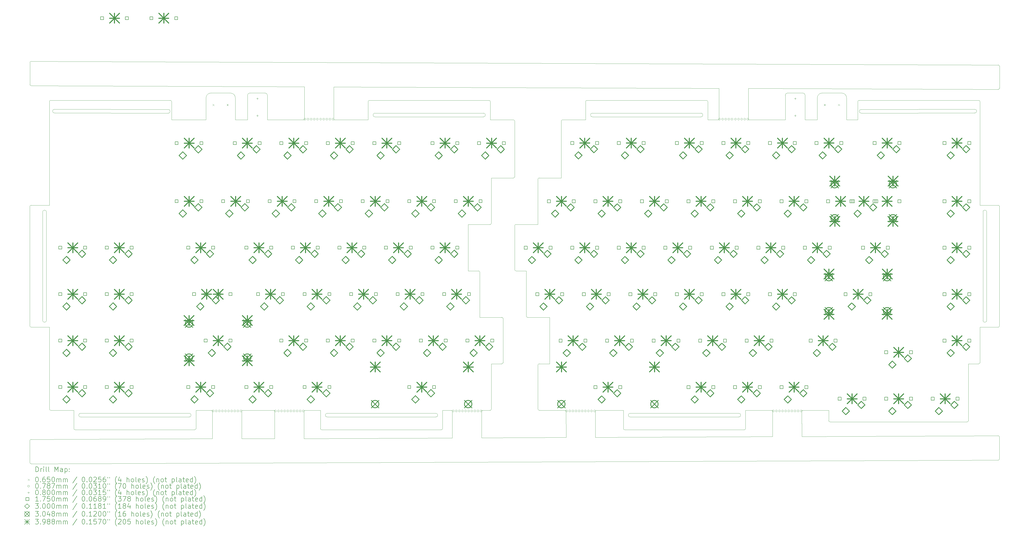
<source format=gbr>
%FSLAX45Y45*%
G04 Gerber Fmt 4.5, Leading zero omitted, Abs format (unit mm)*
G04 Created by KiCad (PCBNEW (5.99.0-12118-g897269f33f)) date 2021-09-12 17:19:36*
%MOMM*%
%LPD*%
G01*
G04 APERTURE LIST*
%TA.AperFunction,Profile*%
%ADD10C,0.100000*%
%TD*%
%ADD11C,0.200000*%
%ADD12C,0.065000*%
%ADD13C,0.078740*%
%ADD14C,0.080000*%
%ADD15C,0.175000*%
%ADD16C,0.300000*%
%ADD17C,0.304800*%
%ADD18C,0.398780*%
G04 APERTURE END LIST*
D10*
X19102500Y-6228125D02*
X14652500Y-6228125D01*
X22315000Y5953125D02*
X22315000Y6753125D01*
X3925000Y6703125D02*
G75*
G02*
X3975000Y6753125I50000J0D01*
G01*
X14427500Y-6753125D02*
G75*
G02*
X14377500Y-6703125I0J50000D01*
G01*
X6972400Y-5953125D02*
X7372450Y-5953125D01*
X3925000Y5953125D02*
X2512500Y5953125D01*
X-4175000Y6753125D02*
X-9075000Y6753125D01*
X21005379Y5953125D02*
X19490000Y5953125D01*
X9975000Y-238125D02*
X10401250Y-238125D01*
X-9125000Y6703125D02*
X-9125000Y2453125D01*
X22315381Y6853878D02*
G75*
G02*
X22515379Y7053123I199999J-756D01*
G01*
X29725000Y2453125D02*
G75*
G02*
X29775000Y2403125I0J-50000D01*
G01*
X24106874Y6228309D02*
G75*
G02*
X24106620Y6378309I-127J75000D01*
G01*
X28769291Y6386199D02*
G75*
G02*
X28769545Y6236199I127J-75000D01*
G01*
X-3400000Y-6078125D02*
G75*
G02*
X-3400000Y-6228125I0J-75000D01*
G01*
X-3400000Y-6228125D02*
X-7850000Y-6228125D01*
X9925000Y3621875D02*
X9925000Y5903125D01*
X13105000Y6078125D02*
G75*
G02*
X13105000Y6228125I0J75000D01*
G01*
X-2450650Y-5953125D02*
X-2450650Y-7118634D01*
X28498750Y-6379375D02*
G75*
G02*
X28448750Y-6429375I-50000J0D01*
G01*
X-202500Y5953125D02*
X-202500Y6953123D01*
X29775000Y-7047081D02*
X29775000Y-7947063D01*
X22316133Y7231309D02*
X19494870Y7241969D01*
X2022400Y-6753125D02*
G75*
G02*
X1972400Y-6703125I0J50000D01*
G01*
X9925000Y3621875D02*
G75*
G02*
X9875000Y3571875I-50000J0D01*
G01*
X22315000Y6753125D02*
X22315381Y6853878D01*
X-2712500Y5953125D02*
X-4125000Y5953125D01*
X29724794Y-6997082D02*
X21685059Y-7030177D01*
X7372450Y-7089095D02*
X1298050Y-7114100D01*
X8972500Y3571875D02*
X9875000Y3571875D01*
X28925000Y6753125D02*
G75*
G02*
X28975000Y6703125I0J-50000D01*
G01*
X-1250650Y-5953125D02*
X-1250650Y-7114100D01*
X28975000Y-3998125D02*
X28975000Y-2546875D01*
X-1712500Y7053123D02*
G75*
G02*
X-1512500Y6853123I0J-200000D01*
G01*
X9925000Y1616875D02*
G75*
G02*
X9975000Y1666875I50000J0D01*
G01*
X-2712500Y6753125D02*
X-2712119Y6853878D01*
X12830000Y6703125D02*
X12830000Y5953125D01*
X-9925000Y-7196686D02*
X-9925000Y-8096686D01*
X17555000Y6228125D02*
G75*
G02*
X17555000Y6078125I0J-75000D01*
G01*
X22316133Y7231309D02*
X23516133Y7226775D01*
X-2512121Y7053123D02*
X-1712500Y7053123D01*
X12830000Y6703125D02*
G75*
G02*
X12880000Y6753125I50000J0D01*
G01*
X14427500Y-6753125D02*
X19327500Y-6753125D01*
X1298050Y-5953125D02*
X1972400Y-5953125D01*
X-8919545Y6236199D02*
G75*
G02*
X-8919291Y6386199I127J75000D01*
G01*
X-8125000Y-5953125D02*
X-8125000Y-6703125D01*
X-9400000Y-2271875D02*
X-9400000Y2178125D01*
X13105000Y6228125D02*
X17555000Y6228125D01*
X3925000Y6703125D02*
X3925000Y5953125D01*
X21680625Y-5953125D02*
X22783750Y-5953125D01*
X29725944Y7203312D02*
X23516133Y7226775D01*
X21005379Y6953123D02*
G75*
G02*
X21105379Y7053123I100000J0D01*
G01*
X18290000Y5953125D02*
X18291864Y7246514D01*
X14652500Y-6078125D02*
X19102500Y-6078125D01*
X9448750Y-3998125D02*
G75*
G02*
X9398750Y-4048125I-50000J0D01*
G01*
X-3125000Y-6703125D02*
G75*
G02*
X-3175000Y-6753125I-50000J0D01*
G01*
X21715379Y7053123D02*
X21105379Y7053123D01*
X6697400Y-6228125D02*
X2247400Y-6228125D01*
X-4125000Y5953125D02*
X-4125000Y6703125D01*
X-2450650Y-7118634D02*
X-9875189Y-7146687D01*
X29725000Y2453125D02*
X28975000Y2453125D01*
X28975000Y2453125D02*
X28975000Y6703125D01*
X29725189Y-7997063D02*
X-9874811Y-8146685D01*
X1312500Y5953125D02*
X-202500Y5953125D01*
X11353750Y-4048125D02*
X10927500Y-4048125D01*
X28925000Y6753125D02*
X24025000Y6753125D01*
X-4175000Y6753125D02*
G75*
G02*
X-4125000Y6703125I0J-50000D01*
G01*
X10877500Y1666875D02*
X9975000Y1666875D01*
X1313633Y7310664D02*
X-9874055Y7352935D01*
X-7850000Y-6078125D02*
X-3400000Y-6078125D01*
X28498750Y-4048125D02*
X28925000Y-4048125D01*
X12027500Y-5953125D02*
X12032097Y-7069914D01*
X23315000Y7053123D02*
G75*
G02*
X23515000Y6853123I0J-200000D01*
G01*
X6972400Y-6703125D02*
X6972400Y-5953125D01*
X-9125000Y-2546875D02*
X-9125000Y-5903125D01*
X11830000Y5903125D02*
X11830000Y3571875D01*
X-1012500Y5953125D02*
X-1512500Y5953125D01*
X-9874811Y-8146685D02*
G75*
G02*
X-9925000Y-8096686I-189J50000D01*
G01*
X9448750Y-3998125D02*
X9448750Y-2193125D01*
X-912500Y7053123D02*
X-302500Y7053123D01*
X98050Y-7114100D02*
X-1250650Y-7114100D01*
X8972500Y-5903125D02*
X8972500Y-4048125D01*
X-1512500Y5953125D02*
X-1012500Y5953125D01*
X-9875000Y-2546875D02*
G75*
G02*
X-9925000Y-2496875I0J50000D01*
G01*
X-9925000Y2403125D02*
G75*
G02*
X-9875000Y2453125I50000J0D01*
G01*
X10401250Y-238125D02*
X10401250Y-2093125D01*
X8446250Y-238125D02*
G75*
G02*
X8496250Y-288125I0J-50000D01*
G01*
X17780000Y6753125D02*
X12880000Y6753125D01*
X6972400Y-6703125D02*
G75*
G02*
X6922400Y-6753125I-50000J0D01*
G01*
X29726322Y8203311D02*
X-9873678Y8352933D01*
X-9874055Y7352935D02*
G75*
G02*
X-9923867Y7402934I189J50000D01*
G01*
X19377500Y-5953125D02*
X20480625Y-5953125D01*
X8572450Y-5953125D02*
X8922500Y-5953125D01*
X-9923867Y8302934D02*
G75*
G02*
X-9873678Y8352933I50000J0D01*
G01*
X4200000Y6078125D02*
G75*
G02*
X4200000Y6228125I0J75000D01*
G01*
X8650000Y6228125D02*
G75*
G02*
X8650000Y6078125I0J-75000D01*
G01*
X28769545Y6236199D02*
X24106874Y6228309D01*
X8972500Y1716875D02*
G75*
G02*
X8922500Y1666875I-50000J0D01*
G01*
X-1250650Y-5953125D02*
X98050Y-5953125D01*
X-8075000Y-6753125D02*
X-3175000Y-6753125D01*
X18290000Y5953125D02*
X17830000Y5953125D01*
X22315000Y5953125D02*
X21815379Y5953125D01*
X11353750Y-2143125D02*
X11353750Y-4048125D01*
X2022400Y-6753125D02*
X6922400Y-6753125D01*
X8972500Y-4048125D02*
X9398750Y-4048125D01*
X-302500Y7053123D02*
G75*
G02*
X-202500Y6953123I0J-100000D01*
G01*
X19377500Y-6703125D02*
X19377500Y-5953125D01*
X8572450Y-5953125D02*
X8572450Y-7084155D01*
X29100000Y2178125D02*
G75*
G02*
X29250000Y2178125I75000J0D01*
G01*
X-4256620Y6378309D02*
G75*
G02*
X-4256874Y6228309I-127J-75000D01*
G01*
X10877500Y3521875D02*
X10877500Y1666875D01*
X11830000Y5903125D02*
G75*
G02*
X11880000Y5953125I50000J0D01*
G01*
X14377500Y-5953125D02*
X14377500Y-6703125D01*
X-2712500Y5953125D02*
X-2712500Y6753125D01*
X13227500Y-5953125D02*
X13227500Y-7064993D01*
X4200000Y6228125D02*
X8650000Y6228125D01*
X-9075000Y-5953125D02*
G75*
G02*
X-9125000Y-5903125I0J50000D01*
G01*
X22515379Y7053123D02*
X23315000Y7053123D01*
X29775000Y-2496875D02*
G75*
G02*
X29725000Y-2546875I-50000J0D01*
G01*
X20480625Y-5953125D02*
X20485079Y-7035117D01*
X21715379Y7053123D02*
G75*
G02*
X21815379Y6953123I0J-100000D01*
G01*
X-9875000Y-2546875D02*
X-9125000Y-2546875D01*
X8875000Y6753125D02*
X3975000Y6753125D01*
X-8919291Y6386199D02*
X-4256620Y6378309D01*
X98050Y-5953125D02*
X98050Y-7114100D01*
X12032097Y-7069914D02*
X8572450Y-7084155D01*
X22833750Y-6429375D02*
X28448750Y-6429375D01*
X-7850000Y-6228125D02*
G75*
G02*
X-7850000Y-6078125I0J75000D01*
G01*
X-1012500Y6953123D02*
X-1012500Y5953125D01*
X-3125000Y-5953125D02*
X-2450650Y-5953125D01*
X21680625Y-5953125D02*
X21685059Y-7030177D01*
X-9925000Y-7196686D02*
G75*
G02*
X-9875189Y-7146687I50000J0D01*
G01*
X-9125000Y6703125D02*
G75*
G02*
X-9075000Y6753125I50000J0D01*
G01*
X-8075000Y-6753125D02*
G75*
G02*
X-8125000Y-6703125I0J50000D01*
G01*
X8972500Y-5903125D02*
G75*
G02*
X8922500Y-5953125I-50000J0D01*
G01*
X21005379Y5953125D02*
X21005379Y6953123D01*
X-9400000Y2178125D02*
G75*
G02*
X-9250000Y2178125I75000J0D01*
G01*
X2247400Y-6078125D02*
X6697400Y-6078125D01*
X10451250Y-2143125D02*
G75*
G02*
X10401250Y-2093125I0J50000D01*
G01*
X9975000Y-238125D02*
G75*
G02*
X9925000Y-188125I0J50000D01*
G01*
X28975000Y-2546875D02*
X29725000Y-2546875D01*
X19490000Y5953125D02*
X19494870Y7241969D01*
X-9925000Y2403125D02*
X-9925000Y-2496875D01*
X29776133Y7253312D02*
G75*
G02*
X29725944Y7203312I-50000J0D01*
G01*
X22783750Y-5953125D02*
X22783750Y-6379375D01*
X13227500Y-5953125D02*
X14377500Y-5953125D01*
X17830000Y5953125D02*
X17830000Y6703125D01*
X1972400Y-5953125D02*
X1972400Y-6703125D01*
X2517612Y5953125D02*
X2517612Y7306115D01*
X18291864Y7246514D02*
X2517612Y7306115D01*
X28498750Y-6379375D02*
X28498750Y-4048125D01*
X-3125000Y-6703125D02*
X-3125000Y-5953125D01*
X24106620Y6378309D02*
X28769291Y6386199D01*
X29775000Y-2496875D02*
X29775000Y2403125D01*
X-1512500Y6853123D02*
X-1512500Y5953125D01*
X2247400Y-6228125D02*
G75*
G02*
X2247400Y-6078125I0J75000D01*
G01*
X9875000Y5953125D02*
X8925000Y5953125D01*
X9398750Y-2143125D02*
X8496250Y-2143125D01*
X8020000Y-238125D02*
X8020000Y1666875D01*
X12830000Y5953125D02*
X11880000Y5953125D01*
X-2712119Y6853878D02*
G75*
G02*
X-2512121Y7053123I199999J-756D01*
G01*
X1298050Y-5953125D02*
X1298050Y-7114100D01*
X11830000Y3571875D02*
X10927500Y3571875D01*
X7372450Y-5953125D02*
X7372450Y-7089095D01*
X20485079Y-7035117D02*
X13227500Y-7064993D01*
X1312500Y5953125D02*
X1313633Y7310664D01*
X-4256874Y6228309D02*
X-8919545Y6236199D01*
X10877500Y-4098125D02*
G75*
G02*
X10927500Y-4048125I50000J0D01*
G01*
X-9923867Y7402934D02*
X-9923867Y8302933D01*
X-9250000Y2178125D02*
X-9250000Y-2271875D01*
X23515000Y6853123D02*
X23515000Y5953125D01*
X19377500Y-6703125D02*
G75*
G02*
X19327500Y-6753125I-50000J0D01*
G01*
X10877500Y-4098125D02*
X10877500Y-5903125D01*
X29100000Y-2271875D02*
X29100000Y2178125D01*
X8875000Y6753125D02*
G75*
G02*
X8925000Y6703125I0J-50000D01*
G01*
X17780000Y6753125D02*
G75*
G02*
X17830000Y6703125I0J-50000D01*
G01*
X14652500Y-6228125D02*
G75*
G02*
X14652500Y-6078125I0J75000D01*
G01*
X8446250Y-238125D02*
X8020000Y-238125D01*
X29250000Y-2271875D02*
G75*
G02*
X29100000Y-2271875I-75000J0D01*
G01*
X29250000Y2178125D02*
X29250000Y-2271875D01*
X23975000Y6703125D02*
G75*
G02*
X24025000Y6753125I50000J0D01*
G01*
X-9125000Y2453125D02*
X-9875000Y2453125D01*
X8925000Y5953125D02*
X8925000Y6703125D01*
X10927500Y-5953125D02*
G75*
G02*
X10877500Y-5903125I0J50000D01*
G01*
X8020000Y1666875D02*
X8922500Y1666875D01*
X21815379Y6953123D02*
X21815379Y5953125D01*
X10877500Y3521875D02*
G75*
G02*
X10927500Y3571875I50000J0D01*
G01*
X6697400Y-6078125D02*
G75*
G02*
X6697400Y-6228125I0J-75000D01*
G01*
X29724794Y-6997082D02*
G75*
G02*
X29775000Y-7047081I206J-50000D01*
G01*
X8972500Y1716875D02*
X8972500Y3571875D01*
X-1012500Y6953123D02*
G75*
G02*
X-912500Y7053123I100000J0D01*
G01*
X-9250000Y-2271875D02*
G75*
G02*
X-9400000Y-2271875I-75000J0D01*
G01*
X23975000Y5953125D02*
X23515000Y5953125D01*
X23975000Y6703125D02*
X23975000Y5953125D01*
X8650000Y6078125D02*
X4200000Y6078125D01*
X8496250Y-2143125D02*
X8496250Y-288125D01*
X22833750Y-6429375D02*
G75*
G02*
X22783750Y-6379375I0J50000D01*
G01*
X-9075000Y-5953125D02*
X-8125000Y-5953125D01*
X10451250Y-2143125D02*
X11353750Y-2143125D01*
X10927500Y-5953125D02*
X12027500Y-5953125D01*
X29726322Y8203311D02*
G75*
G02*
X29776133Y8153311I-189J-50000D01*
G01*
X9398750Y-2143125D02*
G75*
G02*
X9448750Y-2193125I0J-50000D01*
G01*
X9875000Y5953125D02*
G75*
G02*
X9925000Y5903125I0J-50000D01*
G01*
X29776133Y7253312D02*
X29776133Y8153311D01*
X17555000Y6078125D02*
X13105000Y6078125D01*
X28975000Y-3998125D02*
G75*
G02*
X28925000Y-4048125I-50000J0D01*
G01*
X19102500Y-6078125D02*
G75*
G02*
X19102500Y-6228125I0J-75000D01*
G01*
X29775000Y-7947063D02*
G75*
G02*
X29725189Y-7997063I-50000J0D01*
G01*
X9925000Y1616875D02*
X9925000Y-188125D01*
D11*
D12*
X-2442400Y6595700D02*
X-2377400Y6530700D01*
X-2377400Y6595700D02*
X-2442400Y6530700D01*
X-1864400Y6595700D02*
X-1799400Y6530700D01*
X-1799400Y6595700D02*
X-1864400Y6530700D01*
X22589300Y6595700D02*
X22654300Y6530700D01*
X22654300Y6595700D02*
X22589300Y6530700D01*
X23167300Y6595700D02*
X23232300Y6530700D01*
X23232300Y6595700D02*
X23167300Y6530700D01*
D13*
X-2386330Y-5981700D02*
G75*
G03*
X-2386330Y-5981700I-39370J0D01*
G01*
X-2259330Y-5981700D02*
G75*
G03*
X-2259330Y-5981700I-39370J0D01*
G01*
X-2132330Y-5981700D02*
G75*
G03*
X-2132330Y-5981700I-39370J0D01*
G01*
X-2005330Y-5981700D02*
G75*
G03*
X-2005330Y-5981700I-39370J0D01*
G01*
X-1878330Y-5981700D02*
G75*
G03*
X-1878330Y-5981700I-39370J0D01*
G01*
X-1751330Y-5981700D02*
G75*
G03*
X-1751330Y-5981700I-39370J0D01*
G01*
X-1624330Y-5981700D02*
G75*
G03*
X-1624330Y-5981700I-39370J0D01*
G01*
X-1497330Y-5981700D02*
G75*
G03*
X-1497330Y-5981700I-39370J0D01*
G01*
X-1370330Y-5981700D02*
G75*
G03*
X-1370330Y-5981700I-39370J0D01*
G01*
X-1243330Y-5981700D02*
G75*
G03*
X-1243330Y-5981700I-39370J0D01*
G01*
X166370Y-5981700D02*
G75*
G03*
X166370Y-5981700I-39370J0D01*
G01*
X293370Y-5981700D02*
G75*
G03*
X293370Y-5981700I-39370J0D01*
G01*
X420370Y-5981700D02*
G75*
G03*
X420370Y-5981700I-39370J0D01*
G01*
X547370Y-5981700D02*
G75*
G03*
X547370Y-5981700I-39370J0D01*
G01*
X674370Y-5981700D02*
G75*
G03*
X674370Y-5981700I-39370J0D01*
G01*
X801370Y-5981700D02*
G75*
G03*
X801370Y-5981700I-39370J0D01*
G01*
X928370Y-5981700D02*
G75*
G03*
X928370Y-5981700I-39370J0D01*
G01*
X1055370Y-5981700D02*
G75*
G03*
X1055370Y-5981700I-39370J0D01*
G01*
X1182370Y-5981700D02*
G75*
G03*
X1182370Y-5981700I-39370J0D01*
G01*
X1309370Y-5981700D02*
G75*
G03*
X1309370Y-5981700I-39370J0D01*
G01*
X1372870Y5981700D02*
G75*
G03*
X1372870Y5981700I-39370J0D01*
G01*
X1499870Y5981700D02*
G75*
G03*
X1499870Y5981700I-39370J0D01*
G01*
X1626870Y5981700D02*
G75*
G03*
X1626870Y5981700I-39370J0D01*
G01*
X1753870Y5981700D02*
G75*
G03*
X1753870Y5981700I-39370J0D01*
G01*
X1880870Y5981700D02*
G75*
G03*
X1880870Y5981700I-39370J0D01*
G01*
X2020570Y5981700D02*
G75*
G03*
X2020570Y5981700I-39370J0D01*
G01*
X2147570Y5981700D02*
G75*
G03*
X2147570Y5981700I-39370J0D01*
G01*
X2274570Y5981700D02*
G75*
G03*
X2274570Y5981700I-39370J0D01*
G01*
X2401570Y5981700D02*
G75*
G03*
X2401570Y5981700I-39370J0D01*
G01*
X2528570Y5981700D02*
G75*
G03*
X2528570Y5981700I-39370J0D01*
G01*
X7443470Y-5981700D02*
G75*
G03*
X7443470Y-5981700I-39370J0D01*
G01*
X7570470Y-5981700D02*
G75*
G03*
X7570470Y-5981700I-39370J0D01*
G01*
X7697470Y-5981700D02*
G75*
G03*
X7697470Y-5981700I-39370J0D01*
G01*
X7824470Y-5981700D02*
G75*
G03*
X7824470Y-5981700I-39370J0D01*
G01*
X7951470Y-5981700D02*
G75*
G03*
X7951470Y-5981700I-39370J0D01*
G01*
X8078470Y-5981700D02*
G75*
G03*
X8078470Y-5981700I-39370J0D01*
G01*
X8205470Y-5981700D02*
G75*
G03*
X8205470Y-5981700I-39370J0D01*
G01*
X8332470Y-5981700D02*
G75*
G03*
X8332470Y-5981700I-39370J0D01*
G01*
X8459470Y-5981700D02*
G75*
G03*
X8459470Y-5981700I-39370J0D01*
G01*
X8586470Y-5981700D02*
G75*
G03*
X8586470Y-5981700I-39370J0D01*
G01*
X12091670Y-5981700D02*
G75*
G03*
X12091670Y-5981700I-39370J0D01*
G01*
X12218670Y-5981700D02*
G75*
G03*
X12218670Y-5981700I-39370J0D01*
G01*
X12345670Y-5981700D02*
G75*
G03*
X12345670Y-5981700I-39370J0D01*
G01*
X12472670Y-5981700D02*
G75*
G03*
X12472670Y-5981700I-39370J0D01*
G01*
X12599670Y-5981700D02*
G75*
G03*
X12599670Y-5981700I-39370J0D01*
G01*
X12726670Y-5981700D02*
G75*
G03*
X12726670Y-5981700I-39370J0D01*
G01*
X12853670Y-5981700D02*
G75*
G03*
X12853670Y-5981700I-39370J0D01*
G01*
X12980670Y-5981700D02*
G75*
G03*
X12980670Y-5981700I-39370J0D01*
G01*
X13107670Y-5981700D02*
G75*
G03*
X13107670Y-5981700I-39370J0D01*
G01*
X13234670Y-5981700D02*
G75*
G03*
X13234670Y-5981700I-39370J0D01*
G01*
X18352770Y5981700D02*
G75*
G03*
X18352770Y5981700I-39370J0D01*
G01*
X18479770Y5981700D02*
G75*
G03*
X18479770Y5981700I-39370J0D01*
G01*
X18606770Y5981700D02*
G75*
G03*
X18606770Y5981700I-39370J0D01*
G01*
X18733770Y5981700D02*
G75*
G03*
X18733770Y5981700I-39370J0D01*
G01*
X18860770Y5981700D02*
G75*
G03*
X18860770Y5981700I-39370J0D01*
G01*
X19000470Y5981700D02*
G75*
G03*
X19000470Y5981700I-39370J0D01*
G01*
X19127470Y5981700D02*
G75*
G03*
X19127470Y5981700I-39370J0D01*
G01*
X19254470Y5981700D02*
G75*
G03*
X19254470Y5981700I-39370J0D01*
G01*
X19381470Y5981700D02*
G75*
G03*
X19381470Y5981700I-39370J0D01*
G01*
X19508470Y5981700D02*
G75*
G03*
X19508470Y5981700I-39370J0D01*
G01*
X20549870Y-5981700D02*
G75*
G03*
X20549870Y-5981700I-39370J0D01*
G01*
X20676870Y-5981700D02*
G75*
G03*
X20676870Y-5981700I-39370J0D01*
G01*
X20803870Y-5981700D02*
G75*
G03*
X20803870Y-5981700I-39370J0D01*
G01*
X20930870Y-5981700D02*
G75*
G03*
X20930870Y-5981700I-39370J0D01*
G01*
X21057870Y-5981700D02*
G75*
G03*
X21057870Y-5981700I-39370J0D01*
G01*
X21184870Y-5981700D02*
G75*
G03*
X21184870Y-5981700I-39370J0D01*
G01*
X21311870Y-5981700D02*
G75*
G03*
X21311870Y-5981700I-39370J0D01*
G01*
X21438870Y-5981700D02*
G75*
G03*
X21438870Y-5981700I-39370J0D01*
G01*
X21565870Y-5981700D02*
G75*
G03*
X21565870Y-5981700I-39370J0D01*
G01*
X21692870Y-5981700D02*
G75*
G03*
X21692870Y-5981700I-39370J0D01*
G01*
D14*
X-609600Y6865000D02*
X-609600Y6785000D01*
X-649600Y6825000D02*
X-569600Y6825000D01*
X-609600Y6165000D02*
X-609600Y6085000D01*
X-649600Y6125000D02*
X-569600Y6125000D01*
X21412200Y6865000D02*
X21412200Y6785000D01*
X21372200Y6825000D02*
X21452200Y6825000D01*
X21412200Y6165000D02*
X21412200Y6085000D01*
X21372200Y6125000D02*
X21452200Y6125000D01*
D15*
X-8617308Y651868D02*
X-8617308Y775612D01*
X-8741052Y775612D01*
X-8741052Y651868D01*
X-8617308Y651868D01*
X-8617308Y651868D02*
X-8617308Y775612D01*
X-8741052Y775612D01*
X-8741052Y651868D01*
X-8617308Y651868D01*
X-8617308Y-1253132D02*
X-8617308Y-1129388D01*
X-8741052Y-1129388D01*
X-8741052Y-1253132D01*
X-8617308Y-1253132D01*
X-8617308Y-1253132D02*
X-8617308Y-1129388D01*
X-8741052Y-1129388D01*
X-8741052Y-1253132D01*
X-8617308Y-1253132D01*
X-8617308Y-3158132D02*
X-8617308Y-3034388D01*
X-8741052Y-3034388D01*
X-8741052Y-3158132D01*
X-8617308Y-3158132D01*
X-8617308Y-3158132D02*
X-8617308Y-3034388D01*
X-8741052Y-3034388D01*
X-8741052Y-3158132D01*
X-8617308Y-3158132D01*
X-8617308Y-5063132D02*
X-8617308Y-4939388D01*
X-8741052Y-4939388D01*
X-8741052Y-5063132D01*
X-8617308Y-5063132D01*
X-8617308Y-5063132D02*
X-8617308Y-4939388D01*
X-8741052Y-4939388D01*
X-8741052Y-5063132D01*
X-8617308Y-5063132D01*
X-7601308Y651868D02*
X-7601308Y775612D01*
X-7725052Y775612D01*
X-7725052Y651868D01*
X-7601308Y651868D01*
X-7601308Y651868D02*
X-7601308Y775612D01*
X-7725052Y775612D01*
X-7725052Y651868D01*
X-7601308Y651868D01*
X-7601308Y-1253132D02*
X-7601308Y-1129388D01*
X-7725052Y-1129388D01*
X-7725052Y-1253132D01*
X-7601308Y-1253132D01*
X-7601308Y-1253132D02*
X-7601308Y-1129388D01*
X-7725052Y-1129388D01*
X-7725052Y-1253132D01*
X-7601308Y-1253132D01*
X-7601308Y-3158132D02*
X-7601308Y-3034388D01*
X-7725052Y-3034388D01*
X-7725052Y-3158132D01*
X-7601308Y-3158132D01*
X-7601308Y-3158132D02*
X-7601308Y-3034388D01*
X-7725052Y-3034388D01*
X-7725052Y-3158132D01*
X-7601308Y-3158132D01*
X-7601308Y-5063132D02*
X-7601308Y-4939388D01*
X-7725052Y-4939388D01*
X-7725052Y-5063132D01*
X-7601308Y-5063132D01*
X-7601308Y-5063132D02*
X-7601308Y-4939388D01*
X-7725052Y-4939388D01*
X-7725052Y-5063132D01*
X-7601308Y-5063132D01*
X-6910428Y10060028D02*
X-6910428Y10183772D01*
X-7034172Y10183772D01*
X-7034172Y10060028D01*
X-6910428Y10060028D01*
X-6712308Y651868D02*
X-6712308Y775612D01*
X-6836052Y775612D01*
X-6836052Y651868D01*
X-6712308Y651868D01*
X-6712308Y651868D02*
X-6712308Y775612D01*
X-6836052Y775612D01*
X-6836052Y651868D01*
X-6712308Y651868D01*
X-6712308Y-1253132D02*
X-6712308Y-1129388D01*
X-6836052Y-1129388D01*
X-6836052Y-1253132D01*
X-6712308Y-1253132D01*
X-6712308Y-1253132D02*
X-6712308Y-1129388D01*
X-6836052Y-1129388D01*
X-6836052Y-1253132D01*
X-6712308Y-1253132D01*
X-6712308Y-3158132D02*
X-6712308Y-3034388D01*
X-6836052Y-3034388D01*
X-6836052Y-3158132D01*
X-6712308Y-3158132D01*
X-6712308Y-3158132D02*
X-6712308Y-3034388D01*
X-6836052Y-3034388D01*
X-6836052Y-3158132D01*
X-6712308Y-3158132D01*
X-6712308Y-5063132D02*
X-6712308Y-4939388D01*
X-6836052Y-4939388D01*
X-6836052Y-5063132D01*
X-6712308Y-5063132D01*
X-6712308Y-5063132D02*
X-6712308Y-4939388D01*
X-6836052Y-4939388D01*
X-6836052Y-5063132D01*
X-6712308Y-5063132D01*
X-5894428Y10060028D02*
X-5894428Y10183772D01*
X-6018172Y10183772D01*
X-6018172Y10060028D01*
X-5894428Y10060028D01*
X-5696308Y651868D02*
X-5696308Y775612D01*
X-5820052Y775612D01*
X-5820052Y651868D01*
X-5696308Y651868D01*
X-5696308Y651868D02*
X-5696308Y775612D01*
X-5820052Y775612D01*
X-5820052Y651868D01*
X-5696308Y651868D01*
X-5696308Y-1253132D02*
X-5696308Y-1129388D01*
X-5820052Y-1129388D01*
X-5820052Y-1253132D01*
X-5696308Y-1253132D01*
X-5696308Y-1253132D02*
X-5696308Y-1129388D01*
X-5820052Y-1129388D01*
X-5820052Y-1253132D01*
X-5696308Y-1253132D01*
X-5696308Y-3158132D02*
X-5696308Y-3034388D01*
X-5820052Y-3034388D01*
X-5820052Y-3158132D01*
X-5696308Y-3158132D01*
X-5696308Y-3158132D02*
X-5696308Y-3034388D01*
X-5820052Y-3034388D01*
X-5820052Y-3158132D01*
X-5696308Y-3158132D01*
X-5696308Y-5063132D02*
X-5696308Y-4939388D01*
X-5820052Y-4939388D01*
X-5820052Y-5063132D01*
X-5696308Y-5063132D01*
X-5696308Y-5063132D02*
X-5696308Y-4939388D01*
X-5820052Y-4939388D01*
X-5820052Y-5063132D01*
X-5696308Y-5063132D01*
X-4890428Y10060028D02*
X-4890428Y10183772D01*
X-5014172Y10183772D01*
X-5014172Y10060028D01*
X-4890428Y10060028D01*
X-3874428Y10060028D02*
X-3874428Y10183772D01*
X-3998172Y10183772D01*
X-3998172Y10060028D01*
X-3874428Y10060028D01*
X-3854808Y4938118D02*
X-3854808Y5061862D01*
X-3978552Y5061862D01*
X-3978552Y4938118D01*
X-3854808Y4938118D01*
X-3854808Y4938118D02*
X-3854808Y5061862D01*
X-3978552Y5061862D01*
X-3978552Y4938118D01*
X-3854808Y4938118D01*
X-3854808Y2556868D02*
X-3854808Y2680612D01*
X-3978552Y2680612D01*
X-3978552Y2556868D01*
X-3854808Y2556868D01*
X-3854808Y2556868D02*
X-3854808Y2680612D01*
X-3978552Y2680612D01*
X-3978552Y2556868D01*
X-3854808Y2556868D01*
X-3378558Y651868D02*
X-3378558Y775612D01*
X-3502302Y775612D01*
X-3502302Y651868D01*
X-3378558Y651868D01*
X-3378558Y651868D02*
X-3378558Y775612D01*
X-3502302Y775612D01*
X-3502302Y651868D01*
X-3378558Y651868D01*
X-3378558Y-5063132D02*
X-3378558Y-4939388D01*
X-3502302Y-4939388D01*
X-3502302Y-5063132D01*
X-3378558Y-5063132D01*
X-3378558Y-5063132D02*
X-3378558Y-4939388D01*
X-3502302Y-4939388D01*
X-3502302Y-5063132D01*
X-3378558Y-5063132D01*
X-3140433Y-1253132D02*
X-3140433Y-1129388D01*
X-3264177Y-1129388D01*
X-3264177Y-1253132D01*
X-3140433Y-1253132D01*
X-3140433Y-1253132D02*
X-3140433Y-1129388D01*
X-3264177Y-1129388D01*
X-3264177Y-1253132D01*
X-3140433Y-1253132D01*
X-2838808Y4938118D02*
X-2838808Y5061862D01*
X-2962552Y5061862D01*
X-2962552Y4938118D01*
X-2838808Y4938118D01*
X-2838808Y4938118D02*
X-2838808Y5061862D01*
X-2962552Y5061862D01*
X-2962552Y4938118D01*
X-2838808Y4938118D01*
X-2838808Y2556868D02*
X-2838808Y2680612D01*
X-2962552Y2680612D01*
X-2962552Y2556868D01*
X-2838808Y2556868D01*
X-2838808Y2556868D02*
X-2838808Y2680612D01*
X-2962552Y2680612D01*
X-2962552Y2556868D01*
X-2838808Y2556868D01*
X-2664183Y-1253132D02*
X-2664183Y-1129388D01*
X-2787927Y-1129388D01*
X-2787927Y-1253132D01*
X-2664183Y-1253132D01*
X-2664183Y-3158132D02*
X-2664183Y-3034388D01*
X-2787927Y-3034388D01*
X-2787927Y-3158132D01*
X-2664183Y-3158132D01*
X-2664183Y-3158132D02*
X-2664183Y-3034388D01*
X-2787927Y-3034388D01*
X-2787927Y-3158132D01*
X-2664183Y-3158132D01*
X-2362558Y651868D02*
X-2362558Y775612D01*
X-2486302Y775612D01*
X-2486302Y651868D01*
X-2362558Y651868D01*
X-2362558Y651868D02*
X-2362558Y775612D01*
X-2486302Y775612D01*
X-2486302Y651868D01*
X-2362558Y651868D01*
X-2362558Y-5063132D02*
X-2362558Y-4939388D01*
X-2486302Y-4939388D01*
X-2486302Y-5063132D01*
X-2362558Y-5063132D01*
X-2362558Y-5063132D02*
X-2362558Y-4939388D01*
X-2486302Y-4939388D01*
X-2486302Y-5063132D01*
X-2362558Y-5063132D01*
X-2124433Y-1253132D02*
X-2124433Y-1129388D01*
X-2248177Y-1129388D01*
X-2248177Y-1253132D01*
X-2124433Y-1253132D01*
X-2124433Y-1253132D02*
X-2124433Y-1129388D01*
X-2248177Y-1129388D01*
X-2248177Y-1253132D01*
X-2124433Y-1253132D01*
X-1949808Y2556868D02*
X-1949808Y2680612D01*
X-2073552Y2680612D01*
X-2073552Y2556868D01*
X-1949808Y2556868D01*
X-1949808Y2556868D02*
X-1949808Y2680612D01*
X-2073552Y2680612D01*
X-2073552Y2556868D01*
X-1949808Y2556868D01*
X-1648183Y-1253132D02*
X-1648183Y-1129388D01*
X-1771927Y-1129388D01*
X-1771927Y-1253132D01*
X-1648183Y-1253132D01*
X-1648183Y-3158132D02*
X-1648183Y-3034388D01*
X-1771927Y-3034388D01*
X-1771927Y-3158132D01*
X-1648183Y-3158132D01*
X-1648183Y-3158132D02*
X-1648183Y-3034388D01*
X-1771927Y-3034388D01*
X-1771927Y-3158132D01*
X-1648183Y-3158132D01*
X-1473558Y4938118D02*
X-1473558Y5061862D01*
X-1597302Y5061862D01*
X-1597302Y4938118D01*
X-1473558Y4938118D01*
X-1473558Y4938118D02*
X-1473558Y5061862D01*
X-1597302Y5061862D01*
X-1597302Y4938118D01*
X-1473558Y4938118D01*
X-997308Y651868D02*
X-997308Y775612D01*
X-1121052Y775612D01*
X-1121052Y651868D01*
X-997308Y651868D01*
X-997308Y651868D02*
X-997308Y775612D01*
X-1121052Y775612D01*
X-1121052Y651868D01*
X-997308Y651868D01*
X-997308Y-5063132D02*
X-997308Y-4939388D01*
X-1121052Y-4939388D01*
X-1121052Y-5063132D01*
X-997308Y-5063132D01*
X-997308Y-5063132D02*
X-997308Y-4939388D01*
X-1121052Y-4939388D01*
X-1121052Y-5063132D01*
X-997308Y-5063132D01*
X-933808Y2556868D02*
X-933808Y2680612D01*
X-1057552Y2680612D01*
X-1057552Y2556868D01*
X-933808Y2556868D01*
X-933808Y2556868D02*
X-933808Y2680612D01*
X-1057552Y2680612D01*
X-1057552Y2556868D01*
X-933808Y2556868D01*
X-521058Y-1253132D02*
X-521058Y-1129388D01*
X-644802Y-1129388D01*
X-644802Y-1253132D01*
X-521058Y-1253132D01*
X-521058Y-1253132D02*
X-521058Y-1129388D01*
X-644802Y-1129388D01*
X-644802Y-1253132D01*
X-521058Y-1253132D01*
X-457558Y4938118D02*
X-457558Y5061862D01*
X-581302Y5061862D01*
X-581302Y4938118D01*
X-457558Y4938118D01*
X-457558Y4938118D02*
X-457558Y5061862D01*
X-581302Y5061862D01*
X-581302Y4938118D01*
X-457558Y4938118D01*
X-44808Y2556868D02*
X-44808Y2680612D01*
X-168552Y2680612D01*
X-168552Y2556868D01*
X-44808Y2556868D01*
X-44808Y2556868D02*
X-44808Y2680612D01*
X-168552Y2680612D01*
X-168552Y2556868D01*
X-44808Y2556868D01*
X18692Y651868D02*
X18692Y775612D01*
X-105052Y775612D01*
X-105052Y651868D01*
X18692Y651868D01*
X18692Y651868D02*
X18692Y775612D01*
X-105052Y775612D01*
X-105052Y651868D01*
X18692Y651868D01*
X18692Y-5063132D02*
X18692Y-4939388D01*
X-105052Y-4939388D01*
X-105052Y-5063132D01*
X18692Y-5063132D01*
X18692Y-5063132D02*
X18692Y-4939388D01*
X-105052Y-4939388D01*
X-105052Y-5063132D01*
X18692Y-5063132D01*
X431442Y4938118D02*
X431442Y5061862D01*
X307698Y5061862D01*
X307698Y4938118D01*
X431442Y4938118D01*
X431442Y4938118D02*
X431442Y5061862D01*
X307698Y5061862D01*
X307698Y4938118D01*
X431442Y4938118D01*
X431442Y-3158132D02*
X431442Y-3034388D01*
X307698Y-3034388D01*
X307698Y-3158132D01*
X431442Y-3158132D01*
X431442Y-3158132D02*
X431442Y-3034388D01*
X307698Y-3034388D01*
X307698Y-3158132D01*
X431442Y-3158132D01*
X494942Y-1253132D02*
X494942Y-1129388D01*
X371198Y-1129388D01*
X371198Y-1253132D01*
X494942Y-1253132D01*
X494942Y-1253132D02*
X494942Y-1129388D01*
X371198Y-1129388D01*
X371198Y-1253132D01*
X494942Y-1253132D01*
X907692Y651868D02*
X907692Y775612D01*
X783948Y775612D01*
X783948Y651868D01*
X907692Y651868D01*
X907692Y651868D02*
X907692Y775612D01*
X783948Y775612D01*
X783948Y651868D01*
X907692Y651868D01*
X971192Y2556868D02*
X971192Y2680612D01*
X847448Y2680612D01*
X847448Y2556868D01*
X971192Y2556868D01*
X971192Y2556868D02*
X971192Y2680612D01*
X847448Y2680612D01*
X847448Y2556868D01*
X971192Y2556868D01*
X1383942Y-1253132D02*
X1383942Y-1129388D01*
X1260198Y-1129388D01*
X1260198Y-1253132D01*
X1383942Y-1253132D01*
X1383942Y-1253132D02*
X1383942Y-1129388D01*
X1260198Y-1129388D01*
X1260198Y-1253132D01*
X1383942Y-1253132D01*
X1383942Y-5063132D02*
X1383942Y-4939388D01*
X1260198Y-4939388D01*
X1260198Y-5063132D01*
X1383942Y-5063132D01*
X1383942Y-5063132D02*
X1383942Y-4939388D01*
X1260198Y-4939388D01*
X1260198Y-5063132D01*
X1383942Y-5063132D01*
X1447442Y4938118D02*
X1447442Y5061862D01*
X1323698Y5061862D01*
X1323698Y4938118D01*
X1447442Y4938118D01*
X1447442Y4938118D02*
X1447442Y5061862D01*
X1323698Y5061862D01*
X1323698Y4938118D01*
X1447442Y4938118D01*
X1447442Y-3158132D02*
X1447442Y-3034388D01*
X1323698Y-3034388D01*
X1323698Y-3158132D01*
X1447442Y-3158132D01*
X1447442Y-3158132D02*
X1447442Y-3034388D01*
X1323698Y-3034388D01*
X1323698Y-3158132D01*
X1447442Y-3158132D01*
X1860192Y2556868D02*
X1860192Y2680612D01*
X1736448Y2680612D01*
X1736448Y2556868D01*
X1860192Y2556868D01*
X1860192Y2556868D02*
X1860192Y2680612D01*
X1736448Y2680612D01*
X1736448Y2556868D01*
X1860192Y2556868D01*
X1923692Y651868D02*
X1923692Y775612D01*
X1799948Y775612D01*
X1799948Y651868D01*
X1923692Y651868D01*
X1923692Y651868D02*
X1923692Y775612D01*
X1799948Y775612D01*
X1799948Y651868D01*
X1923692Y651868D01*
X2336442Y4938118D02*
X2336442Y5061862D01*
X2212698Y5061862D01*
X2212698Y4938118D01*
X2336442Y4938118D01*
X2336442Y4938118D02*
X2336442Y5061862D01*
X2212698Y5061862D01*
X2212698Y4938118D01*
X2336442Y4938118D01*
X2336442Y-3158132D02*
X2336442Y-3034388D01*
X2212698Y-3034388D01*
X2212698Y-3158132D01*
X2336442Y-3158132D01*
X2336442Y-3158132D02*
X2336442Y-3034388D01*
X2212698Y-3034388D01*
X2212698Y-3158132D01*
X2336442Y-3158132D01*
X2399942Y-1253132D02*
X2399942Y-1129388D01*
X2276198Y-1129388D01*
X2276198Y-1253132D01*
X2399942Y-1253132D01*
X2399942Y-1253132D02*
X2399942Y-1129388D01*
X2276198Y-1129388D01*
X2276198Y-1253132D01*
X2399942Y-1253132D01*
X2399942Y-5063132D02*
X2399942Y-4939388D01*
X2276198Y-4939388D01*
X2276198Y-5063132D01*
X2399942Y-5063132D01*
X2399942Y-5063132D02*
X2399942Y-4939388D01*
X2276198Y-4939388D01*
X2276198Y-5063132D01*
X2399942Y-5063132D01*
X2812692Y651868D02*
X2812692Y775612D01*
X2688948Y775612D01*
X2688948Y651868D01*
X2812692Y651868D01*
X2812692Y651868D02*
X2812692Y775612D01*
X2688948Y775612D01*
X2688948Y651868D01*
X2812692Y651868D01*
X2876192Y2556868D02*
X2876192Y2680612D01*
X2752448Y2680612D01*
X2752448Y2556868D01*
X2876192Y2556868D01*
X2876192Y2556868D02*
X2876192Y2680612D01*
X2752448Y2680612D01*
X2752448Y2556868D01*
X2876192Y2556868D01*
X3288942Y-1253132D02*
X3288942Y-1129388D01*
X3165198Y-1129388D01*
X3165198Y-1253132D01*
X3288942Y-1253132D01*
X3288942Y-1253132D02*
X3288942Y-1129388D01*
X3165198Y-1129388D01*
X3165198Y-1253132D01*
X3288942Y-1253132D01*
X3352442Y4938118D02*
X3352442Y5061862D01*
X3228698Y5061862D01*
X3228698Y4938118D01*
X3352442Y4938118D01*
X3352442Y4938118D02*
X3352442Y5061862D01*
X3228698Y5061862D01*
X3228698Y4938118D01*
X3352442Y4938118D01*
X3352442Y-3158132D02*
X3352442Y-3034388D01*
X3228698Y-3034388D01*
X3228698Y-3158132D01*
X3352442Y-3158132D01*
X3352442Y-3158132D02*
X3352442Y-3034388D01*
X3228698Y-3034388D01*
X3228698Y-3158132D01*
X3352442Y-3158132D01*
X3765192Y2556868D02*
X3765192Y2680612D01*
X3641448Y2680612D01*
X3641448Y2556868D01*
X3765192Y2556868D01*
X3765192Y2556868D02*
X3765192Y2680612D01*
X3641448Y2680612D01*
X3641448Y2556868D01*
X3765192Y2556868D01*
X3828692Y651868D02*
X3828692Y775612D01*
X3704948Y775612D01*
X3704948Y651868D01*
X3828692Y651868D01*
X3828692Y651868D02*
X3828692Y775612D01*
X3704948Y775612D01*
X3704948Y651868D01*
X3828692Y651868D01*
X4241442Y4938118D02*
X4241442Y5061862D01*
X4117698Y5061862D01*
X4117698Y4938118D01*
X4241442Y4938118D01*
X4241442Y4938118D02*
X4241442Y5061862D01*
X4117698Y5061862D01*
X4117698Y4938118D01*
X4241442Y4938118D01*
X4241442Y-3158132D02*
X4241442Y-3034388D01*
X4117698Y-3034388D01*
X4117698Y-3158132D01*
X4241442Y-3158132D01*
X4241442Y-3158132D02*
X4241442Y-3034388D01*
X4117698Y-3034388D01*
X4117698Y-3158132D01*
X4241442Y-3158132D01*
X4304942Y-1253132D02*
X4304942Y-1129388D01*
X4181198Y-1129388D01*
X4181198Y-1253132D01*
X4304942Y-1253132D01*
X4304942Y-1253132D02*
X4304942Y-1129388D01*
X4181198Y-1129388D01*
X4181198Y-1253132D01*
X4304942Y-1253132D01*
X4717692Y651868D02*
X4717692Y775612D01*
X4593948Y775612D01*
X4593948Y651868D01*
X4717692Y651868D01*
X4717692Y651868D02*
X4717692Y775612D01*
X4593948Y775612D01*
X4593948Y651868D01*
X4717692Y651868D01*
X4781192Y2556868D02*
X4781192Y2680612D01*
X4657448Y2680612D01*
X4657448Y2556868D01*
X4781192Y2556868D01*
X4781192Y2556868D02*
X4781192Y2680612D01*
X4657448Y2680612D01*
X4657448Y2556868D01*
X4781192Y2556868D01*
X5193942Y-1253132D02*
X5193942Y-1129388D01*
X5070198Y-1129388D01*
X5070198Y-1253132D01*
X5193942Y-1253132D01*
X5193942Y-1253132D02*
X5193942Y-1129388D01*
X5070198Y-1129388D01*
X5070198Y-1253132D01*
X5193942Y-1253132D01*
X5257442Y4938118D02*
X5257442Y5061862D01*
X5133698Y5061862D01*
X5133698Y4938118D01*
X5257442Y4938118D01*
X5257442Y4938118D02*
X5257442Y5061862D01*
X5133698Y5061862D01*
X5133698Y4938118D01*
X5257442Y4938118D01*
X5257442Y-3158132D02*
X5257442Y-3034388D01*
X5133698Y-3034388D01*
X5133698Y-3158132D01*
X5257442Y-3158132D01*
X5257442Y-3158132D02*
X5257442Y-3034388D01*
X5133698Y-3034388D01*
X5133698Y-3158132D01*
X5257442Y-3158132D01*
X5670192Y2556868D02*
X5670192Y2680612D01*
X5546448Y2680612D01*
X5546448Y2556868D01*
X5670192Y2556868D01*
X5670192Y2556868D02*
X5670192Y2680612D01*
X5546448Y2680612D01*
X5546448Y2556868D01*
X5670192Y2556868D01*
X5670192Y-5063132D02*
X5670192Y-4939388D01*
X5546448Y-4939388D01*
X5546448Y-5063132D01*
X5670192Y-5063132D01*
X5670192Y-5063132D02*
X5670192Y-4939388D01*
X5546448Y-4939388D01*
X5546448Y-5063132D01*
X5670192Y-5063132D01*
X5733692Y651868D02*
X5733692Y775612D01*
X5609948Y775612D01*
X5609948Y651868D01*
X5733692Y651868D01*
X5733692Y651868D02*
X5733692Y775612D01*
X5609948Y775612D01*
X5609948Y651868D01*
X5733692Y651868D01*
X6146442Y-3158132D02*
X6146442Y-3034388D01*
X6022698Y-3034388D01*
X6022698Y-3158132D01*
X6146442Y-3158132D01*
X6146442Y-3158132D02*
X6146442Y-3034388D01*
X6022698Y-3034388D01*
X6022698Y-3158132D01*
X6146442Y-3158132D01*
X6209942Y-1253132D02*
X6209942Y-1129388D01*
X6086198Y-1129388D01*
X6086198Y-1253132D01*
X6209942Y-1253132D01*
X6209942Y-1253132D02*
X6209942Y-1129388D01*
X6086198Y-1129388D01*
X6086198Y-1253132D01*
X6209942Y-1253132D01*
X6622692Y4938118D02*
X6622692Y5061862D01*
X6498948Y5061862D01*
X6498948Y4938118D01*
X6622692Y4938118D01*
X6622692Y4938118D02*
X6622692Y5061862D01*
X6498948Y5061862D01*
X6498948Y4938118D01*
X6622692Y4938118D01*
X6622692Y651868D02*
X6622692Y775612D01*
X6498948Y775612D01*
X6498948Y651868D01*
X6622692Y651868D01*
X6622692Y651868D02*
X6622692Y775612D01*
X6498948Y775612D01*
X6498948Y651868D01*
X6622692Y651868D01*
X6686192Y2556868D02*
X6686192Y2680612D01*
X6562448Y2680612D01*
X6562448Y2556868D01*
X6686192Y2556868D01*
X6686192Y2556868D02*
X6686192Y2680612D01*
X6562448Y2680612D01*
X6562448Y2556868D01*
X6686192Y2556868D01*
X6686192Y-5063132D02*
X6686192Y-4939388D01*
X6562448Y-4939388D01*
X6562448Y-5063132D01*
X6686192Y-5063132D01*
X6686192Y-5063132D02*
X6686192Y-4939388D01*
X6562448Y-4939388D01*
X6562448Y-5063132D01*
X6686192Y-5063132D01*
X7098942Y-1253132D02*
X7098942Y-1129388D01*
X6975198Y-1129388D01*
X6975198Y-1253132D01*
X7098942Y-1253132D01*
X7098942Y-1253132D02*
X7098942Y-1129388D01*
X6975198Y-1129388D01*
X6975198Y-1253132D01*
X7098942Y-1253132D01*
X7162442Y-3158132D02*
X7162442Y-3034388D01*
X7038698Y-3034388D01*
X7038698Y-3158132D01*
X7162442Y-3158132D01*
X7162442Y-3158132D02*
X7162442Y-3034388D01*
X7038698Y-3034388D01*
X7038698Y-3158132D01*
X7162442Y-3158132D01*
X7575192Y2556868D02*
X7575192Y2680612D01*
X7451448Y2680612D01*
X7451448Y2556868D01*
X7575192Y2556868D01*
X7575192Y2556868D02*
X7575192Y2680612D01*
X7451448Y2680612D01*
X7451448Y2556868D01*
X7575192Y2556868D01*
X7638692Y4938118D02*
X7638692Y5061862D01*
X7514948Y5061862D01*
X7514948Y4938118D01*
X7638692Y4938118D01*
X7638692Y4938118D02*
X7638692Y5061862D01*
X7514948Y5061862D01*
X7514948Y4938118D01*
X7638692Y4938118D01*
X7638692Y651868D02*
X7638692Y775612D01*
X7514948Y775612D01*
X7514948Y651868D01*
X7638692Y651868D01*
X7638692Y651868D02*
X7638692Y775612D01*
X7514948Y775612D01*
X7514948Y651868D01*
X7638692Y651868D01*
X8051442Y-3158132D02*
X8051442Y-3034388D01*
X7927698Y-3034388D01*
X7927698Y-3158132D01*
X8051442Y-3158132D01*
X8051442Y-3158132D02*
X8051442Y-3034388D01*
X7927698Y-3034388D01*
X7927698Y-3158132D01*
X8051442Y-3158132D01*
X8114942Y-1253132D02*
X8114942Y-1129388D01*
X7991198Y-1129388D01*
X7991198Y-1253132D01*
X8114942Y-1253132D01*
X8114942Y-1253132D02*
X8114942Y-1129388D01*
X7991198Y-1129388D01*
X7991198Y-1253132D01*
X8114942Y-1253132D01*
X8527692Y4938118D02*
X8527692Y5061862D01*
X8403948Y5061862D01*
X8403948Y4938118D01*
X8527692Y4938118D01*
X8527692Y4938118D02*
X8527692Y5061862D01*
X8403948Y5061862D01*
X8403948Y4938118D01*
X8527692Y4938118D01*
X8591192Y2556868D02*
X8591192Y2680612D01*
X8467448Y2680612D01*
X8467448Y2556868D01*
X8591192Y2556868D01*
X8591192Y2556868D02*
X8591192Y2680612D01*
X8467448Y2680612D01*
X8467448Y2556868D01*
X8591192Y2556868D01*
X9067442Y-3158132D02*
X9067442Y-3034388D01*
X8943698Y-3034388D01*
X8943698Y-3158132D01*
X9067442Y-3158132D01*
X9067442Y-3158132D02*
X9067442Y-3034388D01*
X8943698Y-3034388D01*
X8943698Y-3158132D01*
X9067442Y-3158132D01*
X9543692Y4938118D02*
X9543692Y5061862D01*
X9419948Y5061862D01*
X9419948Y4938118D01*
X9543692Y4938118D01*
X9543692Y4938118D02*
X9543692Y5061862D01*
X9419948Y5061862D01*
X9419948Y4938118D01*
X9543692Y4938118D01*
X10437772Y649328D02*
X10437772Y773072D01*
X10314028Y773072D01*
X10314028Y649328D01*
X10437772Y649328D01*
X10437772Y649328D02*
X10437772Y773072D01*
X10314028Y773072D01*
X10314028Y649328D01*
X10437772Y649328D01*
X10914022Y-1255672D02*
X10914022Y-1131928D01*
X10790278Y-1131928D01*
X10790278Y-1255672D01*
X10914022Y-1255672D01*
X10914022Y-1255672D02*
X10914022Y-1131928D01*
X10790278Y-1131928D01*
X10790278Y-1255672D01*
X10914022Y-1255672D01*
X11390272Y2554328D02*
X11390272Y2678072D01*
X11266528Y2678072D01*
X11266528Y2554328D01*
X11390272Y2554328D01*
X11390272Y2554328D02*
X11390272Y2678072D01*
X11266528Y2678072D01*
X11266528Y2554328D01*
X11390272Y2554328D01*
X11453772Y649328D02*
X11453772Y773072D01*
X11330028Y773072D01*
X11330028Y649328D01*
X11453772Y649328D01*
X11453772Y649328D02*
X11453772Y773072D01*
X11330028Y773072D01*
X11330028Y649328D01*
X11453772Y649328D01*
X11866522Y-3160672D02*
X11866522Y-3036928D01*
X11742778Y-3036928D01*
X11742778Y-3160672D01*
X11866522Y-3160672D01*
X11866522Y-3160672D02*
X11866522Y-3036928D01*
X11742778Y-3036928D01*
X11742778Y-3160672D01*
X11866522Y-3160672D01*
X11930022Y-1255672D02*
X11930022Y-1131928D01*
X11806278Y-1131928D01*
X11806278Y-1255672D01*
X11930022Y-1255672D01*
X11930022Y-1255672D02*
X11930022Y-1131928D01*
X11806278Y-1131928D01*
X11806278Y-1255672D01*
X11930022Y-1255672D01*
X12342772Y4941928D02*
X12342772Y5065672D01*
X12219028Y5065672D01*
X12219028Y4941928D01*
X12342772Y4941928D01*
X12342772Y4941928D02*
X12342772Y5065672D01*
X12219028Y5065672D01*
X12219028Y4941928D01*
X12342772Y4941928D01*
X12342772Y649328D02*
X12342772Y773072D01*
X12219028Y773072D01*
X12219028Y649328D01*
X12342772Y649328D01*
X12342772Y649328D02*
X12342772Y773072D01*
X12219028Y773072D01*
X12219028Y649328D01*
X12342772Y649328D01*
X12406272Y2554328D02*
X12406272Y2678072D01*
X12282528Y2678072D01*
X12282528Y2554328D01*
X12406272Y2554328D01*
X12406272Y2554328D02*
X12406272Y2678072D01*
X12282528Y2678072D01*
X12282528Y2554328D01*
X12406272Y2554328D01*
X12819022Y-1255672D02*
X12819022Y-1131928D01*
X12695278Y-1131928D01*
X12695278Y-1255672D01*
X12819022Y-1255672D01*
X12819022Y-1255672D02*
X12819022Y-1131928D01*
X12695278Y-1131928D01*
X12695278Y-1255672D01*
X12819022Y-1255672D01*
X12882522Y-3160672D02*
X12882522Y-3036928D01*
X12758778Y-3036928D01*
X12758778Y-3160672D01*
X12882522Y-3160672D01*
X12882522Y-3160672D02*
X12882522Y-3036928D01*
X12758778Y-3036928D01*
X12758778Y-3160672D01*
X12882522Y-3160672D01*
X13295272Y2554328D02*
X13295272Y2678072D01*
X13171528Y2678072D01*
X13171528Y2554328D01*
X13295272Y2554328D01*
X13295272Y2554328D02*
X13295272Y2678072D01*
X13171528Y2678072D01*
X13171528Y2554328D01*
X13295272Y2554328D01*
X13295272Y-5065672D02*
X13295272Y-4941928D01*
X13171528Y-4941928D01*
X13171528Y-5065672D01*
X13295272Y-5065672D01*
X13295272Y-5065672D02*
X13295272Y-4941928D01*
X13171528Y-4941928D01*
X13171528Y-5065672D01*
X13295272Y-5065672D01*
X13358772Y4941928D02*
X13358772Y5065672D01*
X13235028Y5065672D01*
X13235028Y4941928D01*
X13358772Y4941928D01*
X13358772Y4941928D02*
X13358772Y5065672D01*
X13235028Y5065672D01*
X13235028Y4941928D01*
X13358772Y4941928D01*
X13358772Y649328D02*
X13358772Y773072D01*
X13235028Y773072D01*
X13235028Y649328D01*
X13358772Y649328D01*
X13358772Y649328D02*
X13358772Y773072D01*
X13235028Y773072D01*
X13235028Y649328D01*
X13358772Y649328D01*
X13771522Y-3160672D02*
X13771522Y-3036928D01*
X13647778Y-3036928D01*
X13647778Y-3160672D01*
X13771522Y-3160672D01*
X13771522Y-3160672D02*
X13771522Y-3036928D01*
X13647778Y-3036928D01*
X13647778Y-3160672D01*
X13771522Y-3160672D01*
X13835022Y-1255672D02*
X13835022Y-1131928D01*
X13711278Y-1131928D01*
X13711278Y-1255672D01*
X13835022Y-1255672D01*
X13835022Y-1255672D02*
X13835022Y-1131928D01*
X13711278Y-1131928D01*
X13711278Y-1255672D01*
X13835022Y-1255672D01*
X14247772Y4941928D02*
X14247772Y5065672D01*
X14124028Y5065672D01*
X14124028Y4941928D01*
X14247772Y4941928D01*
X14247772Y4941928D02*
X14247772Y5065672D01*
X14124028Y5065672D01*
X14124028Y4941928D01*
X14247772Y4941928D01*
X14247772Y649328D02*
X14247772Y773072D01*
X14124028Y773072D01*
X14124028Y649328D01*
X14247772Y649328D01*
X14247772Y649328D02*
X14247772Y773072D01*
X14124028Y773072D01*
X14124028Y649328D01*
X14247772Y649328D01*
X14311272Y2554328D02*
X14311272Y2678072D01*
X14187528Y2678072D01*
X14187528Y2554328D01*
X14311272Y2554328D01*
X14311272Y2554328D02*
X14311272Y2678072D01*
X14187528Y2678072D01*
X14187528Y2554328D01*
X14311272Y2554328D01*
X14311272Y-5065672D02*
X14311272Y-4941928D01*
X14187528Y-4941928D01*
X14187528Y-5065672D01*
X14311272Y-5065672D01*
X14311272Y-5065672D02*
X14311272Y-4941928D01*
X14187528Y-4941928D01*
X14187528Y-5065672D01*
X14311272Y-5065672D01*
X14724022Y-1255672D02*
X14724022Y-1131928D01*
X14600278Y-1131928D01*
X14600278Y-1255672D01*
X14724022Y-1255672D01*
X14724022Y-1255672D02*
X14724022Y-1131928D01*
X14600278Y-1131928D01*
X14600278Y-1255672D01*
X14724022Y-1255672D01*
X14787522Y-3160672D02*
X14787522Y-3036928D01*
X14663778Y-3036928D01*
X14663778Y-3160672D01*
X14787522Y-3160672D01*
X14787522Y-3160672D02*
X14787522Y-3036928D01*
X14663778Y-3036928D01*
X14663778Y-3160672D01*
X14787522Y-3160672D01*
X15200272Y2554328D02*
X15200272Y2678072D01*
X15076528Y2678072D01*
X15076528Y2554328D01*
X15200272Y2554328D01*
X15200272Y2554328D02*
X15200272Y2678072D01*
X15076528Y2678072D01*
X15076528Y2554328D01*
X15200272Y2554328D01*
X15263772Y4941928D02*
X15263772Y5065672D01*
X15140028Y5065672D01*
X15140028Y4941928D01*
X15263772Y4941928D01*
X15263772Y4941928D02*
X15263772Y5065672D01*
X15140028Y5065672D01*
X15140028Y4941928D01*
X15263772Y4941928D01*
X15263772Y649328D02*
X15263772Y773072D01*
X15140028Y773072D01*
X15140028Y649328D01*
X15263772Y649328D01*
X15263772Y649328D02*
X15263772Y773072D01*
X15140028Y773072D01*
X15140028Y649328D01*
X15263772Y649328D01*
X15676522Y-3160672D02*
X15676522Y-3036928D01*
X15552778Y-3036928D01*
X15552778Y-3160672D01*
X15676522Y-3160672D01*
X15676522Y-3160672D02*
X15676522Y-3036928D01*
X15552778Y-3036928D01*
X15552778Y-3160672D01*
X15676522Y-3160672D01*
X15740022Y-1255672D02*
X15740022Y-1131928D01*
X15616278Y-1131928D01*
X15616278Y-1255672D01*
X15740022Y-1255672D01*
X15740022Y-1255672D02*
X15740022Y-1131928D01*
X15616278Y-1131928D01*
X15616278Y-1255672D01*
X15740022Y-1255672D01*
X16152772Y649328D02*
X16152772Y773072D01*
X16029028Y773072D01*
X16029028Y649328D01*
X16152772Y649328D01*
X16152772Y649328D02*
X16152772Y773072D01*
X16029028Y773072D01*
X16029028Y649328D01*
X16152772Y649328D01*
X16216272Y2554328D02*
X16216272Y2678072D01*
X16092528Y2678072D01*
X16092528Y2554328D01*
X16216272Y2554328D01*
X16216272Y2554328D02*
X16216272Y2678072D01*
X16092528Y2678072D01*
X16092528Y2554328D01*
X16216272Y2554328D01*
X16629022Y4941928D02*
X16629022Y5065672D01*
X16505278Y5065672D01*
X16505278Y4941928D01*
X16629022Y4941928D01*
X16629022Y4941928D02*
X16629022Y5065672D01*
X16505278Y5065672D01*
X16505278Y4941928D01*
X16629022Y4941928D01*
X16629022Y-1255672D02*
X16629022Y-1131928D01*
X16505278Y-1131928D01*
X16505278Y-1255672D01*
X16629022Y-1255672D01*
X16629022Y-1255672D02*
X16629022Y-1131928D01*
X16505278Y-1131928D01*
X16505278Y-1255672D01*
X16629022Y-1255672D01*
X16692522Y-3160672D02*
X16692522Y-3036928D01*
X16568778Y-3036928D01*
X16568778Y-3160672D01*
X16692522Y-3160672D01*
X16692522Y-3160672D02*
X16692522Y-3036928D01*
X16568778Y-3036928D01*
X16568778Y-3160672D01*
X16692522Y-3160672D01*
X17105272Y2554328D02*
X17105272Y2678072D01*
X16981528Y2678072D01*
X16981528Y2554328D01*
X17105272Y2554328D01*
X17105272Y2554328D02*
X17105272Y2678072D01*
X16981528Y2678072D01*
X16981528Y2554328D01*
X17105272Y2554328D01*
X17105272Y-5065672D02*
X17105272Y-4941928D01*
X16981528Y-4941928D01*
X16981528Y-5065672D01*
X17105272Y-5065672D01*
X17105272Y-5065672D02*
X17105272Y-4941928D01*
X16981528Y-4941928D01*
X16981528Y-5065672D01*
X17105272Y-5065672D01*
X17168772Y649328D02*
X17168772Y773072D01*
X17045028Y773072D01*
X17045028Y649328D01*
X17168772Y649328D01*
X17168772Y649328D02*
X17168772Y773072D01*
X17045028Y773072D01*
X17045028Y649328D01*
X17168772Y649328D01*
X17581522Y-3160672D02*
X17581522Y-3036928D01*
X17457778Y-3036928D01*
X17457778Y-3160672D01*
X17581522Y-3160672D01*
X17581522Y-3160672D02*
X17581522Y-3036928D01*
X17457778Y-3036928D01*
X17457778Y-3160672D01*
X17581522Y-3160672D01*
X17645022Y4941928D02*
X17645022Y5065672D01*
X17521278Y5065672D01*
X17521278Y4941928D01*
X17645022Y4941928D01*
X17645022Y4941928D02*
X17645022Y5065672D01*
X17521278Y5065672D01*
X17521278Y4941928D01*
X17645022Y4941928D01*
X17645022Y-1255672D02*
X17645022Y-1131928D01*
X17521278Y-1131928D01*
X17521278Y-1255672D01*
X17645022Y-1255672D01*
X17645022Y-1255672D02*
X17645022Y-1131928D01*
X17521278Y-1131928D01*
X17521278Y-1255672D01*
X17645022Y-1255672D01*
X18057772Y649328D02*
X18057772Y773072D01*
X17934028Y773072D01*
X17934028Y649328D01*
X18057772Y649328D01*
X18057772Y649328D02*
X18057772Y773072D01*
X17934028Y773072D01*
X17934028Y649328D01*
X18057772Y649328D01*
X18121272Y2554328D02*
X18121272Y2678072D01*
X17997528Y2678072D01*
X17997528Y2554328D01*
X18121272Y2554328D01*
X18121272Y2554328D02*
X18121272Y2678072D01*
X17997528Y2678072D01*
X17997528Y2554328D01*
X18121272Y2554328D01*
X18121272Y-5065672D02*
X18121272Y-4941928D01*
X17997528Y-4941928D01*
X17997528Y-5065672D01*
X18121272Y-5065672D01*
X18121272Y-5065672D02*
X18121272Y-4941928D01*
X17997528Y-4941928D01*
X17997528Y-5065672D01*
X18121272Y-5065672D01*
X18534022Y4941928D02*
X18534022Y5065672D01*
X18410278Y5065672D01*
X18410278Y4941928D01*
X18534022Y4941928D01*
X18534022Y4941928D02*
X18534022Y5065672D01*
X18410278Y5065672D01*
X18410278Y4941928D01*
X18534022Y4941928D01*
X18534022Y-1255672D02*
X18534022Y-1131928D01*
X18410278Y-1131928D01*
X18410278Y-1255672D01*
X18534022Y-1255672D01*
X18534022Y-1255672D02*
X18534022Y-1131928D01*
X18410278Y-1131928D01*
X18410278Y-1255672D01*
X18534022Y-1255672D01*
X18597522Y-3160672D02*
X18597522Y-3036928D01*
X18473778Y-3036928D01*
X18473778Y-3160672D01*
X18597522Y-3160672D01*
X18597522Y-3160672D02*
X18597522Y-3036928D01*
X18473778Y-3036928D01*
X18473778Y-3160672D01*
X18597522Y-3160672D01*
X19010272Y2554328D02*
X19010272Y2678072D01*
X18886528Y2678072D01*
X18886528Y2554328D01*
X19010272Y2554328D01*
X19010272Y2554328D02*
X19010272Y2678072D01*
X18886528Y2678072D01*
X18886528Y2554328D01*
X19010272Y2554328D01*
X19010272Y-5065672D02*
X19010272Y-4941928D01*
X18886528Y-4941928D01*
X18886528Y-5065672D01*
X19010272Y-5065672D01*
X19010272Y-5065672D02*
X19010272Y-4941928D01*
X18886528Y-4941928D01*
X18886528Y-5065672D01*
X19010272Y-5065672D01*
X19073772Y649328D02*
X19073772Y773072D01*
X18950028Y773072D01*
X18950028Y649328D01*
X19073772Y649328D01*
X19073772Y649328D02*
X19073772Y773072D01*
X18950028Y773072D01*
X18950028Y649328D01*
X19073772Y649328D01*
X19486522Y-3160672D02*
X19486522Y-3036928D01*
X19362778Y-3036928D01*
X19362778Y-3160672D01*
X19486522Y-3160672D01*
X19486522Y-3160672D02*
X19486522Y-3036928D01*
X19362778Y-3036928D01*
X19362778Y-3160672D01*
X19486522Y-3160672D01*
X19550022Y4941928D02*
X19550022Y5065672D01*
X19426278Y5065672D01*
X19426278Y4941928D01*
X19550022Y4941928D01*
X19550022Y4941928D02*
X19550022Y5065672D01*
X19426278Y5065672D01*
X19426278Y4941928D01*
X19550022Y4941928D01*
X19550022Y-1255672D02*
X19550022Y-1131928D01*
X19426278Y-1131928D01*
X19426278Y-1255672D01*
X19550022Y-1255672D01*
X19550022Y-1255672D02*
X19550022Y-1131928D01*
X19426278Y-1131928D01*
X19426278Y-1255672D01*
X19550022Y-1255672D01*
X19962772Y649328D02*
X19962772Y773072D01*
X19839028Y773072D01*
X19839028Y649328D01*
X19962772Y649328D01*
X19962772Y649328D02*
X19962772Y773072D01*
X19839028Y773072D01*
X19839028Y649328D01*
X19962772Y649328D01*
X20026272Y2554328D02*
X20026272Y2678072D01*
X19902528Y2678072D01*
X19902528Y2554328D01*
X20026272Y2554328D01*
X20026272Y2554328D02*
X20026272Y2678072D01*
X19902528Y2678072D01*
X19902528Y2554328D01*
X20026272Y2554328D01*
X20026272Y-5065672D02*
X20026272Y-4941928D01*
X19902528Y-4941928D01*
X19902528Y-5065672D01*
X20026272Y-5065672D01*
X20026272Y-5065672D02*
X20026272Y-4941928D01*
X19902528Y-4941928D01*
X19902528Y-5065672D01*
X20026272Y-5065672D01*
X20439022Y4941928D02*
X20439022Y5065672D01*
X20315278Y5065672D01*
X20315278Y4941928D01*
X20439022Y4941928D01*
X20439022Y4941928D02*
X20439022Y5065672D01*
X20315278Y5065672D01*
X20315278Y4941928D01*
X20439022Y4941928D01*
X20439022Y-1255672D02*
X20439022Y-1131928D01*
X20315278Y-1131928D01*
X20315278Y-1255672D01*
X20439022Y-1255672D01*
X20439022Y-1255672D02*
X20439022Y-1131928D01*
X20315278Y-1131928D01*
X20315278Y-1255672D01*
X20439022Y-1255672D01*
X20502522Y-3160672D02*
X20502522Y-3036928D01*
X20378778Y-3036928D01*
X20378778Y-3160672D01*
X20502522Y-3160672D01*
X20502522Y-3160672D02*
X20502522Y-3036928D01*
X20378778Y-3036928D01*
X20378778Y-3160672D01*
X20502522Y-3160672D01*
X20915272Y2554328D02*
X20915272Y2678072D01*
X20791528Y2678072D01*
X20791528Y2554328D01*
X20915272Y2554328D01*
X20915272Y2554328D02*
X20915272Y2678072D01*
X20791528Y2678072D01*
X20791528Y2554328D01*
X20915272Y2554328D01*
X20915272Y-5065672D02*
X20915272Y-4941928D01*
X20791528Y-4941928D01*
X20791528Y-5065672D01*
X20915272Y-5065672D01*
X20915272Y-5065672D02*
X20915272Y-4941928D01*
X20791528Y-4941928D01*
X20791528Y-5065672D01*
X20915272Y-5065672D01*
X20978772Y649328D02*
X20978772Y773072D01*
X20855028Y773072D01*
X20855028Y649328D01*
X20978772Y649328D01*
X20978772Y649328D02*
X20978772Y773072D01*
X20855028Y773072D01*
X20855028Y649328D01*
X20978772Y649328D01*
X21455022Y4941928D02*
X21455022Y5065672D01*
X21331278Y5065672D01*
X21331278Y4941928D01*
X21455022Y4941928D01*
X21455022Y4941928D02*
X21455022Y5065672D01*
X21331278Y5065672D01*
X21331278Y4941928D01*
X21455022Y4941928D01*
X21455022Y-1255672D02*
X21455022Y-1131928D01*
X21331278Y-1131928D01*
X21331278Y-1255672D01*
X21455022Y-1255672D01*
X21455022Y-1255672D02*
X21455022Y-1131928D01*
X21331278Y-1131928D01*
X21331278Y-1255672D01*
X21455022Y-1255672D01*
X21867772Y649328D02*
X21867772Y773072D01*
X21744028Y773072D01*
X21744028Y649328D01*
X21867772Y649328D01*
X21867772Y649328D02*
X21867772Y773072D01*
X21744028Y773072D01*
X21744028Y649328D01*
X21867772Y649328D01*
X21931272Y2554328D02*
X21931272Y2678072D01*
X21807528Y2678072D01*
X21807528Y2554328D01*
X21931272Y2554328D01*
X21931272Y2554328D02*
X21931272Y2678072D01*
X21807528Y2678072D01*
X21807528Y2554328D01*
X21931272Y2554328D01*
X21931272Y-5065672D02*
X21931272Y-4941928D01*
X21807528Y-4941928D01*
X21807528Y-5065672D01*
X21931272Y-5065672D01*
X21931272Y-5065672D02*
X21931272Y-4941928D01*
X21807528Y-4941928D01*
X21807528Y-5065672D01*
X21931272Y-5065672D01*
X22105897Y-3160672D02*
X22105897Y-3036928D01*
X21982153Y-3036928D01*
X21982153Y-3160672D01*
X22105897Y-3160672D01*
X22105897Y-3160672D02*
X22105897Y-3036928D01*
X21982153Y-3036928D01*
X21982153Y-3160672D01*
X22105897Y-3160672D01*
X22344022Y4941928D02*
X22344022Y5065672D01*
X22220278Y5065672D01*
X22220278Y4941928D01*
X22344022Y4941928D01*
X22344022Y4941928D02*
X22344022Y5065672D01*
X22220278Y5065672D01*
X22220278Y4941928D01*
X22344022Y4941928D01*
X22820272Y2554328D02*
X22820272Y2678072D01*
X22696528Y2678072D01*
X22696528Y2554328D01*
X22820272Y2554328D01*
X22883772Y649328D02*
X22883772Y773072D01*
X22760028Y773072D01*
X22760028Y649328D01*
X22883772Y649328D01*
X22883772Y649328D02*
X22883772Y773072D01*
X22760028Y773072D01*
X22760028Y649328D01*
X22883772Y649328D01*
X23121897Y-3160672D02*
X23121897Y-3036928D01*
X22998153Y-3036928D01*
X22998153Y-3160672D01*
X23121897Y-3160672D01*
X23121897Y-3160672D02*
X23121897Y-3036928D01*
X22998153Y-3036928D01*
X22998153Y-3160672D01*
X23121897Y-3160672D01*
X23290172Y-5540652D02*
X23290172Y-5416908D01*
X23166428Y-5416908D01*
X23166428Y-5540652D01*
X23290172Y-5540652D01*
X23290172Y-5540652D02*
X23290172Y-5416908D01*
X23166428Y-5416908D01*
X23166428Y-5540652D01*
X23290172Y-5540652D01*
X23360022Y4941928D02*
X23360022Y5065672D01*
X23236278Y5065672D01*
X23236278Y4941928D01*
X23360022Y4941928D01*
X23360022Y4941928D02*
X23360022Y5065672D01*
X23236278Y5065672D01*
X23236278Y4941928D01*
X23360022Y4941928D01*
X23534647Y-1255672D02*
X23534647Y-1131928D01*
X23410903Y-1131928D01*
X23410903Y-1255672D01*
X23534647Y-1255672D01*
X23534647Y-1255672D02*
X23534647Y-1131928D01*
X23410903Y-1131928D01*
X23410903Y-1255672D01*
X23534647Y-1255672D01*
X23772772Y2554328D02*
X23772772Y2678072D01*
X23649028Y2678072D01*
X23649028Y2554328D01*
X23772772Y2554328D01*
X23772772Y2554328D02*
X23772772Y2678072D01*
X23649028Y2678072D01*
X23649028Y2554328D01*
X23772772Y2554328D01*
X23836272Y2554328D02*
X23836272Y2678072D01*
X23712528Y2678072D01*
X23712528Y2554328D01*
X23836272Y2554328D01*
X24249022Y649328D02*
X24249022Y773072D01*
X24125278Y773072D01*
X24125278Y649328D01*
X24249022Y649328D01*
X24249022Y649328D02*
X24249022Y773072D01*
X24125278Y773072D01*
X24125278Y649328D01*
X24249022Y649328D01*
X24306172Y-5540652D02*
X24306172Y-5416908D01*
X24182428Y-5416908D01*
X24182428Y-5540652D01*
X24306172Y-5540652D01*
X24306172Y-5540652D02*
X24306172Y-5416908D01*
X24182428Y-5416908D01*
X24182428Y-5540652D01*
X24306172Y-5540652D01*
X24550647Y-1255672D02*
X24550647Y-1131928D01*
X24426903Y-1131928D01*
X24426903Y-1255672D01*
X24550647Y-1255672D01*
X24550647Y-1255672D02*
X24550647Y-1131928D01*
X24426903Y-1131928D01*
X24426903Y-1255672D01*
X24550647Y-1255672D01*
X24725272Y4941928D02*
X24725272Y5065672D01*
X24601528Y5065672D01*
X24601528Y4941928D01*
X24725272Y4941928D01*
X24725272Y4941928D02*
X24725272Y5065672D01*
X24601528Y5065672D01*
X24601528Y4941928D01*
X24725272Y4941928D01*
X24725272Y2554328D02*
X24725272Y2678072D01*
X24601528Y2678072D01*
X24601528Y2554328D01*
X24725272Y2554328D01*
X24788772Y2554328D02*
X24788772Y2678072D01*
X24665028Y2678072D01*
X24665028Y2554328D01*
X24788772Y2554328D01*
X24788772Y2554328D02*
X24788772Y2678072D01*
X24665028Y2678072D01*
X24665028Y2554328D01*
X24788772Y2554328D01*
X25195172Y-3635652D02*
X25195172Y-3511908D01*
X25071428Y-3511908D01*
X25071428Y-3635652D01*
X25195172Y-3635652D01*
X25195172Y-3635652D02*
X25195172Y-3511908D01*
X25071428Y-3511908D01*
X25071428Y-3635652D01*
X25195172Y-3635652D01*
X25195172Y-5540652D02*
X25195172Y-5416908D01*
X25071428Y-5416908D01*
X25071428Y-5540652D01*
X25195172Y-5540652D01*
X25195172Y-5540652D02*
X25195172Y-5416908D01*
X25071428Y-5416908D01*
X25071428Y-5540652D01*
X25195172Y-5540652D01*
X25265022Y649328D02*
X25265022Y773072D01*
X25141278Y773072D01*
X25141278Y649328D01*
X25265022Y649328D01*
X25265022Y649328D02*
X25265022Y773072D01*
X25141278Y773072D01*
X25141278Y649328D01*
X25265022Y649328D01*
X25741272Y4941928D02*
X25741272Y5065672D01*
X25617528Y5065672D01*
X25617528Y4941928D01*
X25741272Y4941928D01*
X25741272Y4941928D02*
X25741272Y5065672D01*
X25617528Y5065672D01*
X25617528Y4941928D01*
X25741272Y4941928D01*
X25741272Y2554328D02*
X25741272Y2678072D01*
X25617528Y2678072D01*
X25617528Y2554328D01*
X25741272Y2554328D01*
X26211172Y-3635652D02*
X26211172Y-3511908D01*
X26087428Y-3511908D01*
X26087428Y-3635652D01*
X26211172Y-3635652D01*
X26211172Y-3635652D02*
X26211172Y-3511908D01*
X26087428Y-3511908D01*
X26087428Y-3635652D01*
X26211172Y-3635652D01*
X26211172Y-5540652D02*
X26211172Y-5416908D01*
X26087428Y-5416908D01*
X26087428Y-5540652D01*
X26211172Y-5540652D01*
X26211172Y-5540652D02*
X26211172Y-5416908D01*
X26087428Y-5416908D01*
X26087428Y-5540652D01*
X26211172Y-5540652D01*
X27100172Y-5540652D02*
X27100172Y-5416908D01*
X26976428Y-5416908D01*
X26976428Y-5540652D01*
X27100172Y-5540652D01*
X27100172Y-5540652D02*
X27100172Y-5416908D01*
X26976428Y-5416908D01*
X26976428Y-5540652D01*
X27100172Y-5540652D01*
X27582772Y4941928D02*
X27582772Y5065672D01*
X27459028Y5065672D01*
X27459028Y4941928D01*
X27582772Y4941928D01*
X27582772Y4941928D02*
X27582772Y5065672D01*
X27459028Y5065672D01*
X27459028Y4941928D01*
X27582772Y4941928D01*
X27582772Y2554328D02*
X27582772Y2678072D01*
X27459028Y2678072D01*
X27459028Y2554328D01*
X27582772Y2554328D01*
X27582772Y2554328D02*
X27582772Y2678072D01*
X27459028Y2678072D01*
X27459028Y2554328D01*
X27582772Y2554328D01*
X27582772Y649328D02*
X27582772Y773072D01*
X27459028Y773072D01*
X27459028Y649328D01*
X27582772Y649328D01*
X27582772Y649328D02*
X27582772Y773072D01*
X27459028Y773072D01*
X27459028Y649328D01*
X27582772Y649328D01*
X27582772Y-1255672D02*
X27582772Y-1131928D01*
X27459028Y-1131928D01*
X27459028Y-1255672D01*
X27582772Y-1255672D01*
X27582772Y-1255672D02*
X27582772Y-1131928D01*
X27459028Y-1131928D01*
X27459028Y-1255672D01*
X27582772Y-1255672D01*
X27582772Y-3160672D02*
X27582772Y-3036928D01*
X27459028Y-3036928D01*
X27459028Y-3160672D01*
X27582772Y-3160672D01*
X27582772Y-3160672D02*
X27582772Y-3036928D01*
X27459028Y-3036928D01*
X27459028Y-3160672D01*
X27582772Y-3160672D01*
X28116172Y-5540652D02*
X28116172Y-5416908D01*
X27992428Y-5416908D01*
X27992428Y-5540652D01*
X28116172Y-5540652D01*
X28116172Y-5540652D02*
X28116172Y-5416908D01*
X27992428Y-5416908D01*
X27992428Y-5540652D01*
X28116172Y-5540652D01*
X28598772Y4941928D02*
X28598772Y5065672D01*
X28475028Y5065672D01*
X28475028Y4941928D01*
X28598772Y4941928D01*
X28598772Y4941928D02*
X28598772Y5065672D01*
X28475028Y5065672D01*
X28475028Y4941928D01*
X28598772Y4941928D01*
X28598772Y2554328D02*
X28598772Y2678072D01*
X28475028Y2678072D01*
X28475028Y2554328D01*
X28598772Y2554328D01*
X28598772Y2554328D02*
X28598772Y2678072D01*
X28475028Y2678072D01*
X28475028Y2554328D01*
X28598772Y2554328D01*
X28598772Y649328D02*
X28598772Y773072D01*
X28475028Y773072D01*
X28475028Y649328D01*
X28598772Y649328D01*
X28598772Y649328D02*
X28598772Y773072D01*
X28475028Y773072D01*
X28475028Y649328D01*
X28598772Y649328D01*
X28598772Y-1255672D02*
X28598772Y-1131928D01*
X28475028Y-1131928D01*
X28475028Y-1255672D01*
X28598772Y-1255672D01*
X28598772Y-1255672D02*
X28598772Y-1131928D01*
X28475028Y-1131928D01*
X28475028Y-1255672D01*
X28598772Y-1255672D01*
X28598772Y-3160672D02*
X28598772Y-3036928D01*
X28475028Y-3036928D01*
X28475028Y-3160672D01*
X28598772Y-3160672D01*
X28598772Y-3160672D02*
X28598772Y-3036928D01*
X28475028Y-3036928D01*
X28475028Y-3160672D01*
X28598772Y-3160672D01*
D16*
X-8425180Y55740D02*
X-8275180Y205740D01*
X-8425180Y355740D01*
X-8575180Y205740D01*
X-8425180Y55740D01*
X-8425180Y-1849260D02*
X-8275180Y-1699260D01*
X-8425180Y-1549260D01*
X-8575180Y-1699260D01*
X-8425180Y-1849260D01*
X-8425180Y-3754260D02*
X-8275180Y-3604260D01*
X-8425180Y-3454260D01*
X-8575180Y-3604260D01*
X-8425180Y-3754260D01*
X-8425180Y-5659260D02*
X-8275180Y-5509260D01*
X-8425180Y-5359260D01*
X-8575180Y-5509260D01*
X-8425180Y-5659260D01*
X-7790180Y309740D02*
X-7640180Y459740D01*
X-7790180Y609740D01*
X-7940180Y459740D01*
X-7790180Y309740D01*
X-7790180Y-1595260D02*
X-7640180Y-1445260D01*
X-7790180Y-1295260D01*
X-7940180Y-1445260D01*
X-7790180Y-1595260D01*
X-7790180Y-3500260D02*
X-7640180Y-3350260D01*
X-7790180Y-3200260D01*
X-7940180Y-3350260D01*
X-7790180Y-3500260D01*
X-7790180Y-5405260D02*
X-7640180Y-5255260D01*
X-7790180Y-5105260D01*
X-7940180Y-5255260D01*
X-7790180Y-5405260D01*
X-6520180Y55740D02*
X-6370180Y205740D01*
X-6520180Y355740D01*
X-6670180Y205740D01*
X-6520180Y55740D01*
X-6520180Y-1849260D02*
X-6370180Y-1699260D01*
X-6520180Y-1549260D01*
X-6670180Y-1699260D01*
X-6520180Y-1849260D01*
X-6520180Y-3754260D02*
X-6370180Y-3604260D01*
X-6520180Y-3454260D01*
X-6670180Y-3604260D01*
X-6520180Y-3754260D01*
X-6520180Y-5659260D02*
X-6370180Y-5509260D01*
X-6520180Y-5359260D01*
X-6670180Y-5509260D01*
X-6520180Y-5659260D01*
X-5885180Y309740D02*
X-5735180Y459740D01*
X-5885180Y609740D01*
X-6035180Y459740D01*
X-5885180Y309740D01*
X-5885180Y-1595260D02*
X-5735180Y-1445260D01*
X-5885180Y-1295260D01*
X-6035180Y-1445260D01*
X-5885180Y-1595260D01*
X-5885180Y-3500260D02*
X-5735180Y-3350260D01*
X-5885180Y-3200260D01*
X-6035180Y-3350260D01*
X-5885180Y-3500260D01*
X-5885180Y-5405260D02*
X-5735180Y-5255260D01*
X-5885180Y-5105260D01*
X-6035180Y-5255260D01*
X-5885180Y-5405260D01*
X-3662680Y4341990D02*
X-3512680Y4491990D01*
X-3662680Y4641990D01*
X-3812680Y4491990D01*
X-3662680Y4341990D01*
X-3662680Y1960740D02*
X-3512680Y2110740D01*
X-3662680Y2260740D01*
X-3812680Y2110740D01*
X-3662680Y1960740D01*
X-3186430Y55740D02*
X-3036430Y205740D01*
X-3186430Y355740D01*
X-3336430Y205740D01*
X-3186430Y55740D01*
X-3186430Y-5659260D02*
X-3036430Y-5509260D01*
X-3186430Y-5359260D01*
X-3336430Y-5509260D01*
X-3186430Y-5659260D01*
X-3027680Y4595990D02*
X-2877680Y4745990D01*
X-3027680Y4895990D01*
X-3177680Y4745990D01*
X-3027680Y4595990D01*
X-3027680Y2214740D02*
X-2877680Y2364740D01*
X-3027680Y2514740D01*
X-3177680Y2364740D01*
X-3027680Y2214740D01*
X-2948305Y-1849260D02*
X-2798305Y-1699260D01*
X-2948305Y-1549260D01*
X-3098305Y-1699260D01*
X-2948305Y-1849260D01*
X-2551430Y309740D02*
X-2401430Y459740D01*
X-2551430Y609740D01*
X-2701430Y459740D01*
X-2551430Y309740D01*
X-2551430Y-5405260D02*
X-2401430Y-5255260D01*
X-2551430Y-5105260D01*
X-2701430Y-5255260D01*
X-2551430Y-5405260D01*
X-2472055Y-3754260D02*
X-2322055Y-3604260D01*
X-2472055Y-3454260D01*
X-2622055Y-3604260D01*
X-2472055Y-3754260D01*
X-2313305Y-1595260D02*
X-2163305Y-1445260D01*
X-2313305Y-1295260D01*
X-2463305Y-1445260D01*
X-2313305Y-1595260D01*
X-1837055Y-3500260D02*
X-1687055Y-3350260D01*
X-1837055Y-3200260D01*
X-1987055Y-3350260D01*
X-1837055Y-3500260D01*
X-1757680Y1960740D02*
X-1607680Y2110740D01*
X-1757680Y2260740D01*
X-1907680Y2110740D01*
X-1757680Y1960740D01*
X-1281430Y4341990D02*
X-1131430Y4491990D01*
X-1281430Y4641990D01*
X-1431430Y4491990D01*
X-1281430Y4341990D01*
X-1122680Y2214740D02*
X-972680Y2364740D01*
X-1122680Y2514740D01*
X-1272680Y2364740D01*
X-1122680Y2214740D01*
X-805180Y55740D02*
X-655180Y205740D01*
X-805180Y355740D01*
X-955180Y205740D01*
X-805180Y55740D01*
X-805180Y-5659260D02*
X-655180Y-5509260D01*
X-805180Y-5359260D01*
X-955180Y-5509260D01*
X-805180Y-5659260D01*
X-646430Y4595990D02*
X-496430Y4745990D01*
X-646430Y4895990D01*
X-796430Y4745990D01*
X-646430Y4595990D01*
X-328930Y-1849260D02*
X-178930Y-1699260D01*
X-328930Y-1549260D01*
X-478930Y-1699260D01*
X-328930Y-1849260D01*
X-170180Y309740D02*
X-20180Y459740D01*
X-170180Y609740D01*
X-320180Y459740D01*
X-170180Y309740D01*
X-170180Y-5405260D02*
X-20180Y-5255260D01*
X-170180Y-5105260D01*
X-320180Y-5255260D01*
X-170180Y-5405260D01*
X147320Y1960740D02*
X297320Y2110740D01*
X147320Y2260740D01*
X-2680Y2110740D01*
X147320Y1960740D01*
X306070Y-1595260D02*
X456070Y-1445260D01*
X306070Y-1295260D01*
X156070Y-1445260D01*
X306070Y-1595260D01*
X623570Y4341990D02*
X773570Y4491990D01*
X623570Y4641990D01*
X473570Y4491990D01*
X623570Y4341990D01*
X623570Y-3754260D02*
X773570Y-3604260D01*
X623570Y-3454260D01*
X473570Y-3604260D01*
X623570Y-3754260D01*
X782320Y2214740D02*
X932320Y2364740D01*
X782320Y2514740D01*
X632320Y2364740D01*
X782320Y2214740D01*
X1099820Y55740D02*
X1249820Y205740D01*
X1099820Y355740D01*
X949820Y205740D01*
X1099820Y55740D01*
X1258570Y4595990D02*
X1408570Y4745990D01*
X1258570Y4895990D01*
X1108570Y4745990D01*
X1258570Y4595990D01*
X1258570Y-3500260D02*
X1408570Y-3350260D01*
X1258570Y-3200260D01*
X1108570Y-3350260D01*
X1258570Y-3500260D01*
X1576070Y-1849260D02*
X1726070Y-1699260D01*
X1576070Y-1549260D01*
X1426070Y-1699260D01*
X1576070Y-1849260D01*
X1576070Y-5659260D02*
X1726070Y-5509260D01*
X1576070Y-5359260D01*
X1426070Y-5509260D01*
X1576070Y-5659260D01*
X1734820Y309740D02*
X1884820Y459740D01*
X1734820Y609740D01*
X1584820Y459740D01*
X1734820Y309740D01*
X2052320Y1960740D02*
X2202320Y2110740D01*
X2052320Y2260740D01*
X1902320Y2110740D01*
X2052320Y1960740D01*
X2211070Y-1595260D02*
X2361070Y-1445260D01*
X2211070Y-1295260D01*
X2061070Y-1445260D01*
X2211070Y-1595260D01*
X2211070Y-5405260D02*
X2361070Y-5255260D01*
X2211070Y-5105260D01*
X2061070Y-5255260D01*
X2211070Y-5405260D01*
X2528570Y4341990D02*
X2678570Y4491990D01*
X2528570Y4641990D01*
X2378570Y4491990D01*
X2528570Y4341990D01*
X2528570Y-3754260D02*
X2678570Y-3604260D01*
X2528570Y-3454260D01*
X2378570Y-3604260D01*
X2528570Y-3754260D01*
X2687320Y2214740D02*
X2837320Y2364740D01*
X2687320Y2514740D01*
X2537320Y2364740D01*
X2687320Y2214740D01*
X3004820Y55740D02*
X3154820Y205740D01*
X3004820Y355740D01*
X2854820Y205740D01*
X3004820Y55740D01*
X3163570Y4595990D02*
X3313570Y4745990D01*
X3163570Y4895990D01*
X3013570Y4745990D01*
X3163570Y4595990D01*
X3163570Y-3500260D02*
X3313570Y-3350260D01*
X3163570Y-3200260D01*
X3013570Y-3350260D01*
X3163570Y-3500260D01*
X3481070Y-1849260D02*
X3631070Y-1699260D01*
X3481070Y-1549260D01*
X3331070Y-1699260D01*
X3481070Y-1849260D01*
X3639820Y309740D02*
X3789820Y459740D01*
X3639820Y609740D01*
X3489820Y459740D01*
X3639820Y309740D01*
X3957320Y1960740D02*
X4107320Y2110740D01*
X3957320Y2260740D01*
X3807320Y2110740D01*
X3957320Y1960740D01*
X4116070Y-1595260D02*
X4266070Y-1445260D01*
X4116070Y-1295260D01*
X3966070Y-1445260D01*
X4116070Y-1595260D01*
X4433570Y4341990D02*
X4583570Y4491990D01*
X4433570Y4641990D01*
X4283570Y4491990D01*
X4433570Y4341990D01*
X4433570Y-3754260D02*
X4583570Y-3604260D01*
X4433570Y-3454260D01*
X4283570Y-3604260D01*
X4433570Y-3754260D01*
X4592320Y2214740D02*
X4742320Y2364740D01*
X4592320Y2514740D01*
X4442320Y2364740D01*
X4592320Y2214740D01*
X4909820Y55740D02*
X5059820Y205740D01*
X4909820Y355740D01*
X4759820Y205740D01*
X4909820Y55740D01*
X5068570Y4595990D02*
X5218570Y4745990D01*
X5068570Y4895990D01*
X4918570Y4745990D01*
X5068570Y4595990D01*
X5068570Y-3500260D02*
X5218570Y-3350260D01*
X5068570Y-3200260D01*
X4918570Y-3350260D01*
X5068570Y-3500260D01*
X5386070Y-1849260D02*
X5536070Y-1699260D01*
X5386070Y-1549260D01*
X5236070Y-1699260D01*
X5386070Y-1849260D01*
X5544820Y309740D02*
X5694820Y459740D01*
X5544820Y609740D01*
X5394820Y459740D01*
X5544820Y309740D01*
X5862320Y1960740D02*
X6012320Y2110740D01*
X5862320Y2260740D01*
X5712320Y2110740D01*
X5862320Y1960740D01*
X5862320Y-5659260D02*
X6012320Y-5509260D01*
X5862320Y-5359260D01*
X5712320Y-5509260D01*
X5862320Y-5659260D01*
X6021070Y-1595260D02*
X6171070Y-1445260D01*
X6021070Y-1295260D01*
X5871070Y-1445260D01*
X6021070Y-1595260D01*
X6338570Y-3754260D02*
X6488570Y-3604260D01*
X6338570Y-3454260D01*
X6188570Y-3604260D01*
X6338570Y-3754260D01*
X6497320Y2214740D02*
X6647320Y2364740D01*
X6497320Y2514740D01*
X6347320Y2364740D01*
X6497320Y2214740D01*
X6497320Y-5405260D02*
X6647320Y-5255260D01*
X6497320Y-5105260D01*
X6347320Y-5255260D01*
X6497320Y-5405260D01*
X6814820Y4341990D02*
X6964820Y4491990D01*
X6814820Y4641990D01*
X6664820Y4491990D01*
X6814820Y4341990D01*
X6814820Y55740D02*
X6964820Y205740D01*
X6814820Y355740D01*
X6664820Y205740D01*
X6814820Y55740D01*
X6973570Y-3500260D02*
X7123570Y-3350260D01*
X6973570Y-3200260D01*
X6823570Y-3350260D01*
X6973570Y-3500260D01*
X7291070Y-1849260D02*
X7441070Y-1699260D01*
X7291070Y-1549260D01*
X7141070Y-1699260D01*
X7291070Y-1849260D01*
X7449820Y4595990D02*
X7599820Y4745990D01*
X7449820Y4895990D01*
X7299820Y4745990D01*
X7449820Y4595990D01*
X7449820Y309740D02*
X7599820Y459740D01*
X7449820Y609740D01*
X7299820Y459740D01*
X7449820Y309740D01*
X7767320Y1960740D02*
X7917320Y2110740D01*
X7767320Y2260740D01*
X7617320Y2110740D01*
X7767320Y1960740D01*
X7926070Y-1595260D02*
X8076070Y-1445260D01*
X7926070Y-1295260D01*
X7776070Y-1445260D01*
X7926070Y-1595260D01*
X8243570Y-3754260D02*
X8393570Y-3604260D01*
X8243570Y-3454260D01*
X8093570Y-3604260D01*
X8243570Y-3754260D01*
X8402320Y2214740D02*
X8552320Y2364740D01*
X8402320Y2514740D01*
X8252320Y2364740D01*
X8402320Y2214740D01*
X8719820Y4341990D02*
X8869820Y4491990D01*
X8719820Y4641990D01*
X8569820Y4491990D01*
X8719820Y4341990D01*
X8878570Y-3500260D02*
X9028570Y-3350260D01*
X8878570Y-3200260D01*
X8728570Y-3350260D01*
X8878570Y-3500260D01*
X9354820Y4595990D02*
X9504820Y4745990D01*
X9354820Y4895990D01*
X9204820Y4745990D01*
X9354820Y4595990D01*
X10629900Y53200D02*
X10779900Y203200D01*
X10629900Y353200D01*
X10479900Y203200D01*
X10629900Y53200D01*
X11106150Y-1851800D02*
X11256150Y-1701800D01*
X11106150Y-1551800D01*
X10956150Y-1701800D01*
X11106150Y-1851800D01*
X11264900Y307200D02*
X11414900Y457200D01*
X11264900Y607200D01*
X11114900Y457200D01*
X11264900Y307200D01*
X11582400Y1958200D02*
X11732400Y2108200D01*
X11582400Y2258200D01*
X11432400Y2108200D01*
X11582400Y1958200D01*
X11741150Y-1597800D02*
X11891150Y-1447800D01*
X11741150Y-1297800D01*
X11591150Y-1447800D01*
X11741150Y-1597800D01*
X12058650Y-3756800D02*
X12208650Y-3606800D01*
X12058650Y-3456800D01*
X11908650Y-3606800D01*
X12058650Y-3756800D01*
X12217400Y2212200D02*
X12367400Y2362200D01*
X12217400Y2512200D01*
X12067400Y2362200D01*
X12217400Y2212200D01*
X12534900Y4345800D02*
X12684900Y4495800D01*
X12534900Y4645800D01*
X12384900Y4495800D01*
X12534900Y4345800D01*
X12534900Y53200D02*
X12684900Y203200D01*
X12534900Y353200D01*
X12384900Y203200D01*
X12534900Y53200D01*
X12693650Y-3502800D02*
X12843650Y-3352800D01*
X12693650Y-3202800D01*
X12543650Y-3352800D01*
X12693650Y-3502800D01*
X13011150Y-1851800D02*
X13161150Y-1701800D01*
X13011150Y-1551800D01*
X12861150Y-1701800D01*
X13011150Y-1851800D01*
X13169900Y4599800D02*
X13319900Y4749800D01*
X13169900Y4899800D01*
X13019900Y4749800D01*
X13169900Y4599800D01*
X13169900Y307200D02*
X13319900Y457200D01*
X13169900Y607200D01*
X13019900Y457200D01*
X13169900Y307200D01*
X13487400Y1958200D02*
X13637400Y2108200D01*
X13487400Y2258200D01*
X13337400Y2108200D01*
X13487400Y1958200D01*
X13487400Y-5661800D02*
X13637400Y-5511800D01*
X13487400Y-5361800D01*
X13337400Y-5511800D01*
X13487400Y-5661800D01*
X13646150Y-1597800D02*
X13796150Y-1447800D01*
X13646150Y-1297800D01*
X13496150Y-1447800D01*
X13646150Y-1597800D01*
X13963650Y-3756800D02*
X14113650Y-3606800D01*
X13963650Y-3456800D01*
X13813650Y-3606800D01*
X13963650Y-3756800D01*
X14122400Y2212200D02*
X14272400Y2362200D01*
X14122400Y2512200D01*
X13972400Y2362200D01*
X14122400Y2212200D01*
X14122400Y-5407800D02*
X14272400Y-5257800D01*
X14122400Y-5107800D01*
X13972400Y-5257800D01*
X14122400Y-5407800D01*
X14439900Y4345800D02*
X14589900Y4495800D01*
X14439900Y4645800D01*
X14289900Y4495800D01*
X14439900Y4345800D01*
X14439900Y53200D02*
X14589900Y203200D01*
X14439900Y353200D01*
X14289900Y203200D01*
X14439900Y53200D01*
X14598650Y-3502800D02*
X14748650Y-3352800D01*
X14598650Y-3202800D01*
X14448650Y-3352800D01*
X14598650Y-3502800D01*
X14916150Y-1851800D02*
X15066150Y-1701800D01*
X14916150Y-1551800D01*
X14766150Y-1701800D01*
X14916150Y-1851800D01*
X15074900Y4599800D02*
X15224900Y4749800D01*
X15074900Y4899800D01*
X14924900Y4749800D01*
X15074900Y4599800D01*
X15074900Y307200D02*
X15224900Y457200D01*
X15074900Y607200D01*
X14924900Y457200D01*
X15074900Y307200D01*
X15392400Y1958200D02*
X15542400Y2108200D01*
X15392400Y2258200D01*
X15242400Y2108200D01*
X15392400Y1958200D01*
X15551150Y-1597800D02*
X15701150Y-1447800D01*
X15551150Y-1297800D01*
X15401150Y-1447800D01*
X15551150Y-1597800D01*
X15868650Y-3756800D02*
X16018650Y-3606800D01*
X15868650Y-3456800D01*
X15718650Y-3606800D01*
X15868650Y-3756800D01*
X16027400Y2212200D02*
X16177400Y2362200D01*
X16027400Y2512200D01*
X15877400Y2362200D01*
X16027400Y2212200D01*
X16344900Y53200D02*
X16494900Y203200D01*
X16344900Y353200D01*
X16194900Y203200D01*
X16344900Y53200D01*
X16503650Y-3502800D02*
X16653650Y-3352800D01*
X16503650Y-3202800D01*
X16353650Y-3352800D01*
X16503650Y-3502800D01*
X16821150Y4345800D02*
X16971150Y4495800D01*
X16821150Y4645800D01*
X16671150Y4495800D01*
X16821150Y4345800D01*
X16821150Y-1851800D02*
X16971150Y-1701800D01*
X16821150Y-1551800D01*
X16671150Y-1701800D01*
X16821150Y-1851800D01*
X16979900Y307200D02*
X17129900Y457200D01*
X16979900Y607200D01*
X16829900Y457200D01*
X16979900Y307200D01*
X17297400Y1958200D02*
X17447400Y2108200D01*
X17297400Y2258200D01*
X17147400Y2108200D01*
X17297400Y1958200D01*
X17297400Y-5661800D02*
X17447400Y-5511800D01*
X17297400Y-5361800D01*
X17147400Y-5511800D01*
X17297400Y-5661800D01*
X17456150Y4599800D02*
X17606150Y4749800D01*
X17456150Y4899800D01*
X17306150Y4749800D01*
X17456150Y4599800D01*
X17456150Y-1597800D02*
X17606150Y-1447800D01*
X17456150Y-1297800D01*
X17306150Y-1447800D01*
X17456150Y-1597800D01*
X17773650Y-3756800D02*
X17923650Y-3606800D01*
X17773650Y-3456800D01*
X17623650Y-3606800D01*
X17773650Y-3756800D01*
X17932400Y2212200D02*
X18082400Y2362200D01*
X17932400Y2512200D01*
X17782400Y2362200D01*
X17932400Y2212200D01*
X17932400Y-5407800D02*
X18082400Y-5257800D01*
X17932400Y-5107800D01*
X17782400Y-5257800D01*
X17932400Y-5407800D01*
X18249900Y53200D02*
X18399900Y203200D01*
X18249900Y353200D01*
X18099900Y203200D01*
X18249900Y53200D01*
X18408650Y-3502800D02*
X18558650Y-3352800D01*
X18408650Y-3202800D01*
X18258650Y-3352800D01*
X18408650Y-3502800D01*
X18726150Y4345800D02*
X18876150Y4495800D01*
X18726150Y4645800D01*
X18576150Y4495800D01*
X18726150Y4345800D01*
X18726150Y-1851800D02*
X18876150Y-1701800D01*
X18726150Y-1551800D01*
X18576150Y-1701800D01*
X18726150Y-1851800D01*
X18884900Y307200D02*
X19034900Y457200D01*
X18884900Y607200D01*
X18734900Y457200D01*
X18884900Y307200D01*
X19202400Y1958200D02*
X19352400Y2108200D01*
X19202400Y2258200D01*
X19052400Y2108200D01*
X19202400Y1958200D01*
X19202400Y-5661800D02*
X19352400Y-5511800D01*
X19202400Y-5361800D01*
X19052400Y-5511800D01*
X19202400Y-5661800D01*
X19361150Y4599800D02*
X19511150Y4749800D01*
X19361150Y4899800D01*
X19211150Y4749800D01*
X19361150Y4599800D01*
X19361150Y-1597800D02*
X19511150Y-1447800D01*
X19361150Y-1297800D01*
X19211150Y-1447800D01*
X19361150Y-1597800D01*
X19678650Y-3756800D02*
X19828650Y-3606800D01*
X19678650Y-3456800D01*
X19528650Y-3606800D01*
X19678650Y-3756800D01*
X19837400Y2212200D02*
X19987400Y2362200D01*
X19837400Y2512200D01*
X19687400Y2362200D01*
X19837400Y2212200D01*
X19837400Y-5407800D02*
X19987400Y-5257800D01*
X19837400Y-5107800D01*
X19687400Y-5257800D01*
X19837400Y-5407800D01*
X20154900Y53200D02*
X20304900Y203200D01*
X20154900Y353200D01*
X20004900Y203200D01*
X20154900Y53200D01*
X20313650Y-3502800D02*
X20463650Y-3352800D01*
X20313650Y-3202800D01*
X20163650Y-3352800D01*
X20313650Y-3502800D01*
X20631150Y4345800D02*
X20781150Y4495800D01*
X20631150Y4645800D01*
X20481150Y4495800D01*
X20631150Y4345800D01*
X20631150Y-1851800D02*
X20781150Y-1701800D01*
X20631150Y-1551800D01*
X20481150Y-1701800D01*
X20631150Y-1851800D01*
X20789900Y307200D02*
X20939900Y457200D01*
X20789900Y607200D01*
X20639900Y457200D01*
X20789900Y307200D01*
X21107400Y1958200D02*
X21257400Y2108200D01*
X21107400Y2258200D01*
X20957400Y2108200D01*
X21107400Y1958200D01*
X21107400Y-5661800D02*
X21257400Y-5511800D01*
X21107400Y-5361800D01*
X20957400Y-5511800D01*
X21107400Y-5661800D01*
X21266150Y4599800D02*
X21416150Y4749800D01*
X21266150Y4899800D01*
X21116150Y4749800D01*
X21266150Y4599800D01*
X21266150Y-1597800D02*
X21416150Y-1447800D01*
X21266150Y-1297800D01*
X21116150Y-1447800D01*
X21266150Y-1597800D01*
X21742400Y2212200D02*
X21892400Y2362200D01*
X21742400Y2512200D01*
X21592400Y2362200D01*
X21742400Y2212200D01*
X21742400Y-5407800D02*
X21892400Y-5257800D01*
X21742400Y-5107800D01*
X21592400Y-5257800D01*
X21742400Y-5407800D01*
X22059900Y53200D02*
X22209900Y203200D01*
X22059900Y353200D01*
X21909900Y203200D01*
X22059900Y53200D01*
X22298025Y-3756800D02*
X22448025Y-3606800D01*
X22298025Y-3456800D01*
X22148025Y-3606800D01*
X22298025Y-3756800D01*
X22536150Y4345800D02*
X22686150Y4495800D01*
X22536150Y4645800D01*
X22386150Y4495800D01*
X22536150Y4345800D01*
X22694900Y307200D02*
X22844900Y457200D01*
X22694900Y607200D01*
X22544900Y457200D01*
X22694900Y307200D01*
X22933025Y-3502800D02*
X23083025Y-3352800D01*
X22933025Y-3202800D01*
X22783025Y-3352800D01*
X22933025Y-3502800D01*
X23171150Y4599800D02*
X23321150Y4749800D01*
X23171150Y4899800D01*
X23021150Y4749800D01*
X23171150Y4599800D01*
X23482300Y-6136780D02*
X23632300Y-5986780D01*
X23482300Y-5836780D01*
X23332300Y-5986780D01*
X23482300Y-6136780D01*
X23726775Y-1851800D02*
X23876775Y-1701800D01*
X23726775Y-1551800D01*
X23576775Y-1701800D01*
X23726775Y-1851800D01*
X23964900Y1958200D02*
X24114900Y2108200D01*
X23964900Y2258200D01*
X23814900Y2108200D01*
X23964900Y1958200D01*
X24117300Y-5882780D02*
X24267300Y-5732780D01*
X24117300Y-5582780D01*
X23967300Y-5732780D01*
X24117300Y-5882780D01*
X24361775Y-1597800D02*
X24511775Y-1447800D01*
X24361775Y-1297800D01*
X24211775Y-1447800D01*
X24361775Y-1597800D01*
X24441150Y53200D02*
X24591150Y203200D01*
X24441150Y353200D01*
X24291150Y203200D01*
X24441150Y53200D01*
X24599900Y2212200D02*
X24749900Y2362200D01*
X24599900Y2512200D01*
X24449900Y2362200D01*
X24599900Y2212200D01*
X24917400Y4345800D02*
X25067400Y4495800D01*
X24917400Y4645800D01*
X24767400Y4495800D01*
X24917400Y4345800D01*
X25076150Y307200D02*
X25226150Y457200D01*
X25076150Y607200D01*
X24926150Y457200D01*
X25076150Y307200D01*
X25387300Y-4231780D02*
X25537300Y-4081780D01*
X25387300Y-3931780D01*
X25237300Y-4081780D01*
X25387300Y-4231780D01*
X25387300Y-6136780D02*
X25537300Y-5986780D01*
X25387300Y-5836780D01*
X25237300Y-5986780D01*
X25387300Y-6136780D01*
X25552400Y4599800D02*
X25702400Y4749800D01*
X25552400Y4899800D01*
X25402400Y4749800D01*
X25552400Y4599800D01*
X26022300Y-3977780D02*
X26172300Y-3827780D01*
X26022300Y-3677780D01*
X25872300Y-3827780D01*
X26022300Y-3977780D01*
X26022300Y-5882780D02*
X26172300Y-5732780D01*
X26022300Y-5582780D01*
X25872300Y-5732780D01*
X26022300Y-5882780D01*
X27292300Y-6136780D02*
X27442300Y-5986780D01*
X27292300Y-5836780D01*
X27142300Y-5986780D01*
X27292300Y-6136780D01*
X27774900Y4345800D02*
X27924900Y4495800D01*
X27774900Y4645800D01*
X27624900Y4495800D01*
X27774900Y4345800D01*
X27774900Y1958200D02*
X27924900Y2108200D01*
X27774900Y2258200D01*
X27624900Y2108200D01*
X27774900Y1958200D01*
X27774900Y53200D02*
X27924900Y203200D01*
X27774900Y353200D01*
X27624900Y203200D01*
X27774900Y53200D01*
X27774900Y-1851800D02*
X27924900Y-1701800D01*
X27774900Y-1551800D01*
X27624900Y-1701800D01*
X27774900Y-1851800D01*
X27774900Y-3756800D02*
X27924900Y-3606800D01*
X27774900Y-3456800D01*
X27624900Y-3606800D01*
X27774900Y-3756800D01*
X27927300Y-5882780D02*
X28077300Y-5732780D01*
X27927300Y-5582780D01*
X27777300Y-5732780D01*
X27927300Y-5882780D01*
X28409900Y4599800D02*
X28559900Y4749800D01*
X28409900Y4899800D01*
X28259900Y4749800D01*
X28409900Y4599800D01*
X28409900Y2212200D02*
X28559900Y2362200D01*
X28409900Y2512200D01*
X28259900Y2362200D01*
X28409900Y2212200D01*
X28409900Y307200D02*
X28559900Y457200D01*
X28409900Y607200D01*
X28259900Y457200D01*
X28409900Y307200D01*
X28409900Y-1597800D02*
X28559900Y-1447800D01*
X28409900Y-1297800D01*
X28259900Y-1447800D01*
X28409900Y-1597800D01*
X28409900Y-3502800D02*
X28559900Y-3352800D01*
X28409900Y-3202800D01*
X28259900Y-3352800D01*
X28409900Y-3502800D01*
D17*
X-3564255Y-3642360D02*
X-3259455Y-3947160D01*
X-3259455Y-3642360D02*
X-3564255Y-3947160D01*
X-3259455Y-3794760D02*
G75*
G03*
X-3259455Y-3794760I-152400J0D01*
G01*
X-3561080Y-2245360D02*
X-3256280Y-2550160D01*
X-3256280Y-2245360D02*
X-3561080Y-2550160D01*
X-3256280Y-2397760D02*
G75*
G03*
X-3256280Y-2397760I-152400J0D01*
G01*
X-1179830Y-2245360D02*
X-875030Y-2550160D01*
X-875030Y-2245360D02*
X-1179830Y-2550160D01*
X-875030Y-2397760D02*
G75*
G03*
X-875030Y-2397760I-152400J0D01*
G01*
X-1176655Y-3642360D02*
X-871855Y-3947160D01*
X-871855Y-3642360D02*
X-1176655Y-3947160D01*
X-871855Y-3794760D02*
G75*
G03*
X-871855Y-3794760I-152400J0D01*
G01*
X4058920Y-5547360D02*
X4363720Y-5852160D01*
X4363720Y-5547360D02*
X4058920Y-5852160D01*
X4363720Y-5699760D02*
G75*
G03*
X4363720Y-5699760I-152400J0D01*
G01*
X7868920Y-5547360D02*
X8173720Y-5852160D01*
X8173720Y-5547360D02*
X7868920Y-5852160D01*
X8173720Y-5699760D02*
G75*
G03*
X8173720Y-5699760I-152400J0D01*
G01*
X11684000Y-5549900D02*
X11988800Y-5854700D01*
X11988800Y-5549900D02*
X11684000Y-5854700D01*
X11988800Y-5702300D02*
G75*
G03*
X11988800Y-5702300I-152400J0D01*
G01*
X15494000Y-5549900D02*
X15798800Y-5854700D01*
X15798800Y-5549900D02*
X15494000Y-5854700D01*
X15798800Y-5702300D02*
G75*
G03*
X15798800Y-5702300I-152400J0D01*
G01*
X22634575Y-1739900D02*
X22939375Y-2044700D01*
X22939375Y-1739900D02*
X22634575Y-2044700D01*
X22939375Y-1892300D02*
G75*
G03*
X22939375Y-1892300I-152400J0D01*
G01*
X22637750Y-342900D02*
X22942550Y-647700D01*
X22942550Y-342900D02*
X22637750Y-647700D01*
X22942550Y-495300D02*
G75*
G03*
X22942550Y-495300I-152400J0D01*
G01*
X22872700Y2070100D02*
X23177500Y1765300D01*
X23177500Y2070100D02*
X22872700Y1765300D01*
X23177500Y1917700D02*
G75*
G03*
X23177500Y1917700I-152400J0D01*
G01*
X22875875Y3467100D02*
X23180675Y3162300D01*
X23180675Y3467100D02*
X22875875Y3162300D01*
X23180675Y3314700D02*
G75*
G03*
X23180675Y3314700I-152400J0D01*
G01*
X25019000Y-342900D02*
X25323800Y-647700D01*
X25323800Y-342900D02*
X25019000Y-647700D01*
X25323800Y-495300D02*
G75*
G03*
X25323800Y-495300I-152400J0D01*
G01*
X25022175Y-1739900D02*
X25326975Y-2044700D01*
X25326975Y-1739900D02*
X25022175Y-2044700D01*
X25326975Y-1892300D02*
G75*
G03*
X25326975Y-1892300I-152400J0D01*
G01*
X25257125Y3467100D02*
X25561925Y3162300D01*
X25561925Y3467100D02*
X25257125Y3162300D01*
X25561925Y3314700D02*
G75*
G03*
X25561925Y3314700I-152400J0D01*
G01*
X25260300Y2070100D02*
X25565100Y1765300D01*
X25565100Y2070100D02*
X25260300Y1765300D01*
X25565100Y1917700D02*
G75*
G03*
X25565100Y1917700I-152400J0D01*
G01*
D18*
X-8370570Y913130D02*
X-7971790Y514350D01*
X-7971790Y913130D02*
X-8370570Y514350D01*
X-8171180Y913130D02*
X-8171180Y514350D01*
X-8370570Y713740D02*
X-7971790Y713740D01*
X-8370570Y913130D02*
X-7971790Y514350D01*
X-7971790Y913130D02*
X-8370570Y514350D01*
X-8171180Y913130D02*
X-8171180Y514350D01*
X-8370570Y713740D02*
X-7971790Y713740D01*
X-8370570Y-991870D02*
X-7971790Y-1390650D01*
X-7971790Y-991870D02*
X-8370570Y-1390650D01*
X-8171180Y-991870D02*
X-8171180Y-1390650D01*
X-8370570Y-1191260D02*
X-7971790Y-1191260D01*
X-8370570Y-991870D02*
X-7971790Y-1390650D01*
X-7971790Y-991870D02*
X-8370570Y-1390650D01*
X-8171180Y-991870D02*
X-8171180Y-1390650D01*
X-8370570Y-1191260D02*
X-7971790Y-1191260D01*
X-8370570Y-2896870D02*
X-7971790Y-3295650D01*
X-7971790Y-2896870D02*
X-8370570Y-3295650D01*
X-8171180Y-2896870D02*
X-8171180Y-3295650D01*
X-8370570Y-3096260D02*
X-7971790Y-3096260D01*
X-8370570Y-2896870D02*
X-7971790Y-3295650D01*
X-7971790Y-2896870D02*
X-8370570Y-3295650D01*
X-8171180Y-2896870D02*
X-8171180Y-3295650D01*
X-8370570Y-3096260D02*
X-7971790Y-3096260D01*
X-8370570Y-4801870D02*
X-7971790Y-5200650D01*
X-7971790Y-4801870D02*
X-8370570Y-5200650D01*
X-8171180Y-4801870D02*
X-8171180Y-5200650D01*
X-8370570Y-5001260D02*
X-7971790Y-5001260D01*
X-8370570Y-4801870D02*
X-7971790Y-5200650D01*
X-7971790Y-4801870D02*
X-8370570Y-5200650D01*
X-8171180Y-4801870D02*
X-8171180Y-5200650D01*
X-8370570Y-5001260D02*
X-7971790Y-5001260D01*
X-6663690Y10321290D02*
X-6264910Y9922510D01*
X-6264910Y10321290D02*
X-6663690Y9922510D01*
X-6464300Y10321290D02*
X-6464300Y9922510D01*
X-6663690Y10121900D02*
X-6264910Y10121900D01*
X-6465570Y913130D02*
X-6066790Y514350D01*
X-6066790Y913130D02*
X-6465570Y514350D01*
X-6266180Y913130D02*
X-6266180Y514350D01*
X-6465570Y713740D02*
X-6066790Y713740D01*
X-6465570Y913130D02*
X-6066790Y514350D01*
X-6066790Y913130D02*
X-6465570Y514350D01*
X-6266180Y913130D02*
X-6266180Y514350D01*
X-6465570Y713740D02*
X-6066790Y713740D01*
X-6465570Y-991870D02*
X-6066790Y-1390650D01*
X-6066790Y-991870D02*
X-6465570Y-1390650D01*
X-6266180Y-991870D02*
X-6266180Y-1390650D01*
X-6465570Y-1191260D02*
X-6066790Y-1191260D01*
X-6465570Y-991870D02*
X-6066790Y-1390650D01*
X-6066790Y-991870D02*
X-6465570Y-1390650D01*
X-6266180Y-991870D02*
X-6266180Y-1390650D01*
X-6465570Y-1191260D02*
X-6066790Y-1191260D01*
X-6465570Y-2896870D02*
X-6066790Y-3295650D01*
X-6066790Y-2896870D02*
X-6465570Y-3295650D01*
X-6266180Y-2896870D02*
X-6266180Y-3295650D01*
X-6465570Y-3096260D02*
X-6066790Y-3096260D01*
X-6465570Y-2896870D02*
X-6066790Y-3295650D01*
X-6066790Y-2896870D02*
X-6465570Y-3295650D01*
X-6266180Y-2896870D02*
X-6266180Y-3295650D01*
X-6465570Y-3096260D02*
X-6066790Y-3096260D01*
X-6465570Y-4801870D02*
X-6066790Y-5200650D01*
X-6066790Y-4801870D02*
X-6465570Y-5200650D01*
X-6266180Y-4801870D02*
X-6266180Y-5200650D01*
X-6465570Y-5001260D02*
X-6066790Y-5001260D01*
X-6465570Y-4801870D02*
X-6066790Y-5200650D01*
X-6066790Y-4801870D02*
X-6465570Y-5200650D01*
X-6266180Y-4801870D02*
X-6266180Y-5200650D01*
X-6465570Y-5001260D02*
X-6066790Y-5001260D01*
X-4643690Y10321290D02*
X-4244910Y9922510D01*
X-4244910Y10321290D02*
X-4643690Y9922510D01*
X-4444300Y10321290D02*
X-4444300Y9922510D01*
X-4643690Y10121900D02*
X-4244910Y10121900D01*
X-3611245Y-2071370D02*
X-3212465Y-2470150D01*
X-3212465Y-2071370D02*
X-3611245Y-2470150D01*
X-3411855Y-2071370D02*
X-3411855Y-2470150D01*
X-3611245Y-2270760D02*
X-3212465Y-2270760D01*
X-3608070Y5199380D02*
X-3209290Y4800600D01*
X-3209290Y5199380D02*
X-3608070Y4800600D01*
X-3408680Y5199380D02*
X-3408680Y4800600D01*
X-3608070Y4999990D02*
X-3209290Y4999990D01*
X-3608070Y5199380D02*
X-3209290Y4800600D01*
X-3209290Y5199380D02*
X-3608070Y4800600D01*
X-3408680Y5199380D02*
X-3408680Y4800600D01*
X-3608070Y4999990D02*
X-3209290Y4999990D01*
X-3608070Y2818130D02*
X-3209290Y2419350D01*
X-3209290Y2818130D02*
X-3608070Y2419350D01*
X-3408680Y2818130D02*
X-3408680Y2419350D01*
X-3608070Y2618740D02*
X-3209290Y2618740D01*
X-3608070Y2818130D02*
X-3209290Y2419350D01*
X-3209290Y2818130D02*
X-3608070Y2419350D01*
X-3408680Y2818130D02*
X-3408680Y2419350D01*
X-3608070Y2618740D02*
X-3209290Y2618740D01*
X-3608070Y-3722370D02*
X-3209290Y-4121150D01*
X-3209290Y-3722370D02*
X-3608070Y-4121150D01*
X-3408680Y-3722370D02*
X-3408680Y-4121150D01*
X-3608070Y-3921760D02*
X-3209290Y-3921760D01*
X-3131820Y913130D02*
X-2733040Y514350D01*
X-2733040Y913130D02*
X-3131820Y514350D01*
X-2932430Y913130D02*
X-2932430Y514350D01*
X-3131820Y713740D02*
X-2733040Y713740D01*
X-3131820Y913130D02*
X-2733040Y514350D01*
X-2733040Y913130D02*
X-3131820Y514350D01*
X-2932430Y913130D02*
X-2932430Y514350D01*
X-3131820Y713740D02*
X-2733040Y713740D01*
X-3131820Y-4801870D02*
X-2733040Y-5200650D01*
X-2733040Y-4801870D02*
X-3131820Y-5200650D01*
X-2932430Y-4801870D02*
X-2932430Y-5200650D01*
X-3131820Y-5001260D02*
X-2733040Y-5001260D01*
X-3131820Y-4801870D02*
X-2733040Y-5200650D01*
X-2733040Y-4801870D02*
X-3131820Y-5200650D01*
X-2932430Y-4801870D02*
X-2932430Y-5200650D01*
X-3131820Y-5001260D02*
X-2733040Y-5001260D01*
X-2893695Y-991870D02*
X-2494915Y-1390650D01*
X-2494915Y-991870D02*
X-2893695Y-1390650D01*
X-2694305Y-991870D02*
X-2694305Y-1390650D01*
X-2893695Y-1191260D02*
X-2494915Y-1191260D01*
X-2893695Y-991870D02*
X-2494915Y-1390650D01*
X-2494915Y-991870D02*
X-2893695Y-1390650D01*
X-2694305Y-991870D02*
X-2694305Y-1390650D01*
X-2893695Y-1191260D02*
X-2494915Y-1191260D01*
X-2417445Y-991870D02*
X-2018665Y-1390650D01*
X-2018665Y-991870D02*
X-2417445Y-1390650D01*
X-2218055Y-991870D02*
X-2218055Y-1390650D01*
X-2417445Y-1191260D02*
X-2018665Y-1191260D01*
X-2417445Y-2896870D02*
X-2018665Y-3295650D01*
X-2018665Y-2896870D02*
X-2417445Y-3295650D01*
X-2218055Y-2896870D02*
X-2218055Y-3295650D01*
X-2417445Y-3096260D02*
X-2018665Y-3096260D01*
X-2417445Y-2896870D02*
X-2018665Y-3295650D01*
X-2018665Y-2896870D02*
X-2417445Y-3295650D01*
X-2218055Y-2896870D02*
X-2218055Y-3295650D01*
X-2417445Y-3096260D02*
X-2018665Y-3096260D01*
X-1703070Y2818130D02*
X-1304290Y2419350D01*
X-1304290Y2818130D02*
X-1703070Y2419350D01*
X-1503680Y2818130D02*
X-1503680Y2419350D01*
X-1703070Y2618740D02*
X-1304290Y2618740D01*
X-1703070Y2818130D02*
X-1304290Y2419350D01*
X-1304290Y2818130D02*
X-1703070Y2419350D01*
X-1503680Y2818130D02*
X-1503680Y2419350D01*
X-1703070Y2618740D02*
X-1304290Y2618740D01*
X-1226820Y5199380D02*
X-828040Y4800600D01*
X-828040Y5199380D02*
X-1226820Y4800600D01*
X-1027430Y5199380D02*
X-1027430Y4800600D01*
X-1226820Y4999990D02*
X-828040Y4999990D01*
X-1226820Y5199380D02*
X-828040Y4800600D01*
X-828040Y5199380D02*
X-1226820Y4800600D01*
X-1027430Y5199380D02*
X-1027430Y4800600D01*
X-1226820Y4999990D02*
X-828040Y4999990D01*
X-1226820Y-3722370D02*
X-828040Y-4121150D01*
X-828040Y-3722370D02*
X-1226820Y-4121150D01*
X-1027430Y-3722370D02*
X-1027430Y-4121150D01*
X-1226820Y-3921760D02*
X-828040Y-3921760D01*
X-1223645Y-2071370D02*
X-824865Y-2470150D01*
X-824865Y-2071370D02*
X-1223645Y-2470150D01*
X-1024255Y-2071370D02*
X-1024255Y-2470150D01*
X-1223645Y-2270760D02*
X-824865Y-2270760D01*
X-750570Y913130D02*
X-351790Y514350D01*
X-351790Y913130D02*
X-750570Y514350D01*
X-551180Y913130D02*
X-551180Y514350D01*
X-750570Y713740D02*
X-351790Y713740D01*
X-750570Y913130D02*
X-351790Y514350D01*
X-351790Y913130D02*
X-750570Y514350D01*
X-551180Y913130D02*
X-551180Y514350D01*
X-750570Y713740D02*
X-351790Y713740D01*
X-750570Y-4801870D02*
X-351790Y-5200650D01*
X-351790Y-4801870D02*
X-750570Y-5200650D01*
X-551180Y-4801870D02*
X-551180Y-5200650D01*
X-750570Y-5001260D02*
X-351790Y-5001260D01*
X-750570Y-4801870D02*
X-351790Y-5200650D01*
X-351790Y-4801870D02*
X-750570Y-5200650D01*
X-551180Y-4801870D02*
X-551180Y-5200650D01*
X-750570Y-5001260D02*
X-351790Y-5001260D01*
X-274320Y-991870D02*
X124460Y-1390650D01*
X124460Y-991870D02*
X-274320Y-1390650D01*
X-74930Y-991870D02*
X-74930Y-1390650D01*
X-274320Y-1191260D02*
X124460Y-1191260D01*
X-274320Y-991870D02*
X124460Y-1390650D01*
X124460Y-991870D02*
X-274320Y-1390650D01*
X-74930Y-991870D02*
X-74930Y-1390650D01*
X-274320Y-1191260D02*
X124460Y-1191260D01*
X201930Y2818130D02*
X600710Y2419350D01*
X600710Y2818130D02*
X201930Y2419350D01*
X401320Y2818130D02*
X401320Y2419350D01*
X201930Y2618740D02*
X600710Y2618740D01*
X201930Y2818130D02*
X600710Y2419350D01*
X600710Y2818130D02*
X201930Y2419350D01*
X401320Y2818130D02*
X401320Y2419350D01*
X201930Y2618740D02*
X600710Y2618740D01*
X678180Y5199380D02*
X1076960Y4800600D01*
X1076960Y5199380D02*
X678180Y4800600D01*
X877570Y5199380D02*
X877570Y4800600D01*
X678180Y4999990D02*
X1076960Y4999990D01*
X678180Y5199380D02*
X1076960Y4800600D01*
X1076960Y5199380D02*
X678180Y4800600D01*
X877570Y5199380D02*
X877570Y4800600D01*
X678180Y4999990D02*
X1076960Y4999990D01*
X678180Y-2896870D02*
X1076960Y-3295650D01*
X1076960Y-2896870D02*
X678180Y-3295650D01*
X877570Y-2896870D02*
X877570Y-3295650D01*
X678180Y-3096260D02*
X1076960Y-3096260D01*
X678180Y-2896870D02*
X1076960Y-3295650D01*
X1076960Y-2896870D02*
X678180Y-3295650D01*
X877570Y-2896870D02*
X877570Y-3295650D01*
X678180Y-3096260D02*
X1076960Y-3096260D01*
X1154430Y913130D02*
X1553210Y514350D01*
X1553210Y913130D02*
X1154430Y514350D01*
X1353820Y913130D02*
X1353820Y514350D01*
X1154430Y713740D02*
X1553210Y713740D01*
X1154430Y913130D02*
X1553210Y514350D01*
X1553210Y913130D02*
X1154430Y514350D01*
X1353820Y913130D02*
X1353820Y514350D01*
X1154430Y713740D02*
X1553210Y713740D01*
X1630680Y-991870D02*
X2029460Y-1390650D01*
X2029460Y-991870D02*
X1630680Y-1390650D01*
X1830070Y-991870D02*
X1830070Y-1390650D01*
X1630680Y-1191260D02*
X2029460Y-1191260D01*
X1630680Y-991870D02*
X2029460Y-1390650D01*
X2029460Y-991870D02*
X1630680Y-1390650D01*
X1830070Y-991870D02*
X1830070Y-1390650D01*
X1630680Y-1191260D02*
X2029460Y-1191260D01*
X1630680Y-4801870D02*
X2029460Y-5200650D01*
X2029460Y-4801870D02*
X1630680Y-5200650D01*
X1830070Y-4801870D02*
X1830070Y-5200650D01*
X1630680Y-5001260D02*
X2029460Y-5001260D01*
X1630680Y-4801870D02*
X2029460Y-5200650D01*
X2029460Y-4801870D02*
X1630680Y-5200650D01*
X1830070Y-4801870D02*
X1830070Y-5200650D01*
X1630680Y-5001260D02*
X2029460Y-5001260D01*
X2106930Y2818130D02*
X2505710Y2419350D01*
X2505710Y2818130D02*
X2106930Y2419350D01*
X2306320Y2818130D02*
X2306320Y2419350D01*
X2106930Y2618740D02*
X2505710Y2618740D01*
X2106930Y2818130D02*
X2505710Y2419350D01*
X2505710Y2818130D02*
X2106930Y2419350D01*
X2306320Y2818130D02*
X2306320Y2419350D01*
X2106930Y2618740D02*
X2505710Y2618740D01*
X2583180Y5199380D02*
X2981960Y4800600D01*
X2981960Y5199380D02*
X2583180Y4800600D01*
X2782570Y5199380D02*
X2782570Y4800600D01*
X2583180Y4999990D02*
X2981960Y4999990D01*
X2583180Y5199380D02*
X2981960Y4800600D01*
X2981960Y5199380D02*
X2583180Y4800600D01*
X2782570Y5199380D02*
X2782570Y4800600D01*
X2583180Y4999990D02*
X2981960Y4999990D01*
X2583180Y-2896870D02*
X2981960Y-3295650D01*
X2981960Y-2896870D02*
X2583180Y-3295650D01*
X2782570Y-2896870D02*
X2782570Y-3295650D01*
X2583180Y-3096260D02*
X2981960Y-3096260D01*
X2583180Y-2896870D02*
X2981960Y-3295650D01*
X2981960Y-2896870D02*
X2583180Y-3295650D01*
X2782570Y-2896870D02*
X2782570Y-3295650D01*
X2583180Y-3096260D02*
X2981960Y-3096260D01*
X3059430Y913130D02*
X3458210Y514350D01*
X3458210Y913130D02*
X3059430Y514350D01*
X3258820Y913130D02*
X3258820Y514350D01*
X3059430Y713740D02*
X3458210Y713740D01*
X3059430Y913130D02*
X3458210Y514350D01*
X3458210Y913130D02*
X3059430Y514350D01*
X3258820Y913130D02*
X3258820Y514350D01*
X3059430Y713740D02*
X3458210Y713740D01*
X3535680Y-991870D02*
X3934460Y-1390650D01*
X3934460Y-991870D02*
X3535680Y-1390650D01*
X3735070Y-991870D02*
X3735070Y-1390650D01*
X3535680Y-1191260D02*
X3934460Y-1191260D01*
X3535680Y-991870D02*
X3934460Y-1390650D01*
X3934460Y-991870D02*
X3535680Y-1390650D01*
X3735070Y-991870D02*
X3735070Y-1390650D01*
X3535680Y-1191260D02*
X3934460Y-1191260D01*
X4011930Y2818130D02*
X4410710Y2419350D01*
X4410710Y2818130D02*
X4011930Y2419350D01*
X4211320Y2818130D02*
X4211320Y2419350D01*
X4011930Y2618740D02*
X4410710Y2618740D01*
X4011930Y2818130D02*
X4410710Y2419350D01*
X4410710Y2818130D02*
X4011930Y2419350D01*
X4211320Y2818130D02*
X4211320Y2419350D01*
X4011930Y2618740D02*
X4410710Y2618740D01*
X4011930Y-3976370D02*
X4410710Y-4375150D01*
X4410710Y-3976370D02*
X4011930Y-4375150D01*
X4211320Y-3976370D02*
X4211320Y-4375150D01*
X4011930Y-4175760D02*
X4410710Y-4175760D01*
X4488180Y5199380D02*
X4886960Y4800600D01*
X4886960Y5199380D02*
X4488180Y4800600D01*
X4687570Y5199380D02*
X4687570Y4800600D01*
X4488180Y4999990D02*
X4886960Y4999990D01*
X4488180Y5199380D02*
X4886960Y4800600D01*
X4886960Y5199380D02*
X4488180Y4800600D01*
X4687570Y5199380D02*
X4687570Y4800600D01*
X4488180Y4999990D02*
X4886960Y4999990D01*
X4488180Y-2896870D02*
X4886960Y-3295650D01*
X4886960Y-2896870D02*
X4488180Y-3295650D01*
X4687570Y-2896870D02*
X4687570Y-3295650D01*
X4488180Y-3096260D02*
X4886960Y-3096260D01*
X4488180Y-2896870D02*
X4886960Y-3295650D01*
X4886960Y-2896870D02*
X4488180Y-3295650D01*
X4687570Y-2896870D02*
X4687570Y-3295650D01*
X4488180Y-3096260D02*
X4886960Y-3096260D01*
X4964430Y913130D02*
X5363210Y514350D01*
X5363210Y913130D02*
X4964430Y514350D01*
X5163820Y913130D02*
X5163820Y514350D01*
X4964430Y713740D02*
X5363210Y713740D01*
X4964430Y913130D02*
X5363210Y514350D01*
X5363210Y913130D02*
X4964430Y514350D01*
X5163820Y913130D02*
X5163820Y514350D01*
X4964430Y713740D02*
X5363210Y713740D01*
X5440680Y-991870D02*
X5839460Y-1390650D01*
X5839460Y-991870D02*
X5440680Y-1390650D01*
X5640070Y-991870D02*
X5640070Y-1390650D01*
X5440680Y-1191260D02*
X5839460Y-1191260D01*
X5440680Y-991870D02*
X5839460Y-1390650D01*
X5839460Y-991870D02*
X5440680Y-1390650D01*
X5640070Y-991870D02*
X5640070Y-1390650D01*
X5440680Y-1191260D02*
X5839460Y-1191260D01*
X5916930Y2818130D02*
X6315710Y2419350D01*
X6315710Y2818130D02*
X5916930Y2419350D01*
X6116320Y2818130D02*
X6116320Y2419350D01*
X5916930Y2618740D02*
X6315710Y2618740D01*
X5916930Y2818130D02*
X6315710Y2419350D01*
X6315710Y2818130D02*
X5916930Y2419350D01*
X6116320Y2818130D02*
X6116320Y2419350D01*
X5916930Y2618740D02*
X6315710Y2618740D01*
X5916930Y-4801870D02*
X6315710Y-5200650D01*
X6315710Y-4801870D02*
X5916930Y-5200650D01*
X6116320Y-4801870D02*
X6116320Y-5200650D01*
X5916930Y-5001260D02*
X6315710Y-5001260D01*
X5916930Y-4801870D02*
X6315710Y-5200650D01*
X6315710Y-4801870D02*
X5916930Y-5200650D01*
X6116320Y-4801870D02*
X6116320Y-5200650D01*
X5916930Y-5001260D02*
X6315710Y-5001260D01*
X6393180Y-2896870D02*
X6791960Y-3295650D01*
X6791960Y-2896870D02*
X6393180Y-3295650D01*
X6592570Y-2896870D02*
X6592570Y-3295650D01*
X6393180Y-3096260D02*
X6791960Y-3096260D01*
X6393180Y-2896870D02*
X6791960Y-3295650D01*
X6791960Y-2896870D02*
X6393180Y-3295650D01*
X6592570Y-2896870D02*
X6592570Y-3295650D01*
X6393180Y-3096260D02*
X6791960Y-3096260D01*
X6869430Y5199380D02*
X7268210Y4800600D01*
X7268210Y5199380D02*
X6869430Y4800600D01*
X7068820Y5199380D02*
X7068820Y4800600D01*
X6869430Y4999990D02*
X7268210Y4999990D01*
X6869430Y5199380D02*
X7268210Y4800600D01*
X7268210Y5199380D02*
X6869430Y4800600D01*
X7068820Y5199380D02*
X7068820Y4800600D01*
X6869430Y4999990D02*
X7268210Y4999990D01*
X6869430Y913130D02*
X7268210Y514350D01*
X7268210Y913130D02*
X6869430Y514350D01*
X7068820Y913130D02*
X7068820Y514350D01*
X6869430Y713740D02*
X7268210Y713740D01*
X6869430Y913130D02*
X7268210Y514350D01*
X7268210Y913130D02*
X6869430Y514350D01*
X7068820Y913130D02*
X7068820Y514350D01*
X6869430Y713740D02*
X7268210Y713740D01*
X7345680Y-991870D02*
X7744460Y-1390650D01*
X7744460Y-991870D02*
X7345680Y-1390650D01*
X7545070Y-991870D02*
X7545070Y-1390650D01*
X7345680Y-1191260D02*
X7744460Y-1191260D01*
X7345680Y-991870D02*
X7744460Y-1390650D01*
X7744460Y-991870D02*
X7345680Y-1390650D01*
X7545070Y-991870D02*
X7545070Y-1390650D01*
X7345680Y-1191260D02*
X7744460Y-1191260D01*
X7821930Y2818130D02*
X8220710Y2419350D01*
X8220710Y2818130D02*
X7821930Y2419350D01*
X8021320Y2818130D02*
X8021320Y2419350D01*
X7821930Y2618740D02*
X8220710Y2618740D01*
X7821930Y2818130D02*
X8220710Y2419350D01*
X8220710Y2818130D02*
X7821930Y2419350D01*
X8021320Y2818130D02*
X8021320Y2419350D01*
X7821930Y2618740D02*
X8220710Y2618740D01*
X7821930Y-3976370D02*
X8220710Y-4375150D01*
X8220710Y-3976370D02*
X7821930Y-4375150D01*
X8021320Y-3976370D02*
X8021320Y-4375150D01*
X7821930Y-4175760D02*
X8220710Y-4175760D01*
X8298180Y-2896870D02*
X8696960Y-3295650D01*
X8696960Y-2896870D02*
X8298180Y-3295650D01*
X8497570Y-2896870D02*
X8497570Y-3295650D01*
X8298180Y-3096260D02*
X8696960Y-3096260D01*
X8298180Y-2896870D02*
X8696960Y-3295650D01*
X8696960Y-2896870D02*
X8298180Y-3295650D01*
X8497570Y-2896870D02*
X8497570Y-3295650D01*
X8298180Y-3096260D02*
X8696960Y-3096260D01*
X8774430Y5199380D02*
X9173210Y4800600D01*
X9173210Y5199380D02*
X8774430Y4800600D01*
X8973820Y5199380D02*
X8973820Y4800600D01*
X8774430Y4999990D02*
X9173210Y4999990D01*
X8774430Y5199380D02*
X9173210Y4800600D01*
X9173210Y5199380D02*
X8774430Y4800600D01*
X8973820Y5199380D02*
X8973820Y4800600D01*
X8774430Y4999990D02*
X9173210Y4999990D01*
X10684510Y910590D02*
X11083290Y511810D01*
X11083290Y910590D02*
X10684510Y511810D01*
X10883900Y910590D02*
X10883900Y511810D01*
X10684510Y711200D02*
X11083290Y711200D01*
X10684510Y910590D02*
X11083290Y511810D01*
X11083290Y910590D02*
X10684510Y511810D01*
X10883900Y910590D02*
X10883900Y511810D01*
X10684510Y711200D02*
X11083290Y711200D01*
X11160760Y-994410D02*
X11559540Y-1393190D01*
X11559540Y-994410D02*
X11160760Y-1393190D01*
X11360150Y-994410D02*
X11360150Y-1393190D01*
X11160760Y-1193800D02*
X11559540Y-1193800D01*
X11160760Y-994410D02*
X11559540Y-1393190D01*
X11559540Y-994410D02*
X11160760Y-1393190D01*
X11360150Y-994410D02*
X11360150Y-1393190D01*
X11160760Y-1193800D02*
X11559540Y-1193800D01*
X11637010Y2815590D02*
X12035790Y2416810D01*
X12035790Y2815590D02*
X11637010Y2416810D01*
X11836400Y2815590D02*
X11836400Y2416810D01*
X11637010Y2616200D02*
X12035790Y2616200D01*
X11637010Y2815590D02*
X12035790Y2416810D01*
X12035790Y2815590D02*
X11637010Y2416810D01*
X11836400Y2815590D02*
X11836400Y2416810D01*
X11637010Y2616200D02*
X12035790Y2616200D01*
X11637010Y-3978910D02*
X12035790Y-4377690D01*
X12035790Y-3978910D02*
X11637010Y-4377690D01*
X11836400Y-3978910D02*
X11836400Y-4377690D01*
X11637010Y-4178300D02*
X12035790Y-4178300D01*
X12113260Y-2899410D02*
X12512040Y-3298190D01*
X12512040Y-2899410D02*
X12113260Y-3298190D01*
X12312650Y-2899410D02*
X12312650Y-3298190D01*
X12113260Y-3098800D02*
X12512040Y-3098800D01*
X12113260Y-2899410D02*
X12512040Y-3298190D01*
X12512040Y-2899410D02*
X12113260Y-3298190D01*
X12312650Y-2899410D02*
X12312650Y-3298190D01*
X12113260Y-3098800D02*
X12512040Y-3098800D01*
X12589510Y5203190D02*
X12988290Y4804410D01*
X12988290Y5203190D02*
X12589510Y4804410D01*
X12788900Y5203190D02*
X12788900Y4804410D01*
X12589510Y5003800D02*
X12988290Y5003800D01*
X12589510Y5203190D02*
X12988290Y4804410D01*
X12988290Y5203190D02*
X12589510Y4804410D01*
X12788900Y5203190D02*
X12788900Y4804410D01*
X12589510Y5003800D02*
X12988290Y5003800D01*
X12589510Y910590D02*
X12988290Y511810D01*
X12988290Y910590D02*
X12589510Y511810D01*
X12788900Y910590D02*
X12788900Y511810D01*
X12589510Y711200D02*
X12988290Y711200D01*
X12589510Y910590D02*
X12988290Y511810D01*
X12988290Y910590D02*
X12589510Y511810D01*
X12788900Y910590D02*
X12788900Y511810D01*
X12589510Y711200D02*
X12988290Y711200D01*
X13065760Y-994410D02*
X13464540Y-1393190D01*
X13464540Y-994410D02*
X13065760Y-1393190D01*
X13265150Y-994410D02*
X13265150Y-1393190D01*
X13065760Y-1193800D02*
X13464540Y-1193800D01*
X13065760Y-994410D02*
X13464540Y-1393190D01*
X13464540Y-994410D02*
X13065760Y-1393190D01*
X13265150Y-994410D02*
X13265150Y-1393190D01*
X13065760Y-1193800D02*
X13464540Y-1193800D01*
X13542010Y2815590D02*
X13940790Y2416810D01*
X13940790Y2815590D02*
X13542010Y2416810D01*
X13741400Y2815590D02*
X13741400Y2416810D01*
X13542010Y2616200D02*
X13940790Y2616200D01*
X13542010Y2815590D02*
X13940790Y2416810D01*
X13940790Y2815590D02*
X13542010Y2416810D01*
X13741400Y2815590D02*
X13741400Y2416810D01*
X13542010Y2616200D02*
X13940790Y2616200D01*
X13542010Y-4804410D02*
X13940790Y-5203190D01*
X13940790Y-4804410D02*
X13542010Y-5203190D01*
X13741400Y-4804410D02*
X13741400Y-5203190D01*
X13542010Y-5003800D02*
X13940790Y-5003800D01*
X13542010Y-4804410D02*
X13940790Y-5203190D01*
X13940790Y-4804410D02*
X13542010Y-5203190D01*
X13741400Y-4804410D02*
X13741400Y-5203190D01*
X13542010Y-5003800D02*
X13940790Y-5003800D01*
X14018260Y-2899410D02*
X14417040Y-3298190D01*
X14417040Y-2899410D02*
X14018260Y-3298190D01*
X14217650Y-2899410D02*
X14217650Y-3298190D01*
X14018260Y-3098800D02*
X14417040Y-3098800D01*
X14018260Y-2899410D02*
X14417040Y-3298190D01*
X14417040Y-2899410D02*
X14018260Y-3298190D01*
X14217650Y-2899410D02*
X14217650Y-3298190D01*
X14018260Y-3098800D02*
X14417040Y-3098800D01*
X14494510Y5203190D02*
X14893290Y4804410D01*
X14893290Y5203190D02*
X14494510Y4804410D01*
X14693900Y5203190D02*
X14693900Y4804410D01*
X14494510Y5003800D02*
X14893290Y5003800D01*
X14494510Y5203190D02*
X14893290Y4804410D01*
X14893290Y5203190D02*
X14494510Y4804410D01*
X14693900Y5203190D02*
X14693900Y4804410D01*
X14494510Y5003800D02*
X14893290Y5003800D01*
X14494510Y910590D02*
X14893290Y511810D01*
X14893290Y910590D02*
X14494510Y511810D01*
X14693900Y910590D02*
X14693900Y511810D01*
X14494510Y711200D02*
X14893290Y711200D01*
X14494510Y910590D02*
X14893290Y511810D01*
X14893290Y910590D02*
X14494510Y511810D01*
X14693900Y910590D02*
X14693900Y511810D01*
X14494510Y711200D02*
X14893290Y711200D01*
X14970760Y-994410D02*
X15369540Y-1393190D01*
X15369540Y-994410D02*
X14970760Y-1393190D01*
X15170150Y-994410D02*
X15170150Y-1393190D01*
X14970760Y-1193800D02*
X15369540Y-1193800D01*
X14970760Y-994410D02*
X15369540Y-1393190D01*
X15369540Y-994410D02*
X14970760Y-1393190D01*
X15170150Y-994410D02*
X15170150Y-1393190D01*
X14970760Y-1193800D02*
X15369540Y-1193800D01*
X15447010Y2815590D02*
X15845790Y2416810D01*
X15845790Y2815590D02*
X15447010Y2416810D01*
X15646400Y2815590D02*
X15646400Y2416810D01*
X15447010Y2616200D02*
X15845790Y2616200D01*
X15447010Y2815590D02*
X15845790Y2416810D01*
X15845790Y2815590D02*
X15447010Y2416810D01*
X15646400Y2815590D02*
X15646400Y2416810D01*
X15447010Y2616200D02*
X15845790Y2616200D01*
X15447010Y-3978910D02*
X15845790Y-4377690D01*
X15845790Y-3978910D02*
X15447010Y-4377690D01*
X15646400Y-3978910D02*
X15646400Y-4377690D01*
X15447010Y-4178300D02*
X15845790Y-4178300D01*
X15923260Y-2899410D02*
X16322040Y-3298190D01*
X16322040Y-2899410D02*
X15923260Y-3298190D01*
X16122650Y-2899410D02*
X16122650Y-3298190D01*
X15923260Y-3098800D02*
X16322040Y-3098800D01*
X15923260Y-2899410D02*
X16322040Y-3298190D01*
X16322040Y-2899410D02*
X15923260Y-3298190D01*
X16122650Y-2899410D02*
X16122650Y-3298190D01*
X15923260Y-3098800D02*
X16322040Y-3098800D01*
X16399510Y910590D02*
X16798290Y511810D01*
X16798290Y910590D02*
X16399510Y511810D01*
X16598900Y910590D02*
X16598900Y511810D01*
X16399510Y711200D02*
X16798290Y711200D01*
X16399510Y910590D02*
X16798290Y511810D01*
X16798290Y910590D02*
X16399510Y511810D01*
X16598900Y910590D02*
X16598900Y511810D01*
X16399510Y711200D02*
X16798290Y711200D01*
X16875760Y5203190D02*
X17274540Y4804410D01*
X17274540Y5203190D02*
X16875760Y4804410D01*
X17075150Y5203190D02*
X17075150Y4804410D01*
X16875760Y5003800D02*
X17274540Y5003800D01*
X16875760Y5203190D02*
X17274540Y4804410D01*
X17274540Y5203190D02*
X16875760Y4804410D01*
X17075150Y5203190D02*
X17075150Y4804410D01*
X16875760Y5003800D02*
X17274540Y5003800D01*
X16875760Y-994410D02*
X17274540Y-1393190D01*
X17274540Y-994410D02*
X16875760Y-1393190D01*
X17075150Y-994410D02*
X17075150Y-1393190D01*
X16875760Y-1193800D02*
X17274540Y-1193800D01*
X16875760Y-994410D02*
X17274540Y-1393190D01*
X17274540Y-994410D02*
X16875760Y-1393190D01*
X17075150Y-994410D02*
X17075150Y-1393190D01*
X16875760Y-1193800D02*
X17274540Y-1193800D01*
X17352010Y2815590D02*
X17750790Y2416810D01*
X17750790Y2815590D02*
X17352010Y2416810D01*
X17551400Y2815590D02*
X17551400Y2416810D01*
X17352010Y2616200D02*
X17750790Y2616200D01*
X17352010Y2815590D02*
X17750790Y2416810D01*
X17750790Y2815590D02*
X17352010Y2416810D01*
X17551400Y2815590D02*
X17551400Y2416810D01*
X17352010Y2616200D02*
X17750790Y2616200D01*
X17352010Y-4804410D02*
X17750790Y-5203190D01*
X17750790Y-4804410D02*
X17352010Y-5203190D01*
X17551400Y-4804410D02*
X17551400Y-5203190D01*
X17352010Y-5003800D02*
X17750790Y-5003800D01*
X17352010Y-4804410D02*
X17750790Y-5203190D01*
X17750790Y-4804410D02*
X17352010Y-5203190D01*
X17551400Y-4804410D02*
X17551400Y-5203190D01*
X17352010Y-5003800D02*
X17750790Y-5003800D01*
X17828260Y-2899410D02*
X18227040Y-3298190D01*
X18227040Y-2899410D02*
X17828260Y-3298190D01*
X18027650Y-2899410D02*
X18027650Y-3298190D01*
X17828260Y-3098800D02*
X18227040Y-3098800D01*
X17828260Y-2899410D02*
X18227040Y-3298190D01*
X18227040Y-2899410D02*
X17828260Y-3298190D01*
X18027650Y-2899410D02*
X18027650Y-3298190D01*
X17828260Y-3098800D02*
X18227040Y-3098800D01*
X18304510Y910590D02*
X18703290Y511810D01*
X18703290Y910590D02*
X18304510Y511810D01*
X18503900Y910590D02*
X18503900Y511810D01*
X18304510Y711200D02*
X18703290Y711200D01*
X18304510Y910590D02*
X18703290Y511810D01*
X18703290Y910590D02*
X18304510Y511810D01*
X18503900Y910590D02*
X18503900Y511810D01*
X18304510Y711200D02*
X18703290Y711200D01*
X18780760Y5203190D02*
X19179540Y4804410D01*
X19179540Y5203190D02*
X18780760Y4804410D01*
X18980150Y5203190D02*
X18980150Y4804410D01*
X18780760Y5003800D02*
X19179540Y5003800D01*
X18780760Y5203190D02*
X19179540Y4804410D01*
X19179540Y5203190D02*
X18780760Y4804410D01*
X18980150Y5203190D02*
X18980150Y4804410D01*
X18780760Y5003800D02*
X19179540Y5003800D01*
X18780760Y-994410D02*
X19179540Y-1393190D01*
X19179540Y-994410D02*
X18780760Y-1393190D01*
X18980150Y-994410D02*
X18980150Y-1393190D01*
X18780760Y-1193800D02*
X19179540Y-1193800D01*
X18780760Y-994410D02*
X19179540Y-1393190D01*
X19179540Y-994410D02*
X18780760Y-1393190D01*
X18980150Y-994410D02*
X18980150Y-1393190D01*
X18780760Y-1193800D02*
X19179540Y-1193800D01*
X19257010Y2815590D02*
X19655790Y2416810D01*
X19655790Y2815590D02*
X19257010Y2416810D01*
X19456400Y2815590D02*
X19456400Y2416810D01*
X19257010Y2616200D02*
X19655790Y2616200D01*
X19257010Y2815590D02*
X19655790Y2416810D01*
X19655790Y2815590D02*
X19257010Y2416810D01*
X19456400Y2815590D02*
X19456400Y2416810D01*
X19257010Y2616200D02*
X19655790Y2616200D01*
X19257010Y-4804410D02*
X19655790Y-5203190D01*
X19655790Y-4804410D02*
X19257010Y-5203190D01*
X19456400Y-4804410D02*
X19456400Y-5203190D01*
X19257010Y-5003800D02*
X19655790Y-5003800D01*
X19257010Y-4804410D02*
X19655790Y-5203190D01*
X19655790Y-4804410D02*
X19257010Y-5203190D01*
X19456400Y-4804410D02*
X19456400Y-5203190D01*
X19257010Y-5003800D02*
X19655790Y-5003800D01*
X19733260Y-2899410D02*
X20132040Y-3298190D01*
X20132040Y-2899410D02*
X19733260Y-3298190D01*
X19932650Y-2899410D02*
X19932650Y-3298190D01*
X19733260Y-3098800D02*
X20132040Y-3098800D01*
X19733260Y-2899410D02*
X20132040Y-3298190D01*
X20132040Y-2899410D02*
X19733260Y-3298190D01*
X19932650Y-2899410D02*
X19932650Y-3298190D01*
X19733260Y-3098800D02*
X20132040Y-3098800D01*
X20209510Y910590D02*
X20608290Y511810D01*
X20608290Y910590D02*
X20209510Y511810D01*
X20408900Y910590D02*
X20408900Y511810D01*
X20209510Y711200D02*
X20608290Y711200D01*
X20209510Y910590D02*
X20608290Y511810D01*
X20608290Y910590D02*
X20209510Y511810D01*
X20408900Y910590D02*
X20408900Y511810D01*
X20209510Y711200D02*
X20608290Y711200D01*
X20685760Y5203190D02*
X21084540Y4804410D01*
X21084540Y5203190D02*
X20685760Y4804410D01*
X20885150Y5203190D02*
X20885150Y4804410D01*
X20685760Y5003800D02*
X21084540Y5003800D01*
X20685760Y5203190D02*
X21084540Y4804410D01*
X21084540Y5203190D02*
X20685760Y4804410D01*
X20885150Y5203190D02*
X20885150Y4804410D01*
X20685760Y5003800D02*
X21084540Y5003800D01*
X20685760Y-994410D02*
X21084540Y-1393190D01*
X21084540Y-994410D02*
X20685760Y-1393190D01*
X20885150Y-994410D02*
X20885150Y-1393190D01*
X20685760Y-1193800D02*
X21084540Y-1193800D01*
X20685760Y-994410D02*
X21084540Y-1393190D01*
X21084540Y-994410D02*
X20685760Y-1393190D01*
X20885150Y-994410D02*
X20885150Y-1393190D01*
X20685760Y-1193800D02*
X21084540Y-1193800D01*
X21162010Y2815590D02*
X21560790Y2416810D01*
X21560790Y2815590D02*
X21162010Y2416810D01*
X21361400Y2815590D02*
X21361400Y2416810D01*
X21162010Y2616200D02*
X21560790Y2616200D01*
X21162010Y2815590D02*
X21560790Y2416810D01*
X21560790Y2815590D02*
X21162010Y2416810D01*
X21361400Y2815590D02*
X21361400Y2416810D01*
X21162010Y2616200D02*
X21560790Y2616200D01*
X21162010Y-4804410D02*
X21560790Y-5203190D01*
X21560790Y-4804410D02*
X21162010Y-5203190D01*
X21361400Y-4804410D02*
X21361400Y-5203190D01*
X21162010Y-5003800D02*
X21560790Y-5003800D01*
X21162010Y-4804410D02*
X21560790Y-5203190D01*
X21560790Y-4804410D02*
X21162010Y-5203190D01*
X21361400Y-4804410D02*
X21361400Y-5203190D01*
X21162010Y-5003800D02*
X21560790Y-5003800D01*
X22114510Y910590D02*
X22513290Y511810D01*
X22513290Y910590D02*
X22114510Y511810D01*
X22313900Y910590D02*
X22313900Y511810D01*
X22114510Y711200D02*
X22513290Y711200D01*
X22114510Y910590D02*
X22513290Y511810D01*
X22513290Y910590D02*
X22114510Y511810D01*
X22313900Y910590D02*
X22313900Y511810D01*
X22114510Y711200D02*
X22513290Y711200D01*
X22352635Y-2899410D02*
X22751415Y-3298190D01*
X22751415Y-2899410D02*
X22352635Y-3298190D01*
X22552025Y-2899410D02*
X22552025Y-3298190D01*
X22352635Y-3098800D02*
X22751415Y-3098800D01*
X22352635Y-2899410D02*
X22751415Y-3298190D01*
X22751415Y-2899410D02*
X22352635Y-3298190D01*
X22552025Y-2899410D02*
X22552025Y-3298190D01*
X22352635Y-3098800D02*
X22751415Y-3098800D01*
X22587585Y-168910D02*
X22986365Y-567690D01*
X22986365Y-168910D02*
X22587585Y-567690D01*
X22786975Y-168910D02*
X22786975Y-567690D01*
X22587585Y-368300D02*
X22986365Y-368300D01*
X22590760Y5203190D02*
X22989540Y4804410D01*
X22989540Y5203190D02*
X22590760Y4804410D01*
X22790150Y5203190D02*
X22790150Y4804410D01*
X22590760Y5003800D02*
X22989540Y5003800D01*
X22590760Y5203190D02*
X22989540Y4804410D01*
X22989540Y5203190D02*
X22590760Y4804410D01*
X22790150Y5203190D02*
X22790150Y4804410D01*
X22590760Y5003800D02*
X22989540Y5003800D01*
X22590760Y-1819910D02*
X22989540Y-2218690D01*
X22989540Y-1819910D02*
X22590760Y-2218690D01*
X22790150Y-1819910D02*
X22790150Y-2218690D01*
X22590760Y-2019300D02*
X22989540Y-2019300D01*
X22825710Y3641090D02*
X23224490Y3242310D01*
X23224490Y3641090D02*
X22825710Y3242310D01*
X23025100Y3641090D02*
X23025100Y3242310D01*
X22825710Y3441700D02*
X23224490Y3441700D01*
X22828885Y1990090D02*
X23227665Y1591310D01*
X23227665Y1990090D02*
X22828885Y1591310D01*
X23028275Y1990090D02*
X23028275Y1591310D01*
X22828885Y1790700D02*
X23227665Y1790700D01*
X23067010Y2815590D02*
X23465790Y2416810D01*
X23465790Y2815590D02*
X23067010Y2416810D01*
X23266400Y2815590D02*
X23266400Y2416810D01*
X23067010Y2616200D02*
X23465790Y2616200D01*
X23536910Y-5279390D02*
X23935690Y-5678170D01*
X23935690Y-5279390D02*
X23536910Y-5678170D01*
X23736300Y-5279390D02*
X23736300Y-5678170D01*
X23536910Y-5478780D02*
X23935690Y-5478780D01*
X23536910Y-5279390D02*
X23935690Y-5678170D01*
X23935690Y-5279390D02*
X23536910Y-5678170D01*
X23736300Y-5279390D02*
X23736300Y-5678170D01*
X23536910Y-5478780D02*
X23935690Y-5478780D01*
X23781385Y-994410D02*
X24180165Y-1393190D01*
X24180165Y-994410D02*
X23781385Y-1393190D01*
X23980775Y-994410D02*
X23980775Y-1393190D01*
X23781385Y-1193800D02*
X24180165Y-1193800D01*
X23781385Y-994410D02*
X24180165Y-1393190D01*
X24180165Y-994410D02*
X23781385Y-1393190D01*
X23980775Y-994410D02*
X23980775Y-1393190D01*
X23781385Y-1193800D02*
X24180165Y-1193800D01*
X24019510Y2815590D02*
X24418290Y2416810D01*
X24418290Y2815590D02*
X24019510Y2416810D01*
X24218900Y2815590D02*
X24218900Y2416810D01*
X24019510Y2616200D02*
X24418290Y2616200D01*
X24019510Y2815590D02*
X24418290Y2416810D01*
X24418290Y2815590D02*
X24019510Y2416810D01*
X24218900Y2815590D02*
X24218900Y2416810D01*
X24019510Y2616200D02*
X24418290Y2616200D01*
X24495760Y910590D02*
X24894540Y511810D01*
X24894540Y910590D02*
X24495760Y511810D01*
X24695150Y910590D02*
X24695150Y511810D01*
X24495760Y711200D02*
X24894540Y711200D01*
X24495760Y910590D02*
X24894540Y511810D01*
X24894540Y910590D02*
X24495760Y511810D01*
X24695150Y910590D02*
X24695150Y511810D01*
X24495760Y711200D02*
X24894540Y711200D01*
X24972010Y5203190D02*
X25370790Y4804410D01*
X25370790Y5203190D02*
X24972010Y4804410D01*
X25171400Y5203190D02*
X25171400Y4804410D01*
X24972010Y5003800D02*
X25370790Y5003800D01*
X24972010Y5203190D02*
X25370790Y4804410D01*
X25370790Y5203190D02*
X24972010Y4804410D01*
X25171400Y5203190D02*
X25171400Y4804410D01*
X24972010Y5003800D02*
X25370790Y5003800D01*
X24972010Y2815590D02*
X25370790Y2416810D01*
X25370790Y2815590D02*
X24972010Y2416810D01*
X25171400Y2815590D02*
X25171400Y2416810D01*
X24972010Y2616200D02*
X25370790Y2616200D01*
X24972010Y-1819910D02*
X25370790Y-2218690D01*
X25370790Y-1819910D02*
X24972010Y-2218690D01*
X25171400Y-1819910D02*
X25171400Y-2218690D01*
X24972010Y-2019300D02*
X25370790Y-2019300D01*
X24975185Y-168910D02*
X25373965Y-567690D01*
X25373965Y-168910D02*
X24975185Y-567690D01*
X25174575Y-168910D02*
X25174575Y-567690D01*
X24975185Y-368300D02*
X25373965Y-368300D01*
X25210135Y1990090D02*
X25608915Y1591310D01*
X25608915Y1990090D02*
X25210135Y1591310D01*
X25409525Y1990090D02*
X25409525Y1591310D01*
X25210135Y1790700D02*
X25608915Y1790700D01*
X25213310Y3641090D02*
X25612090Y3242310D01*
X25612090Y3641090D02*
X25213310Y3242310D01*
X25412700Y3641090D02*
X25412700Y3242310D01*
X25213310Y3441700D02*
X25612090Y3441700D01*
X25441910Y-3374390D02*
X25840690Y-3773170D01*
X25840690Y-3374390D02*
X25441910Y-3773170D01*
X25641300Y-3374390D02*
X25641300Y-3773170D01*
X25441910Y-3573780D02*
X25840690Y-3573780D01*
X25441910Y-3374390D02*
X25840690Y-3773170D01*
X25840690Y-3374390D02*
X25441910Y-3773170D01*
X25641300Y-3374390D02*
X25641300Y-3773170D01*
X25441910Y-3573780D02*
X25840690Y-3573780D01*
X25441910Y-5279390D02*
X25840690Y-5678170D01*
X25840690Y-5279390D02*
X25441910Y-5678170D01*
X25641300Y-5279390D02*
X25641300Y-5678170D01*
X25441910Y-5478780D02*
X25840690Y-5478780D01*
X25441910Y-5279390D02*
X25840690Y-5678170D01*
X25840690Y-5279390D02*
X25441910Y-5678170D01*
X25641300Y-5279390D02*
X25641300Y-5678170D01*
X25441910Y-5478780D02*
X25840690Y-5478780D01*
X27346910Y-5279390D02*
X27745690Y-5678170D01*
X27745690Y-5279390D02*
X27346910Y-5678170D01*
X27546300Y-5279390D02*
X27546300Y-5678170D01*
X27346910Y-5478780D02*
X27745690Y-5478780D01*
X27346910Y-5279390D02*
X27745690Y-5678170D01*
X27745690Y-5279390D02*
X27346910Y-5678170D01*
X27546300Y-5279390D02*
X27546300Y-5678170D01*
X27346910Y-5478780D02*
X27745690Y-5478780D01*
X27829510Y5203190D02*
X28228290Y4804410D01*
X28228290Y5203190D02*
X27829510Y4804410D01*
X28028900Y5203190D02*
X28028900Y4804410D01*
X27829510Y5003800D02*
X28228290Y5003800D01*
X27829510Y5203190D02*
X28228290Y4804410D01*
X28228290Y5203190D02*
X27829510Y4804410D01*
X28028900Y5203190D02*
X28028900Y4804410D01*
X27829510Y5003800D02*
X28228290Y5003800D01*
X27829510Y2815590D02*
X28228290Y2416810D01*
X28228290Y2815590D02*
X27829510Y2416810D01*
X28028900Y2815590D02*
X28028900Y2416810D01*
X27829510Y2616200D02*
X28228290Y2616200D01*
X27829510Y2815590D02*
X28228290Y2416810D01*
X28228290Y2815590D02*
X27829510Y2416810D01*
X28028900Y2815590D02*
X28028900Y2416810D01*
X27829510Y2616200D02*
X28228290Y2616200D01*
X27829510Y910590D02*
X28228290Y511810D01*
X28228290Y910590D02*
X27829510Y511810D01*
X28028900Y910590D02*
X28028900Y511810D01*
X27829510Y711200D02*
X28228290Y711200D01*
X27829510Y910590D02*
X28228290Y511810D01*
X28228290Y910590D02*
X27829510Y511810D01*
X28028900Y910590D02*
X28028900Y511810D01*
X27829510Y711200D02*
X28228290Y711200D01*
X27829510Y-994410D02*
X28228290Y-1393190D01*
X28228290Y-994410D02*
X27829510Y-1393190D01*
X28028900Y-994410D02*
X28028900Y-1393190D01*
X27829510Y-1193800D02*
X28228290Y-1193800D01*
X27829510Y-994410D02*
X28228290Y-1393190D01*
X28228290Y-994410D02*
X27829510Y-1393190D01*
X28028900Y-994410D02*
X28028900Y-1393190D01*
X27829510Y-1193800D02*
X28228290Y-1193800D01*
X27829510Y-2899410D02*
X28228290Y-3298190D01*
X28228290Y-2899410D02*
X27829510Y-3298190D01*
X28028900Y-2899410D02*
X28028900Y-3298190D01*
X27829510Y-3098800D02*
X28228290Y-3098800D01*
X27829510Y-2899410D02*
X28228290Y-3298190D01*
X28228290Y-2899410D02*
X27829510Y-3298190D01*
X28028900Y-2899410D02*
X28028900Y-3298190D01*
X27829510Y-3098800D02*
X28228290Y-3098800D01*
D11*
X-9682381Y-8472162D02*
X-9682381Y-8272162D01*
X-9634762Y-8272162D01*
X-9606191Y-8281686D01*
X-9587143Y-8300733D01*
X-9577619Y-8319781D01*
X-9568095Y-8357876D01*
X-9568095Y-8386448D01*
X-9577619Y-8424543D01*
X-9587143Y-8443590D01*
X-9606191Y-8462638D01*
X-9634762Y-8472162D01*
X-9682381Y-8472162D01*
X-9482381Y-8472162D02*
X-9482381Y-8338828D01*
X-9482381Y-8376924D02*
X-9472857Y-8357876D01*
X-9463333Y-8348352D01*
X-9444286Y-8338828D01*
X-9425238Y-8338828D01*
X-9358572Y-8472162D02*
X-9358572Y-8338828D01*
X-9358572Y-8272162D02*
X-9368095Y-8281686D01*
X-9358572Y-8291209D01*
X-9349048Y-8281686D01*
X-9358572Y-8272162D01*
X-9358572Y-8291209D01*
X-9234762Y-8472162D02*
X-9253810Y-8462638D01*
X-9263333Y-8443590D01*
X-9263333Y-8272162D01*
X-9130000Y-8472162D02*
X-9149048Y-8462638D01*
X-9158572Y-8443590D01*
X-9158572Y-8272162D01*
X-8901429Y-8472162D02*
X-8901429Y-8272162D01*
X-8834762Y-8415019D01*
X-8768095Y-8272162D01*
X-8768095Y-8472162D01*
X-8587143Y-8472162D02*
X-8587143Y-8367400D01*
X-8596667Y-8348352D01*
X-8615714Y-8338828D01*
X-8653810Y-8338828D01*
X-8672857Y-8348352D01*
X-8587143Y-8462638D02*
X-8606191Y-8472162D01*
X-8653810Y-8472162D01*
X-8672857Y-8462638D01*
X-8682381Y-8443590D01*
X-8682381Y-8424543D01*
X-8672857Y-8405495D01*
X-8653810Y-8395971D01*
X-8606191Y-8395971D01*
X-8587143Y-8386448D01*
X-8491905Y-8338828D02*
X-8491905Y-8538829D01*
X-8491905Y-8348352D02*
X-8472857Y-8338828D01*
X-8434762Y-8338828D01*
X-8415714Y-8348352D01*
X-8406191Y-8357876D01*
X-8396667Y-8376924D01*
X-8396667Y-8434067D01*
X-8406191Y-8453114D01*
X-8415714Y-8462638D01*
X-8434762Y-8472162D01*
X-8472857Y-8472162D01*
X-8491905Y-8462638D01*
X-8310952Y-8453114D02*
X-8301429Y-8462638D01*
X-8310952Y-8472162D01*
X-8320476Y-8462638D01*
X-8310952Y-8453114D01*
X-8310952Y-8472162D01*
X-8310952Y-8348352D02*
X-8301429Y-8357876D01*
X-8310952Y-8367400D01*
X-8320476Y-8357876D01*
X-8310952Y-8348352D01*
X-8310952Y-8367400D01*
D12*
X-10005000Y-8769186D02*
X-9940000Y-8834186D01*
X-9940000Y-8769186D02*
X-10005000Y-8834186D01*
D11*
X-9644286Y-8692162D02*
X-9625238Y-8692162D01*
X-9606191Y-8701686D01*
X-9596667Y-8711210D01*
X-9587143Y-8730257D01*
X-9577619Y-8768352D01*
X-9577619Y-8815971D01*
X-9587143Y-8854067D01*
X-9596667Y-8873114D01*
X-9606191Y-8882638D01*
X-9625238Y-8892162D01*
X-9644286Y-8892162D01*
X-9663333Y-8882638D01*
X-9672857Y-8873114D01*
X-9682381Y-8854067D01*
X-9691905Y-8815971D01*
X-9691905Y-8768352D01*
X-9682381Y-8730257D01*
X-9672857Y-8711210D01*
X-9663333Y-8701686D01*
X-9644286Y-8692162D01*
X-9491905Y-8873114D02*
X-9482381Y-8882638D01*
X-9491905Y-8892162D01*
X-9501429Y-8882638D01*
X-9491905Y-8873114D01*
X-9491905Y-8892162D01*
X-9310952Y-8692162D02*
X-9349048Y-8692162D01*
X-9368095Y-8701686D01*
X-9377619Y-8711210D01*
X-9396667Y-8739781D01*
X-9406191Y-8777876D01*
X-9406191Y-8854067D01*
X-9396667Y-8873114D01*
X-9387143Y-8882638D01*
X-9368095Y-8892162D01*
X-9330000Y-8892162D01*
X-9310952Y-8882638D01*
X-9301429Y-8873114D01*
X-9291905Y-8854067D01*
X-9291905Y-8806448D01*
X-9301429Y-8787400D01*
X-9310952Y-8777876D01*
X-9330000Y-8768352D01*
X-9368095Y-8768352D01*
X-9387143Y-8777876D01*
X-9396667Y-8787400D01*
X-9406191Y-8806448D01*
X-9110952Y-8692162D02*
X-9206191Y-8692162D01*
X-9215714Y-8787400D01*
X-9206191Y-8777876D01*
X-9187143Y-8768352D01*
X-9139524Y-8768352D01*
X-9120476Y-8777876D01*
X-9110952Y-8787400D01*
X-9101429Y-8806448D01*
X-9101429Y-8854067D01*
X-9110952Y-8873114D01*
X-9120476Y-8882638D01*
X-9139524Y-8892162D01*
X-9187143Y-8892162D01*
X-9206191Y-8882638D01*
X-9215714Y-8873114D01*
X-8977619Y-8692162D02*
X-8958572Y-8692162D01*
X-8939524Y-8701686D01*
X-8930000Y-8711210D01*
X-8920476Y-8730257D01*
X-8910952Y-8768352D01*
X-8910952Y-8815971D01*
X-8920476Y-8854067D01*
X-8930000Y-8873114D01*
X-8939524Y-8882638D01*
X-8958572Y-8892162D01*
X-8977619Y-8892162D01*
X-8996667Y-8882638D01*
X-9006191Y-8873114D01*
X-9015714Y-8854067D01*
X-9025238Y-8815971D01*
X-9025238Y-8768352D01*
X-9015714Y-8730257D01*
X-9006191Y-8711210D01*
X-8996667Y-8701686D01*
X-8977619Y-8692162D01*
X-8825238Y-8892162D02*
X-8825238Y-8758829D01*
X-8825238Y-8777876D02*
X-8815714Y-8768352D01*
X-8796667Y-8758829D01*
X-8768095Y-8758829D01*
X-8749048Y-8768352D01*
X-8739524Y-8787400D01*
X-8739524Y-8892162D01*
X-8739524Y-8787400D02*
X-8730000Y-8768352D01*
X-8710952Y-8758829D01*
X-8682381Y-8758829D01*
X-8663333Y-8768352D01*
X-8653810Y-8787400D01*
X-8653810Y-8892162D01*
X-8558572Y-8892162D02*
X-8558572Y-8758829D01*
X-8558572Y-8777876D02*
X-8549048Y-8768352D01*
X-8530000Y-8758829D01*
X-8501429Y-8758829D01*
X-8482381Y-8768352D01*
X-8472857Y-8787400D01*
X-8472857Y-8892162D01*
X-8472857Y-8787400D02*
X-8463333Y-8768352D01*
X-8444286Y-8758829D01*
X-8415714Y-8758829D01*
X-8396667Y-8768352D01*
X-8387143Y-8787400D01*
X-8387143Y-8892162D01*
X-7996667Y-8682638D02*
X-8168095Y-8939781D01*
X-7739524Y-8692162D02*
X-7720476Y-8692162D01*
X-7701429Y-8701686D01*
X-7691905Y-8711210D01*
X-7682381Y-8730257D01*
X-7672857Y-8768352D01*
X-7672857Y-8815971D01*
X-7682381Y-8854067D01*
X-7691905Y-8873114D01*
X-7701429Y-8882638D01*
X-7720476Y-8892162D01*
X-7739524Y-8892162D01*
X-7758571Y-8882638D01*
X-7768095Y-8873114D01*
X-7777619Y-8854067D01*
X-7787143Y-8815971D01*
X-7787143Y-8768352D01*
X-7777619Y-8730257D01*
X-7768095Y-8711210D01*
X-7758571Y-8701686D01*
X-7739524Y-8692162D01*
X-7587143Y-8873114D02*
X-7577619Y-8882638D01*
X-7587143Y-8892162D01*
X-7596667Y-8882638D01*
X-7587143Y-8873114D01*
X-7587143Y-8892162D01*
X-7453810Y-8692162D02*
X-7434762Y-8692162D01*
X-7415714Y-8701686D01*
X-7406190Y-8711210D01*
X-7396667Y-8730257D01*
X-7387143Y-8768352D01*
X-7387143Y-8815971D01*
X-7396667Y-8854067D01*
X-7406190Y-8873114D01*
X-7415714Y-8882638D01*
X-7434762Y-8892162D01*
X-7453810Y-8892162D01*
X-7472857Y-8882638D01*
X-7482381Y-8873114D01*
X-7491905Y-8854067D01*
X-7501429Y-8815971D01*
X-7501429Y-8768352D01*
X-7491905Y-8730257D01*
X-7482381Y-8711210D01*
X-7472857Y-8701686D01*
X-7453810Y-8692162D01*
X-7310952Y-8711210D02*
X-7301429Y-8701686D01*
X-7282381Y-8692162D01*
X-7234762Y-8692162D01*
X-7215714Y-8701686D01*
X-7206190Y-8711210D01*
X-7196667Y-8730257D01*
X-7196667Y-8749305D01*
X-7206190Y-8777876D01*
X-7320476Y-8892162D01*
X-7196667Y-8892162D01*
X-7015714Y-8692162D02*
X-7110952Y-8692162D01*
X-7120476Y-8787400D01*
X-7110952Y-8777876D01*
X-7091905Y-8768352D01*
X-7044286Y-8768352D01*
X-7025238Y-8777876D01*
X-7015714Y-8787400D01*
X-7006190Y-8806448D01*
X-7006190Y-8854067D01*
X-7015714Y-8873114D01*
X-7025238Y-8882638D01*
X-7044286Y-8892162D01*
X-7091905Y-8892162D01*
X-7110952Y-8882638D01*
X-7120476Y-8873114D01*
X-6834762Y-8692162D02*
X-6872857Y-8692162D01*
X-6891905Y-8701686D01*
X-6901429Y-8711210D01*
X-6920476Y-8739781D01*
X-6930000Y-8777876D01*
X-6930000Y-8854067D01*
X-6920476Y-8873114D01*
X-6910952Y-8882638D01*
X-6891905Y-8892162D01*
X-6853810Y-8892162D01*
X-6834762Y-8882638D01*
X-6825238Y-8873114D01*
X-6815714Y-8854067D01*
X-6815714Y-8806448D01*
X-6825238Y-8787400D01*
X-6834762Y-8777876D01*
X-6853810Y-8768352D01*
X-6891905Y-8768352D01*
X-6910952Y-8777876D01*
X-6920476Y-8787400D01*
X-6930000Y-8806448D01*
X-6739524Y-8692162D02*
X-6739524Y-8730257D01*
X-6663333Y-8692162D02*
X-6663333Y-8730257D01*
X-6368095Y-8968352D02*
X-6377619Y-8958829D01*
X-6396667Y-8930257D01*
X-6406190Y-8911210D01*
X-6415714Y-8882638D01*
X-6425238Y-8835019D01*
X-6425238Y-8796924D01*
X-6415714Y-8749305D01*
X-6406190Y-8720733D01*
X-6396667Y-8701686D01*
X-6377619Y-8673114D01*
X-6368095Y-8663590D01*
X-6206190Y-8758829D02*
X-6206190Y-8892162D01*
X-6253810Y-8682638D02*
X-6301429Y-8825495D01*
X-6177619Y-8825495D01*
X-5949048Y-8892162D02*
X-5949048Y-8692162D01*
X-5863333Y-8892162D02*
X-5863333Y-8787400D01*
X-5872857Y-8768352D01*
X-5891905Y-8758829D01*
X-5920476Y-8758829D01*
X-5939524Y-8768352D01*
X-5949048Y-8777876D01*
X-5739524Y-8892162D02*
X-5758571Y-8882638D01*
X-5768095Y-8873114D01*
X-5777619Y-8854067D01*
X-5777619Y-8796924D01*
X-5768095Y-8777876D01*
X-5758571Y-8768352D01*
X-5739524Y-8758829D01*
X-5710952Y-8758829D01*
X-5691905Y-8768352D01*
X-5682381Y-8777876D01*
X-5672857Y-8796924D01*
X-5672857Y-8854067D01*
X-5682381Y-8873114D01*
X-5691905Y-8882638D01*
X-5710952Y-8892162D01*
X-5739524Y-8892162D01*
X-5558572Y-8892162D02*
X-5577619Y-8882638D01*
X-5587143Y-8863590D01*
X-5587143Y-8692162D01*
X-5406191Y-8882638D02*
X-5425238Y-8892162D01*
X-5463333Y-8892162D01*
X-5482381Y-8882638D01*
X-5491905Y-8863590D01*
X-5491905Y-8787400D01*
X-5482381Y-8768352D01*
X-5463333Y-8758829D01*
X-5425238Y-8758829D01*
X-5406191Y-8768352D01*
X-5396667Y-8787400D01*
X-5396667Y-8806448D01*
X-5491905Y-8825495D01*
X-5320476Y-8882638D02*
X-5301429Y-8892162D01*
X-5263333Y-8892162D01*
X-5244286Y-8882638D01*
X-5234762Y-8863590D01*
X-5234762Y-8854067D01*
X-5244286Y-8835019D01*
X-5263333Y-8825495D01*
X-5291905Y-8825495D01*
X-5310952Y-8815971D01*
X-5320476Y-8796924D01*
X-5320476Y-8787400D01*
X-5310952Y-8768352D01*
X-5291905Y-8758829D01*
X-5263333Y-8758829D01*
X-5244286Y-8768352D01*
X-5168095Y-8968352D02*
X-5158572Y-8958829D01*
X-5139524Y-8930257D01*
X-5130000Y-8911210D01*
X-5120476Y-8882638D01*
X-5110952Y-8835019D01*
X-5110952Y-8796924D01*
X-5120476Y-8749305D01*
X-5130000Y-8720733D01*
X-5139524Y-8701686D01*
X-5158572Y-8673114D01*
X-5168095Y-8663590D01*
X-4806191Y-8968352D02*
X-4815714Y-8958829D01*
X-4834762Y-8930257D01*
X-4844286Y-8911210D01*
X-4853810Y-8882638D01*
X-4863333Y-8835019D01*
X-4863333Y-8796924D01*
X-4853810Y-8749305D01*
X-4844286Y-8720733D01*
X-4834762Y-8701686D01*
X-4815714Y-8673114D01*
X-4806191Y-8663590D01*
X-4730000Y-8758829D02*
X-4730000Y-8892162D01*
X-4730000Y-8777876D02*
X-4720476Y-8768352D01*
X-4701429Y-8758829D01*
X-4672857Y-8758829D01*
X-4653810Y-8768352D01*
X-4644286Y-8787400D01*
X-4644286Y-8892162D01*
X-4520476Y-8892162D02*
X-4539524Y-8882638D01*
X-4549048Y-8873114D01*
X-4558572Y-8854067D01*
X-4558572Y-8796924D01*
X-4549048Y-8777876D01*
X-4539524Y-8768352D01*
X-4520476Y-8758829D01*
X-4491905Y-8758829D01*
X-4472857Y-8768352D01*
X-4463333Y-8777876D01*
X-4453810Y-8796924D01*
X-4453810Y-8854067D01*
X-4463333Y-8873114D01*
X-4472857Y-8882638D01*
X-4491905Y-8892162D01*
X-4520476Y-8892162D01*
X-4396667Y-8758829D02*
X-4320476Y-8758829D01*
X-4368095Y-8692162D02*
X-4368095Y-8863590D01*
X-4358572Y-8882638D01*
X-4339524Y-8892162D01*
X-4320476Y-8892162D01*
X-4101429Y-8758829D02*
X-4101429Y-8958829D01*
X-4101429Y-8768352D02*
X-4082381Y-8758829D01*
X-4044286Y-8758829D01*
X-4025238Y-8768352D01*
X-4015714Y-8777876D01*
X-4006190Y-8796924D01*
X-4006190Y-8854067D01*
X-4015714Y-8873114D01*
X-4025238Y-8882638D01*
X-4044286Y-8892162D01*
X-4082381Y-8892162D01*
X-4101429Y-8882638D01*
X-3891905Y-8892162D02*
X-3910952Y-8882638D01*
X-3920476Y-8863590D01*
X-3920476Y-8692162D01*
X-3730000Y-8892162D02*
X-3730000Y-8787400D01*
X-3739524Y-8768352D01*
X-3758571Y-8758829D01*
X-3796667Y-8758829D01*
X-3815714Y-8768352D01*
X-3730000Y-8882638D02*
X-3749048Y-8892162D01*
X-3796667Y-8892162D01*
X-3815714Y-8882638D01*
X-3825238Y-8863590D01*
X-3825238Y-8844543D01*
X-3815714Y-8825495D01*
X-3796667Y-8815971D01*
X-3749048Y-8815971D01*
X-3730000Y-8806448D01*
X-3663333Y-8758829D02*
X-3587143Y-8758829D01*
X-3634762Y-8692162D02*
X-3634762Y-8863590D01*
X-3625238Y-8882638D01*
X-3606190Y-8892162D01*
X-3587143Y-8892162D01*
X-3444286Y-8882638D02*
X-3463333Y-8892162D01*
X-3501429Y-8892162D01*
X-3520476Y-8882638D01*
X-3530000Y-8863590D01*
X-3530000Y-8787400D01*
X-3520476Y-8768352D01*
X-3501429Y-8758829D01*
X-3463333Y-8758829D01*
X-3444286Y-8768352D01*
X-3434762Y-8787400D01*
X-3434762Y-8806448D01*
X-3530000Y-8825495D01*
X-3263333Y-8892162D02*
X-3263333Y-8692162D01*
X-3263333Y-8882638D02*
X-3282381Y-8892162D01*
X-3320476Y-8892162D01*
X-3339524Y-8882638D01*
X-3349048Y-8873114D01*
X-3358571Y-8854067D01*
X-3358571Y-8796924D01*
X-3349048Y-8777876D01*
X-3339524Y-8768352D01*
X-3320476Y-8758829D01*
X-3282381Y-8758829D01*
X-3263333Y-8768352D01*
X-3187143Y-8968352D02*
X-3177619Y-8958829D01*
X-3158571Y-8930257D01*
X-3149048Y-8911210D01*
X-3139524Y-8882638D01*
X-3130000Y-8835019D01*
X-3130000Y-8796924D01*
X-3139524Y-8749305D01*
X-3149048Y-8720733D01*
X-3158571Y-8701686D01*
X-3177619Y-8673114D01*
X-3187143Y-8663590D01*
D13*
X-9940000Y-9065686D02*
G75*
G03*
X-9940000Y-9065686I-39370J0D01*
G01*
D11*
X-9644286Y-8956162D02*
X-9625238Y-8956162D01*
X-9606191Y-8965686D01*
X-9596667Y-8975210D01*
X-9587143Y-8994257D01*
X-9577619Y-9032352D01*
X-9577619Y-9079971D01*
X-9587143Y-9118067D01*
X-9596667Y-9137114D01*
X-9606191Y-9146638D01*
X-9625238Y-9156162D01*
X-9644286Y-9156162D01*
X-9663333Y-9146638D01*
X-9672857Y-9137114D01*
X-9682381Y-9118067D01*
X-9691905Y-9079971D01*
X-9691905Y-9032352D01*
X-9682381Y-8994257D01*
X-9672857Y-8975210D01*
X-9663333Y-8965686D01*
X-9644286Y-8956162D01*
X-9491905Y-9137114D02*
X-9482381Y-9146638D01*
X-9491905Y-9156162D01*
X-9501429Y-9146638D01*
X-9491905Y-9137114D01*
X-9491905Y-9156162D01*
X-9415714Y-8956162D02*
X-9282381Y-8956162D01*
X-9368095Y-9156162D01*
X-9177619Y-9041876D02*
X-9196667Y-9032352D01*
X-9206191Y-9022829D01*
X-9215714Y-9003781D01*
X-9215714Y-8994257D01*
X-9206191Y-8975210D01*
X-9196667Y-8965686D01*
X-9177619Y-8956162D01*
X-9139524Y-8956162D01*
X-9120476Y-8965686D01*
X-9110952Y-8975210D01*
X-9101429Y-8994257D01*
X-9101429Y-9003781D01*
X-9110952Y-9022829D01*
X-9120476Y-9032352D01*
X-9139524Y-9041876D01*
X-9177619Y-9041876D01*
X-9196667Y-9051400D01*
X-9206191Y-9060924D01*
X-9215714Y-9079971D01*
X-9215714Y-9118067D01*
X-9206191Y-9137114D01*
X-9196667Y-9146638D01*
X-9177619Y-9156162D01*
X-9139524Y-9156162D01*
X-9120476Y-9146638D01*
X-9110952Y-9137114D01*
X-9101429Y-9118067D01*
X-9101429Y-9079971D01*
X-9110952Y-9060924D01*
X-9120476Y-9051400D01*
X-9139524Y-9041876D01*
X-9034762Y-8956162D02*
X-8901429Y-8956162D01*
X-8987143Y-9156162D01*
X-8825238Y-9156162D02*
X-8825238Y-9022829D01*
X-8825238Y-9041876D02*
X-8815714Y-9032352D01*
X-8796667Y-9022829D01*
X-8768095Y-9022829D01*
X-8749048Y-9032352D01*
X-8739524Y-9051400D01*
X-8739524Y-9156162D01*
X-8739524Y-9051400D02*
X-8730000Y-9032352D01*
X-8710952Y-9022829D01*
X-8682381Y-9022829D01*
X-8663333Y-9032352D01*
X-8653810Y-9051400D01*
X-8653810Y-9156162D01*
X-8558572Y-9156162D02*
X-8558572Y-9022829D01*
X-8558572Y-9041876D02*
X-8549048Y-9032352D01*
X-8530000Y-9022829D01*
X-8501429Y-9022829D01*
X-8482381Y-9032352D01*
X-8472857Y-9051400D01*
X-8472857Y-9156162D01*
X-8472857Y-9051400D02*
X-8463333Y-9032352D01*
X-8444286Y-9022829D01*
X-8415714Y-9022829D01*
X-8396667Y-9032352D01*
X-8387143Y-9051400D01*
X-8387143Y-9156162D01*
X-7996667Y-8946638D02*
X-8168095Y-9203781D01*
X-7739524Y-8956162D02*
X-7720476Y-8956162D01*
X-7701429Y-8965686D01*
X-7691905Y-8975210D01*
X-7682381Y-8994257D01*
X-7672857Y-9032352D01*
X-7672857Y-9079971D01*
X-7682381Y-9118067D01*
X-7691905Y-9137114D01*
X-7701429Y-9146638D01*
X-7720476Y-9156162D01*
X-7739524Y-9156162D01*
X-7758571Y-9146638D01*
X-7768095Y-9137114D01*
X-7777619Y-9118067D01*
X-7787143Y-9079971D01*
X-7787143Y-9032352D01*
X-7777619Y-8994257D01*
X-7768095Y-8975210D01*
X-7758571Y-8965686D01*
X-7739524Y-8956162D01*
X-7587143Y-9137114D02*
X-7577619Y-9146638D01*
X-7587143Y-9156162D01*
X-7596667Y-9146638D01*
X-7587143Y-9137114D01*
X-7587143Y-9156162D01*
X-7453810Y-8956162D02*
X-7434762Y-8956162D01*
X-7415714Y-8965686D01*
X-7406190Y-8975210D01*
X-7396667Y-8994257D01*
X-7387143Y-9032352D01*
X-7387143Y-9079971D01*
X-7396667Y-9118067D01*
X-7406190Y-9137114D01*
X-7415714Y-9146638D01*
X-7434762Y-9156162D01*
X-7453810Y-9156162D01*
X-7472857Y-9146638D01*
X-7482381Y-9137114D01*
X-7491905Y-9118067D01*
X-7501429Y-9079971D01*
X-7501429Y-9032352D01*
X-7491905Y-8994257D01*
X-7482381Y-8975210D01*
X-7472857Y-8965686D01*
X-7453810Y-8956162D01*
X-7320476Y-8956162D02*
X-7196667Y-8956162D01*
X-7263333Y-9032352D01*
X-7234762Y-9032352D01*
X-7215714Y-9041876D01*
X-7206190Y-9051400D01*
X-7196667Y-9070448D01*
X-7196667Y-9118067D01*
X-7206190Y-9137114D01*
X-7215714Y-9146638D01*
X-7234762Y-9156162D01*
X-7291905Y-9156162D01*
X-7310952Y-9146638D01*
X-7320476Y-9137114D01*
X-7006190Y-9156162D02*
X-7120476Y-9156162D01*
X-7063333Y-9156162D02*
X-7063333Y-8956162D01*
X-7082381Y-8984733D01*
X-7101429Y-9003781D01*
X-7120476Y-9013305D01*
X-6882381Y-8956162D02*
X-6863333Y-8956162D01*
X-6844286Y-8965686D01*
X-6834762Y-8975210D01*
X-6825238Y-8994257D01*
X-6815714Y-9032352D01*
X-6815714Y-9079971D01*
X-6825238Y-9118067D01*
X-6834762Y-9137114D01*
X-6844286Y-9146638D01*
X-6863333Y-9156162D01*
X-6882381Y-9156162D01*
X-6901429Y-9146638D01*
X-6910952Y-9137114D01*
X-6920476Y-9118067D01*
X-6930000Y-9079971D01*
X-6930000Y-9032352D01*
X-6920476Y-8994257D01*
X-6910952Y-8975210D01*
X-6901429Y-8965686D01*
X-6882381Y-8956162D01*
X-6739524Y-8956162D02*
X-6739524Y-8994257D01*
X-6663333Y-8956162D02*
X-6663333Y-8994257D01*
X-6368095Y-9232352D02*
X-6377619Y-9222829D01*
X-6396667Y-9194257D01*
X-6406190Y-9175210D01*
X-6415714Y-9146638D01*
X-6425238Y-9099019D01*
X-6425238Y-9060924D01*
X-6415714Y-9013305D01*
X-6406190Y-8984733D01*
X-6396667Y-8965686D01*
X-6377619Y-8937114D01*
X-6368095Y-8927590D01*
X-6310952Y-8956162D02*
X-6177619Y-8956162D01*
X-6263333Y-9156162D01*
X-6063333Y-8956162D02*
X-6044286Y-8956162D01*
X-6025238Y-8965686D01*
X-6015714Y-8975210D01*
X-6006190Y-8994257D01*
X-5996667Y-9032352D01*
X-5996667Y-9079971D01*
X-6006190Y-9118067D01*
X-6015714Y-9137114D01*
X-6025238Y-9146638D01*
X-6044286Y-9156162D01*
X-6063333Y-9156162D01*
X-6082381Y-9146638D01*
X-6091905Y-9137114D01*
X-6101429Y-9118067D01*
X-6110952Y-9079971D01*
X-6110952Y-9032352D01*
X-6101429Y-8994257D01*
X-6091905Y-8975210D01*
X-6082381Y-8965686D01*
X-6063333Y-8956162D01*
X-5758571Y-9156162D02*
X-5758571Y-8956162D01*
X-5672857Y-9156162D02*
X-5672857Y-9051400D01*
X-5682381Y-9032352D01*
X-5701429Y-9022829D01*
X-5730000Y-9022829D01*
X-5749048Y-9032352D01*
X-5758571Y-9041876D01*
X-5549048Y-9156162D02*
X-5568095Y-9146638D01*
X-5577619Y-9137114D01*
X-5587143Y-9118067D01*
X-5587143Y-9060924D01*
X-5577619Y-9041876D01*
X-5568095Y-9032352D01*
X-5549048Y-9022829D01*
X-5520476Y-9022829D01*
X-5501429Y-9032352D01*
X-5491905Y-9041876D01*
X-5482381Y-9060924D01*
X-5482381Y-9118067D01*
X-5491905Y-9137114D01*
X-5501429Y-9146638D01*
X-5520476Y-9156162D01*
X-5549048Y-9156162D01*
X-5368095Y-9156162D02*
X-5387143Y-9146638D01*
X-5396667Y-9127590D01*
X-5396667Y-8956162D01*
X-5215714Y-9146638D02*
X-5234762Y-9156162D01*
X-5272857Y-9156162D01*
X-5291905Y-9146638D01*
X-5301429Y-9127590D01*
X-5301429Y-9051400D01*
X-5291905Y-9032352D01*
X-5272857Y-9022829D01*
X-5234762Y-9022829D01*
X-5215714Y-9032352D01*
X-5206191Y-9051400D01*
X-5206191Y-9070448D01*
X-5301429Y-9089495D01*
X-5130000Y-9146638D02*
X-5110952Y-9156162D01*
X-5072857Y-9156162D01*
X-5053810Y-9146638D01*
X-5044286Y-9127590D01*
X-5044286Y-9118067D01*
X-5053810Y-9099019D01*
X-5072857Y-9089495D01*
X-5101429Y-9089495D01*
X-5120476Y-9079971D01*
X-5130000Y-9060924D01*
X-5130000Y-9051400D01*
X-5120476Y-9032352D01*
X-5101429Y-9022829D01*
X-5072857Y-9022829D01*
X-5053810Y-9032352D01*
X-4977619Y-9232352D02*
X-4968095Y-9222829D01*
X-4949048Y-9194257D01*
X-4939524Y-9175210D01*
X-4930000Y-9146638D01*
X-4920476Y-9099019D01*
X-4920476Y-9060924D01*
X-4930000Y-9013305D01*
X-4939524Y-8984733D01*
X-4949048Y-8965686D01*
X-4968095Y-8937114D01*
X-4977619Y-8927590D01*
X-4615714Y-9232352D02*
X-4625238Y-9222829D01*
X-4644286Y-9194257D01*
X-4653810Y-9175210D01*
X-4663333Y-9146638D01*
X-4672857Y-9099019D01*
X-4672857Y-9060924D01*
X-4663333Y-9013305D01*
X-4653810Y-8984733D01*
X-4644286Y-8965686D01*
X-4625238Y-8937114D01*
X-4615714Y-8927590D01*
X-4539524Y-9022829D02*
X-4539524Y-9156162D01*
X-4539524Y-9041876D02*
X-4530000Y-9032352D01*
X-4510952Y-9022829D01*
X-4482381Y-9022829D01*
X-4463333Y-9032352D01*
X-4453810Y-9051400D01*
X-4453810Y-9156162D01*
X-4330000Y-9156162D02*
X-4349048Y-9146638D01*
X-4358572Y-9137114D01*
X-4368095Y-9118067D01*
X-4368095Y-9060924D01*
X-4358572Y-9041876D01*
X-4349048Y-9032352D01*
X-4330000Y-9022829D01*
X-4301429Y-9022829D01*
X-4282381Y-9032352D01*
X-4272857Y-9041876D01*
X-4263333Y-9060924D01*
X-4263333Y-9118067D01*
X-4272857Y-9137114D01*
X-4282381Y-9146638D01*
X-4301429Y-9156162D01*
X-4330000Y-9156162D01*
X-4206191Y-9022829D02*
X-4130000Y-9022829D01*
X-4177619Y-8956162D02*
X-4177619Y-9127590D01*
X-4168095Y-9146638D01*
X-4149048Y-9156162D01*
X-4130000Y-9156162D01*
X-3910952Y-9022829D02*
X-3910952Y-9222829D01*
X-3910952Y-9032352D02*
X-3891905Y-9022829D01*
X-3853810Y-9022829D01*
X-3834762Y-9032352D01*
X-3825238Y-9041876D01*
X-3815714Y-9060924D01*
X-3815714Y-9118067D01*
X-3825238Y-9137114D01*
X-3834762Y-9146638D01*
X-3853810Y-9156162D01*
X-3891905Y-9156162D01*
X-3910952Y-9146638D01*
X-3701429Y-9156162D02*
X-3720476Y-9146638D01*
X-3730000Y-9127590D01*
X-3730000Y-8956162D01*
X-3539524Y-9156162D02*
X-3539524Y-9051400D01*
X-3549048Y-9032352D01*
X-3568095Y-9022829D01*
X-3606190Y-9022829D01*
X-3625238Y-9032352D01*
X-3539524Y-9146638D02*
X-3558571Y-9156162D01*
X-3606190Y-9156162D01*
X-3625238Y-9146638D01*
X-3634762Y-9127590D01*
X-3634762Y-9108543D01*
X-3625238Y-9089495D01*
X-3606190Y-9079971D01*
X-3558571Y-9079971D01*
X-3539524Y-9070448D01*
X-3472857Y-9022829D02*
X-3396667Y-9022829D01*
X-3444286Y-8956162D02*
X-3444286Y-9127590D01*
X-3434762Y-9146638D01*
X-3415714Y-9156162D01*
X-3396667Y-9156162D01*
X-3253810Y-9146638D02*
X-3272857Y-9156162D01*
X-3310952Y-9156162D01*
X-3330000Y-9146638D01*
X-3339524Y-9127590D01*
X-3339524Y-9051400D01*
X-3330000Y-9032352D01*
X-3310952Y-9022829D01*
X-3272857Y-9022829D01*
X-3253810Y-9032352D01*
X-3244286Y-9051400D01*
X-3244286Y-9070448D01*
X-3339524Y-9089495D01*
X-3072857Y-9156162D02*
X-3072857Y-8956162D01*
X-3072857Y-9146638D02*
X-3091905Y-9156162D01*
X-3130000Y-9156162D01*
X-3149048Y-9146638D01*
X-3158571Y-9137114D01*
X-3168095Y-9118067D01*
X-3168095Y-9060924D01*
X-3158571Y-9041876D01*
X-3149048Y-9032352D01*
X-3130000Y-9022829D01*
X-3091905Y-9022829D01*
X-3072857Y-9032352D01*
X-2996667Y-9232352D02*
X-2987143Y-9222829D01*
X-2968095Y-9194257D01*
X-2958571Y-9175210D01*
X-2949048Y-9146638D01*
X-2939524Y-9099019D01*
X-2939524Y-9060924D01*
X-2949048Y-9013305D01*
X-2958571Y-8984733D01*
X-2968095Y-8965686D01*
X-2987143Y-8937114D01*
X-2996667Y-8927590D01*
D14*
X-9980000Y-9289686D02*
X-9980000Y-9369686D01*
X-10020000Y-9329686D02*
X-9940000Y-9329686D01*
D11*
X-9644286Y-9220162D02*
X-9625238Y-9220162D01*
X-9606191Y-9229686D01*
X-9596667Y-9239210D01*
X-9587143Y-9258257D01*
X-9577619Y-9296352D01*
X-9577619Y-9343971D01*
X-9587143Y-9382067D01*
X-9596667Y-9401114D01*
X-9606191Y-9410638D01*
X-9625238Y-9420162D01*
X-9644286Y-9420162D01*
X-9663333Y-9410638D01*
X-9672857Y-9401114D01*
X-9682381Y-9382067D01*
X-9691905Y-9343971D01*
X-9691905Y-9296352D01*
X-9682381Y-9258257D01*
X-9672857Y-9239210D01*
X-9663333Y-9229686D01*
X-9644286Y-9220162D01*
X-9491905Y-9401114D02*
X-9482381Y-9410638D01*
X-9491905Y-9420162D01*
X-9501429Y-9410638D01*
X-9491905Y-9401114D01*
X-9491905Y-9420162D01*
X-9368095Y-9305876D02*
X-9387143Y-9296352D01*
X-9396667Y-9286829D01*
X-9406191Y-9267781D01*
X-9406191Y-9258257D01*
X-9396667Y-9239210D01*
X-9387143Y-9229686D01*
X-9368095Y-9220162D01*
X-9330000Y-9220162D01*
X-9310952Y-9229686D01*
X-9301429Y-9239210D01*
X-9291905Y-9258257D01*
X-9291905Y-9267781D01*
X-9301429Y-9286829D01*
X-9310952Y-9296352D01*
X-9330000Y-9305876D01*
X-9368095Y-9305876D01*
X-9387143Y-9315400D01*
X-9396667Y-9324924D01*
X-9406191Y-9343971D01*
X-9406191Y-9382067D01*
X-9396667Y-9401114D01*
X-9387143Y-9410638D01*
X-9368095Y-9420162D01*
X-9330000Y-9420162D01*
X-9310952Y-9410638D01*
X-9301429Y-9401114D01*
X-9291905Y-9382067D01*
X-9291905Y-9343971D01*
X-9301429Y-9324924D01*
X-9310952Y-9315400D01*
X-9330000Y-9305876D01*
X-9168095Y-9220162D02*
X-9149048Y-9220162D01*
X-9130000Y-9229686D01*
X-9120476Y-9239210D01*
X-9110952Y-9258257D01*
X-9101429Y-9296352D01*
X-9101429Y-9343971D01*
X-9110952Y-9382067D01*
X-9120476Y-9401114D01*
X-9130000Y-9410638D01*
X-9149048Y-9420162D01*
X-9168095Y-9420162D01*
X-9187143Y-9410638D01*
X-9196667Y-9401114D01*
X-9206191Y-9382067D01*
X-9215714Y-9343971D01*
X-9215714Y-9296352D01*
X-9206191Y-9258257D01*
X-9196667Y-9239210D01*
X-9187143Y-9229686D01*
X-9168095Y-9220162D01*
X-8977619Y-9220162D02*
X-8958572Y-9220162D01*
X-8939524Y-9229686D01*
X-8930000Y-9239210D01*
X-8920476Y-9258257D01*
X-8910952Y-9296352D01*
X-8910952Y-9343971D01*
X-8920476Y-9382067D01*
X-8930000Y-9401114D01*
X-8939524Y-9410638D01*
X-8958572Y-9420162D01*
X-8977619Y-9420162D01*
X-8996667Y-9410638D01*
X-9006191Y-9401114D01*
X-9015714Y-9382067D01*
X-9025238Y-9343971D01*
X-9025238Y-9296352D01*
X-9015714Y-9258257D01*
X-9006191Y-9239210D01*
X-8996667Y-9229686D01*
X-8977619Y-9220162D01*
X-8825238Y-9420162D02*
X-8825238Y-9286829D01*
X-8825238Y-9305876D02*
X-8815714Y-9296352D01*
X-8796667Y-9286829D01*
X-8768095Y-9286829D01*
X-8749048Y-9296352D01*
X-8739524Y-9315400D01*
X-8739524Y-9420162D01*
X-8739524Y-9315400D02*
X-8730000Y-9296352D01*
X-8710952Y-9286829D01*
X-8682381Y-9286829D01*
X-8663333Y-9296352D01*
X-8653810Y-9315400D01*
X-8653810Y-9420162D01*
X-8558572Y-9420162D02*
X-8558572Y-9286829D01*
X-8558572Y-9305876D02*
X-8549048Y-9296352D01*
X-8530000Y-9286829D01*
X-8501429Y-9286829D01*
X-8482381Y-9296352D01*
X-8472857Y-9315400D01*
X-8472857Y-9420162D01*
X-8472857Y-9315400D02*
X-8463333Y-9296352D01*
X-8444286Y-9286829D01*
X-8415714Y-9286829D01*
X-8396667Y-9296352D01*
X-8387143Y-9315400D01*
X-8387143Y-9420162D01*
X-7996667Y-9210638D02*
X-8168095Y-9467781D01*
X-7739524Y-9220162D02*
X-7720476Y-9220162D01*
X-7701429Y-9229686D01*
X-7691905Y-9239210D01*
X-7682381Y-9258257D01*
X-7672857Y-9296352D01*
X-7672857Y-9343971D01*
X-7682381Y-9382067D01*
X-7691905Y-9401114D01*
X-7701429Y-9410638D01*
X-7720476Y-9420162D01*
X-7739524Y-9420162D01*
X-7758571Y-9410638D01*
X-7768095Y-9401114D01*
X-7777619Y-9382067D01*
X-7787143Y-9343971D01*
X-7787143Y-9296352D01*
X-7777619Y-9258257D01*
X-7768095Y-9239210D01*
X-7758571Y-9229686D01*
X-7739524Y-9220162D01*
X-7587143Y-9401114D02*
X-7577619Y-9410638D01*
X-7587143Y-9420162D01*
X-7596667Y-9410638D01*
X-7587143Y-9401114D01*
X-7587143Y-9420162D01*
X-7453810Y-9220162D02*
X-7434762Y-9220162D01*
X-7415714Y-9229686D01*
X-7406190Y-9239210D01*
X-7396667Y-9258257D01*
X-7387143Y-9296352D01*
X-7387143Y-9343971D01*
X-7396667Y-9382067D01*
X-7406190Y-9401114D01*
X-7415714Y-9410638D01*
X-7434762Y-9420162D01*
X-7453810Y-9420162D01*
X-7472857Y-9410638D01*
X-7482381Y-9401114D01*
X-7491905Y-9382067D01*
X-7501429Y-9343971D01*
X-7501429Y-9296352D01*
X-7491905Y-9258257D01*
X-7482381Y-9239210D01*
X-7472857Y-9229686D01*
X-7453810Y-9220162D01*
X-7320476Y-9220162D02*
X-7196667Y-9220162D01*
X-7263333Y-9296352D01*
X-7234762Y-9296352D01*
X-7215714Y-9305876D01*
X-7206190Y-9315400D01*
X-7196667Y-9334448D01*
X-7196667Y-9382067D01*
X-7206190Y-9401114D01*
X-7215714Y-9410638D01*
X-7234762Y-9420162D01*
X-7291905Y-9420162D01*
X-7310952Y-9410638D01*
X-7320476Y-9401114D01*
X-7006190Y-9420162D02*
X-7120476Y-9420162D01*
X-7063333Y-9420162D02*
X-7063333Y-9220162D01*
X-7082381Y-9248733D01*
X-7101429Y-9267781D01*
X-7120476Y-9277305D01*
X-6825238Y-9220162D02*
X-6920476Y-9220162D01*
X-6930000Y-9315400D01*
X-6920476Y-9305876D01*
X-6901429Y-9296352D01*
X-6853810Y-9296352D01*
X-6834762Y-9305876D01*
X-6825238Y-9315400D01*
X-6815714Y-9334448D01*
X-6815714Y-9382067D01*
X-6825238Y-9401114D01*
X-6834762Y-9410638D01*
X-6853810Y-9420162D01*
X-6901429Y-9420162D01*
X-6920476Y-9410638D01*
X-6930000Y-9401114D01*
X-6739524Y-9220162D02*
X-6739524Y-9258257D01*
X-6663333Y-9220162D02*
X-6663333Y-9258257D01*
X-6368095Y-9496352D02*
X-6377619Y-9486829D01*
X-6396667Y-9458257D01*
X-6406190Y-9439210D01*
X-6415714Y-9410638D01*
X-6425238Y-9363019D01*
X-6425238Y-9324924D01*
X-6415714Y-9277305D01*
X-6406190Y-9248733D01*
X-6396667Y-9229686D01*
X-6377619Y-9201114D01*
X-6368095Y-9191590D01*
X-6206190Y-9286829D02*
X-6206190Y-9420162D01*
X-6253810Y-9210638D02*
X-6301429Y-9353495D01*
X-6177619Y-9353495D01*
X-5949048Y-9420162D02*
X-5949048Y-9220162D01*
X-5863333Y-9420162D02*
X-5863333Y-9315400D01*
X-5872857Y-9296352D01*
X-5891905Y-9286829D01*
X-5920476Y-9286829D01*
X-5939524Y-9296352D01*
X-5949048Y-9305876D01*
X-5739524Y-9420162D02*
X-5758571Y-9410638D01*
X-5768095Y-9401114D01*
X-5777619Y-9382067D01*
X-5777619Y-9324924D01*
X-5768095Y-9305876D01*
X-5758571Y-9296352D01*
X-5739524Y-9286829D01*
X-5710952Y-9286829D01*
X-5691905Y-9296352D01*
X-5682381Y-9305876D01*
X-5672857Y-9324924D01*
X-5672857Y-9382067D01*
X-5682381Y-9401114D01*
X-5691905Y-9410638D01*
X-5710952Y-9420162D01*
X-5739524Y-9420162D01*
X-5558572Y-9420162D02*
X-5577619Y-9410638D01*
X-5587143Y-9391590D01*
X-5587143Y-9220162D01*
X-5406191Y-9410638D02*
X-5425238Y-9420162D01*
X-5463333Y-9420162D01*
X-5482381Y-9410638D01*
X-5491905Y-9391590D01*
X-5491905Y-9315400D01*
X-5482381Y-9296352D01*
X-5463333Y-9286829D01*
X-5425238Y-9286829D01*
X-5406191Y-9296352D01*
X-5396667Y-9315400D01*
X-5396667Y-9334448D01*
X-5491905Y-9353495D01*
X-5320476Y-9410638D02*
X-5301429Y-9420162D01*
X-5263333Y-9420162D01*
X-5244286Y-9410638D01*
X-5234762Y-9391590D01*
X-5234762Y-9382067D01*
X-5244286Y-9363019D01*
X-5263333Y-9353495D01*
X-5291905Y-9353495D01*
X-5310952Y-9343971D01*
X-5320476Y-9324924D01*
X-5320476Y-9315400D01*
X-5310952Y-9296352D01*
X-5291905Y-9286829D01*
X-5263333Y-9286829D01*
X-5244286Y-9296352D01*
X-5168095Y-9496352D02*
X-5158572Y-9486829D01*
X-5139524Y-9458257D01*
X-5130000Y-9439210D01*
X-5120476Y-9410638D01*
X-5110952Y-9363019D01*
X-5110952Y-9324924D01*
X-5120476Y-9277305D01*
X-5130000Y-9248733D01*
X-5139524Y-9229686D01*
X-5158572Y-9201114D01*
X-5168095Y-9191590D01*
X-4806191Y-9496352D02*
X-4815714Y-9486829D01*
X-4834762Y-9458257D01*
X-4844286Y-9439210D01*
X-4853810Y-9410638D01*
X-4863333Y-9363019D01*
X-4863333Y-9324924D01*
X-4853810Y-9277305D01*
X-4844286Y-9248733D01*
X-4834762Y-9229686D01*
X-4815714Y-9201114D01*
X-4806191Y-9191590D01*
X-4730000Y-9286829D02*
X-4730000Y-9420162D01*
X-4730000Y-9305876D02*
X-4720476Y-9296352D01*
X-4701429Y-9286829D01*
X-4672857Y-9286829D01*
X-4653810Y-9296352D01*
X-4644286Y-9315400D01*
X-4644286Y-9420162D01*
X-4520476Y-9420162D02*
X-4539524Y-9410638D01*
X-4549048Y-9401114D01*
X-4558572Y-9382067D01*
X-4558572Y-9324924D01*
X-4549048Y-9305876D01*
X-4539524Y-9296352D01*
X-4520476Y-9286829D01*
X-4491905Y-9286829D01*
X-4472857Y-9296352D01*
X-4463333Y-9305876D01*
X-4453810Y-9324924D01*
X-4453810Y-9382067D01*
X-4463333Y-9401114D01*
X-4472857Y-9410638D01*
X-4491905Y-9420162D01*
X-4520476Y-9420162D01*
X-4396667Y-9286829D02*
X-4320476Y-9286829D01*
X-4368095Y-9220162D02*
X-4368095Y-9391590D01*
X-4358572Y-9410638D01*
X-4339524Y-9420162D01*
X-4320476Y-9420162D01*
X-4101429Y-9286829D02*
X-4101429Y-9486829D01*
X-4101429Y-9296352D02*
X-4082381Y-9286829D01*
X-4044286Y-9286829D01*
X-4025238Y-9296352D01*
X-4015714Y-9305876D01*
X-4006190Y-9324924D01*
X-4006190Y-9382067D01*
X-4015714Y-9401114D01*
X-4025238Y-9410638D01*
X-4044286Y-9420162D01*
X-4082381Y-9420162D01*
X-4101429Y-9410638D01*
X-3891905Y-9420162D02*
X-3910952Y-9410638D01*
X-3920476Y-9391590D01*
X-3920476Y-9220162D01*
X-3730000Y-9420162D02*
X-3730000Y-9315400D01*
X-3739524Y-9296352D01*
X-3758571Y-9286829D01*
X-3796667Y-9286829D01*
X-3815714Y-9296352D01*
X-3730000Y-9410638D02*
X-3749048Y-9420162D01*
X-3796667Y-9420162D01*
X-3815714Y-9410638D01*
X-3825238Y-9391590D01*
X-3825238Y-9372543D01*
X-3815714Y-9353495D01*
X-3796667Y-9343971D01*
X-3749048Y-9343971D01*
X-3730000Y-9334448D01*
X-3663333Y-9286829D02*
X-3587143Y-9286829D01*
X-3634762Y-9220162D02*
X-3634762Y-9391590D01*
X-3625238Y-9410638D01*
X-3606190Y-9420162D01*
X-3587143Y-9420162D01*
X-3444286Y-9410638D02*
X-3463333Y-9420162D01*
X-3501429Y-9420162D01*
X-3520476Y-9410638D01*
X-3530000Y-9391590D01*
X-3530000Y-9315400D01*
X-3520476Y-9296352D01*
X-3501429Y-9286829D01*
X-3463333Y-9286829D01*
X-3444286Y-9296352D01*
X-3434762Y-9315400D01*
X-3434762Y-9334448D01*
X-3530000Y-9353495D01*
X-3263333Y-9420162D02*
X-3263333Y-9220162D01*
X-3263333Y-9410638D02*
X-3282381Y-9420162D01*
X-3320476Y-9420162D01*
X-3339524Y-9410638D01*
X-3349048Y-9401114D01*
X-3358571Y-9382067D01*
X-3358571Y-9324924D01*
X-3349048Y-9305876D01*
X-3339524Y-9296352D01*
X-3320476Y-9286829D01*
X-3282381Y-9286829D01*
X-3263333Y-9296352D01*
X-3187143Y-9496352D02*
X-3177619Y-9486829D01*
X-3158571Y-9458257D01*
X-3149048Y-9439210D01*
X-3139524Y-9410638D01*
X-3130000Y-9363019D01*
X-3130000Y-9324924D01*
X-3139524Y-9277305D01*
X-3149048Y-9248733D01*
X-3158571Y-9229686D01*
X-3177619Y-9201114D01*
X-3187143Y-9191590D01*
D15*
X-9965628Y-9655558D02*
X-9965628Y-9531813D01*
X-10089373Y-9531813D01*
X-10089373Y-9655558D01*
X-9965628Y-9655558D01*
D11*
X-9577619Y-9684162D02*
X-9691905Y-9684162D01*
X-9634762Y-9684162D02*
X-9634762Y-9484162D01*
X-9653810Y-9512733D01*
X-9672857Y-9531781D01*
X-9691905Y-9541305D01*
X-9491905Y-9665114D02*
X-9482381Y-9674638D01*
X-9491905Y-9684162D01*
X-9501429Y-9674638D01*
X-9491905Y-9665114D01*
X-9491905Y-9684162D01*
X-9415714Y-9484162D02*
X-9282381Y-9484162D01*
X-9368095Y-9684162D01*
X-9110952Y-9484162D02*
X-9206191Y-9484162D01*
X-9215714Y-9579400D01*
X-9206191Y-9569876D01*
X-9187143Y-9560352D01*
X-9139524Y-9560352D01*
X-9120476Y-9569876D01*
X-9110952Y-9579400D01*
X-9101429Y-9598448D01*
X-9101429Y-9646067D01*
X-9110952Y-9665114D01*
X-9120476Y-9674638D01*
X-9139524Y-9684162D01*
X-9187143Y-9684162D01*
X-9206191Y-9674638D01*
X-9215714Y-9665114D01*
X-8977619Y-9484162D02*
X-8958572Y-9484162D01*
X-8939524Y-9493686D01*
X-8930000Y-9503210D01*
X-8920476Y-9522257D01*
X-8910952Y-9560352D01*
X-8910952Y-9607971D01*
X-8920476Y-9646067D01*
X-8930000Y-9665114D01*
X-8939524Y-9674638D01*
X-8958572Y-9684162D01*
X-8977619Y-9684162D01*
X-8996667Y-9674638D01*
X-9006191Y-9665114D01*
X-9015714Y-9646067D01*
X-9025238Y-9607971D01*
X-9025238Y-9560352D01*
X-9015714Y-9522257D01*
X-9006191Y-9503210D01*
X-8996667Y-9493686D01*
X-8977619Y-9484162D01*
X-8825238Y-9684162D02*
X-8825238Y-9550829D01*
X-8825238Y-9569876D02*
X-8815714Y-9560352D01*
X-8796667Y-9550829D01*
X-8768095Y-9550829D01*
X-8749048Y-9560352D01*
X-8739524Y-9579400D01*
X-8739524Y-9684162D01*
X-8739524Y-9579400D02*
X-8730000Y-9560352D01*
X-8710952Y-9550829D01*
X-8682381Y-9550829D01*
X-8663333Y-9560352D01*
X-8653810Y-9579400D01*
X-8653810Y-9684162D01*
X-8558572Y-9684162D02*
X-8558572Y-9550829D01*
X-8558572Y-9569876D02*
X-8549048Y-9560352D01*
X-8530000Y-9550829D01*
X-8501429Y-9550829D01*
X-8482381Y-9560352D01*
X-8472857Y-9579400D01*
X-8472857Y-9684162D01*
X-8472857Y-9579400D02*
X-8463333Y-9560352D01*
X-8444286Y-9550829D01*
X-8415714Y-9550829D01*
X-8396667Y-9560352D01*
X-8387143Y-9579400D01*
X-8387143Y-9684162D01*
X-7996667Y-9474638D02*
X-8168095Y-9731781D01*
X-7739524Y-9484162D02*
X-7720476Y-9484162D01*
X-7701429Y-9493686D01*
X-7691905Y-9503210D01*
X-7682381Y-9522257D01*
X-7672857Y-9560352D01*
X-7672857Y-9607971D01*
X-7682381Y-9646067D01*
X-7691905Y-9665114D01*
X-7701429Y-9674638D01*
X-7720476Y-9684162D01*
X-7739524Y-9684162D01*
X-7758571Y-9674638D01*
X-7768095Y-9665114D01*
X-7777619Y-9646067D01*
X-7787143Y-9607971D01*
X-7787143Y-9560352D01*
X-7777619Y-9522257D01*
X-7768095Y-9503210D01*
X-7758571Y-9493686D01*
X-7739524Y-9484162D01*
X-7587143Y-9665114D02*
X-7577619Y-9674638D01*
X-7587143Y-9684162D01*
X-7596667Y-9674638D01*
X-7587143Y-9665114D01*
X-7587143Y-9684162D01*
X-7453810Y-9484162D02*
X-7434762Y-9484162D01*
X-7415714Y-9493686D01*
X-7406190Y-9503210D01*
X-7396667Y-9522257D01*
X-7387143Y-9560352D01*
X-7387143Y-9607971D01*
X-7396667Y-9646067D01*
X-7406190Y-9665114D01*
X-7415714Y-9674638D01*
X-7434762Y-9684162D01*
X-7453810Y-9684162D01*
X-7472857Y-9674638D01*
X-7482381Y-9665114D01*
X-7491905Y-9646067D01*
X-7501429Y-9607971D01*
X-7501429Y-9560352D01*
X-7491905Y-9522257D01*
X-7482381Y-9503210D01*
X-7472857Y-9493686D01*
X-7453810Y-9484162D01*
X-7215714Y-9484162D02*
X-7253810Y-9484162D01*
X-7272857Y-9493686D01*
X-7282381Y-9503210D01*
X-7301429Y-9531781D01*
X-7310952Y-9569876D01*
X-7310952Y-9646067D01*
X-7301429Y-9665114D01*
X-7291905Y-9674638D01*
X-7272857Y-9684162D01*
X-7234762Y-9684162D01*
X-7215714Y-9674638D01*
X-7206190Y-9665114D01*
X-7196667Y-9646067D01*
X-7196667Y-9598448D01*
X-7206190Y-9579400D01*
X-7215714Y-9569876D01*
X-7234762Y-9560352D01*
X-7272857Y-9560352D01*
X-7291905Y-9569876D01*
X-7301429Y-9579400D01*
X-7310952Y-9598448D01*
X-7082381Y-9569876D02*
X-7101429Y-9560352D01*
X-7110952Y-9550829D01*
X-7120476Y-9531781D01*
X-7120476Y-9522257D01*
X-7110952Y-9503210D01*
X-7101429Y-9493686D01*
X-7082381Y-9484162D01*
X-7044286Y-9484162D01*
X-7025238Y-9493686D01*
X-7015714Y-9503210D01*
X-7006190Y-9522257D01*
X-7006190Y-9531781D01*
X-7015714Y-9550829D01*
X-7025238Y-9560352D01*
X-7044286Y-9569876D01*
X-7082381Y-9569876D01*
X-7101429Y-9579400D01*
X-7110952Y-9588924D01*
X-7120476Y-9607971D01*
X-7120476Y-9646067D01*
X-7110952Y-9665114D01*
X-7101429Y-9674638D01*
X-7082381Y-9684162D01*
X-7044286Y-9684162D01*
X-7025238Y-9674638D01*
X-7015714Y-9665114D01*
X-7006190Y-9646067D01*
X-7006190Y-9607971D01*
X-7015714Y-9588924D01*
X-7025238Y-9579400D01*
X-7044286Y-9569876D01*
X-6910952Y-9684162D02*
X-6872857Y-9684162D01*
X-6853810Y-9674638D01*
X-6844286Y-9665114D01*
X-6825238Y-9636543D01*
X-6815714Y-9598448D01*
X-6815714Y-9522257D01*
X-6825238Y-9503210D01*
X-6834762Y-9493686D01*
X-6853810Y-9484162D01*
X-6891905Y-9484162D01*
X-6910952Y-9493686D01*
X-6920476Y-9503210D01*
X-6930000Y-9522257D01*
X-6930000Y-9569876D01*
X-6920476Y-9588924D01*
X-6910952Y-9598448D01*
X-6891905Y-9607971D01*
X-6853810Y-9607971D01*
X-6834762Y-9598448D01*
X-6825238Y-9588924D01*
X-6815714Y-9569876D01*
X-6739524Y-9484162D02*
X-6739524Y-9522257D01*
X-6663333Y-9484162D02*
X-6663333Y-9522257D01*
X-6368095Y-9760352D02*
X-6377619Y-9750829D01*
X-6396667Y-9722257D01*
X-6406190Y-9703210D01*
X-6415714Y-9674638D01*
X-6425238Y-9627019D01*
X-6425238Y-9588924D01*
X-6415714Y-9541305D01*
X-6406190Y-9512733D01*
X-6396667Y-9493686D01*
X-6377619Y-9465114D01*
X-6368095Y-9455590D01*
X-6310952Y-9484162D02*
X-6187143Y-9484162D01*
X-6253810Y-9560352D01*
X-6225238Y-9560352D01*
X-6206190Y-9569876D01*
X-6196667Y-9579400D01*
X-6187143Y-9598448D01*
X-6187143Y-9646067D01*
X-6196667Y-9665114D01*
X-6206190Y-9674638D01*
X-6225238Y-9684162D01*
X-6282381Y-9684162D01*
X-6301429Y-9674638D01*
X-6310952Y-9665114D01*
X-6120476Y-9484162D02*
X-5987143Y-9484162D01*
X-6072857Y-9684162D01*
X-5882381Y-9569876D02*
X-5901429Y-9560352D01*
X-5910952Y-9550829D01*
X-5920476Y-9531781D01*
X-5920476Y-9522257D01*
X-5910952Y-9503210D01*
X-5901429Y-9493686D01*
X-5882381Y-9484162D01*
X-5844286Y-9484162D01*
X-5825238Y-9493686D01*
X-5815714Y-9503210D01*
X-5806190Y-9522257D01*
X-5806190Y-9531781D01*
X-5815714Y-9550829D01*
X-5825238Y-9560352D01*
X-5844286Y-9569876D01*
X-5882381Y-9569876D01*
X-5901429Y-9579400D01*
X-5910952Y-9588924D01*
X-5920476Y-9607971D01*
X-5920476Y-9646067D01*
X-5910952Y-9665114D01*
X-5901429Y-9674638D01*
X-5882381Y-9684162D01*
X-5844286Y-9684162D01*
X-5825238Y-9674638D01*
X-5815714Y-9665114D01*
X-5806190Y-9646067D01*
X-5806190Y-9607971D01*
X-5815714Y-9588924D01*
X-5825238Y-9579400D01*
X-5844286Y-9569876D01*
X-5568095Y-9684162D02*
X-5568095Y-9484162D01*
X-5482381Y-9684162D02*
X-5482381Y-9579400D01*
X-5491905Y-9560352D01*
X-5510952Y-9550829D01*
X-5539524Y-9550829D01*
X-5558572Y-9560352D01*
X-5568095Y-9569876D01*
X-5358572Y-9684162D02*
X-5377619Y-9674638D01*
X-5387143Y-9665114D01*
X-5396667Y-9646067D01*
X-5396667Y-9588924D01*
X-5387143Y-9569876D01*
X-5377619Y-9560352D01*
X-5358572Y-9550829D01*
X-5330000Y-9550829D01*
X-5310952Y-9560352D01*
X-5301429Y-9569876D01*
X-5291905Y-9588924D01*
X-5291905Y-9646067D01*
X-5301429Y-9665114D01*
X-5310952Y-9674638D01*
X-5330000Y-9684162D01*
X-5358572Y-9684162D01*
X-5177619Y-9684162D02*
X-5196667Y-9674638D01*
X-5206191Y-9655590D01*
X-5206191Y-9484162D01*
X-5025238Y-9674638D02*
X-5044286Y-9684162D01*
X-5082381Y-9684162D01*
X-5101429Y-9674638D01*
X-5110952Y-9655590D01*
X-5110952Y-9579400D01*
X-5101429Y-9560352D01*
X-5082381Y-9550829D01*
X-5044286Y-9550829D01*
X-5025238Y-9560352D01*
X-5015714Y-9579400D01*
X-5015714Y-9598448D01*
X-5110952Y-9617495D01*
X-4939524Y-9674638D02*
X-4920476Y-9684162D01*
X-4882381Y-9684162D01*
X-4863333Y-9674638D01*
X-4853810Y-9655590D01*
X-4853810Y-9646067D01*
X-4863333Y-9627019D01*
X-4882381Y-9617495D01*
X-4910952Y-9617495D01*
X-4930000Y-9607971D01*
X-4939524Y-9588924D01*
X-4939524Y-9579400D01*
X-4930000Y-9560352D01*
X-4910952Y-9550829D01*
X-4882381Y-9550829D01*
X-4863333Y-9560352D01*
X-4787143Y-9760352D02*
X-4777619Y-9750829D01*
X-4758572Y-9722257D01*
X-4749048Y-9703210D01*
X-4739524Y-9674638D01*
X-4730000Y-9627019D01*
X-4730000Y-9588924D01*
X-4739524Y-9541305D01*
X-4749048Y-9512733D01*
X-4758572Y-9493686D01*
X-4777619Y-9465114D01*
X-4787143Y-9455590D01*
X-4425238Y-9760352D02*
X-4434762Y-9750829D01*
X-4453810Y-9722257D01*
X-4463333Y-9703210D01*
X-4472857Y-9674638D01*
X-4482381Y-9627019D01*
X-4482381Y-9588924D01*
X-4472857Y-9541305D01*
X-4463333Y-9512733D01*
X-4453810Y-9493686D01*
X-4434762Y-9465114D01*
X-4425238Y-9455590D01*
X-4349048Y-9550829D02*
X-4349048Y-9684162D01*
X-4349048Y-9569876D02*
X-4339524Y-9560352D01*
X-4320476Y-9550829D01*
X-4291905Y-9550829D01*
X-4272857Y-9560352D01*
X-4263333Y-9579400D01*
X-4263333Y-9684162D01*
X-4139524Y-9684162D02*
X-4158571Y-9674638D01*
X-4168095Y-9665114D01*
X-4177619Y-9646067D01*
X-4177619Y-9588924D01*
X-4168095Y-9569876D01*
X-4158571Y-9560352D01*
X-4139524Y-9550829D01*
X-4110952Y-9550829D01*
X-4091905Y-9560352D01*
X-4082381Y-9569876D01*
X-4072857Y-9588924D01*
X-4072857Y-9646067D01*
X-4082381Y-9665114D01*
X-4091905Y-9674638D01*
X-4110952Y-9684162D01*
X-4139524Y-9684162D01*
X-4015714Y-9550829D02*
X-3939524Y-9550829D01*
X-3987143Y-9484162D02*
X-3987143Y-9655590D01*
X-3977619Y-9674638D01*
X-3958571Y-9684162D01*
X-3939524Y-9684162D01*
X-3720476Y-9550829D02*
X-3720476Y-9750829D01*
X-3720476Y-9560352D02*
X-3701429Y-9550829D01*
X-3663333Y-9550829D01*
X-3644286Y-9560352D01*
X-3634762Y-9569876D01*
X-3625238Y-9588924D01*
X-3625238Y-9646067D01*
X-3634762Y-9665114D01*
X-3644286Y-9674638D01*
X-3663333Y-9684162D01*
X-3701429Y-9684162D01*
X-3720476Y-9674638D01*
X-3510952Y-9684162D02*
X-3530000Y-9674638D01*
X-3539524Y-9655590D01*
X-3539524Y-9484162D01*
X-3349048Y-9684162D02*
X-3349048Y-9579400D01*
X-3358571Y-9560352D01*
X-3377619Y-9550829D01*
X-3415714Y-9550829D01*
X-3434762Y-9560352D01*
X-3349048Y-9674638D02*
X-3368095Y-9684162D01*
X-3415714Y-9684162D01*
X-3434762Y-9674638D01*
X-3444286Y-9655590D01*
X-3444286Y-9636543D01*
X-3434762Y-9617495D01*
X-3415714Y-9607971D01*
X-3368095Y-9607971D01*
X-3349048Y-9598448D01*
X-3282381Y-9550829D02*
X-3206190Y-9550829D01*
X-3253810Y-9484162D02*
X-3253810Y-9655590D01*
X-3244286Y-9674638D01*
X-3225238Y-9684162D01*
X-3206190Y-9684162D01*
X-3063333Y-9674638D02*
X-3082381Y-9684162D01*
X-3120476Y-9684162D01*
X-3139524Y-9674638D01*
X-3149048Y-9655590D01*
X-3149048Y-9579400D01*
X-3139524Y-9560352D01*
X-3120476Y-9550829D01*
X-3082381Y-9550829D01*
X-3063333Y-9560352D01*
X-3053810Y-9579400D01*
X-3053810Y-9598448D01*
X-3149048Y-9617495D01*
X-2882381Y-9684162D02*
X-2882381Y-9484162D01*
X-2882381Y-9674638D02*
X-2901429Y-9684162D01*
X-2939524Y-9684162D01*
X-2958571Y-9674638D01*
X-2968095Y-9665114D01*
X-2977619Y-9646067D01*
X-2977619Y-9588924D01*
X-2968095Y-9569876D01*
X-2958571Y-9560352D01*
X-2939524Y-9550829D01*
X-2901429Y-9550829D01*
X-2882381Y-9560352D01*
X-2806190Y-9760352D02*
X-2796667Y-9750829D01*
X-2777619Y-9722257D01*
X-2768095Y-9703210D01*
X-2758572Y-9674638D01*
X-2749048Y-9627019D01*
X-2749048Y-9588924D01*
X-2758572Y-9541305D01*
X-2768095Y-9512733D01*
X-2777619Y-9493686D01*
X-2796667Y-9465114D01*
X-2806190Y-9455590D01*
X-10040000Y-9988686D02*
X-9940000Y-9888686D01*
X-10040000Y-9788686D01*
X-10140000Y-9888686D01*
X-10040000Y-9988686D01*
X-9701429Y-9779162D02*
X-9577619Y-9779162D01*
X-9644286Y-9855352D01*
X-9615714Y-9855352D01*
X-9596667Y-9864876D01*
X-9587143Y-9874400D01*
X-9577619Y-9893448D01*
X-9577619Y-9941067D01*
X-9587143Y-9960114D01*
X-9596667Y-9969638D01*
X-9615714Y-9979162D01*
X-9672857Y-9979162D01*
X-9691905Y-9969638D01*
X-9701429Y-9960114D01*
X-9491905Y-9960114D02*
X-9482381Y-9969638D01*
X-9491905Y-9979162D01*
X-9501429Y-9969638D01*
X-9491905Y-9960114D01*
X-9491905Y-9979162D01*
X-9358572Y-9779162D02*
X-9339524Y-9779162D01*
X-9320476Y-9788686D01*
X-9310952Y-9798210D01*
X-9301429Y-9817257D01*
X-9291905Y-9855352D01*
X-9291905Y-9902971D01*
X-9301429Y-9941067D01*
X-9310952Y-9960114D01*
X-9320476Y-9969638D01*
X-9339524Y-9979162D01*
X-9358572Y-9979162D01*
X-9377619Y-9969638D01*
X-9387143Y-9960114D01*
X-9396667Y-9941067D01*
X-9406191Y-9902971D01*
X-9406191Y-9855352D01*
X-9396667Y-9817257D01*
X-9387143Y-9798210D01*
X-9377619Y-9788686D01*
X-9358572Y-9779162D01*
X-9168095Y-9779162D02*
X-9149048Y-9779162D01*
X-9130000Y-9788686D01*
X-9120476Y-9798210D01*
X-9110952Y-9817257D01*
X-9101429Y-9855352D01*
X-9101429Y-9902971D01*
X-9110952Y-9941067D01*
X-9120476Y-9960114D01*
X-9130000Y-9969638D01*
X-9149048Y-9979162D01*
X-9168095Y-9979162D01*
X-9187143Y-9969638D01*
X-9196667Y-9960114D01*
X-9206191Y-9941067D01*
X-9215714Y-9902971D01*
X-9215714Y-9855352D01*
X-9206191Y-9817257D01*
X-9196667Y-9798210D01*
X-9187143Y-9788686D01*
X-9168095Y-9779162D01*
X-8977619Y-9779162D02*
X-8958572Y-9779162D01*
X-8939524Y-9788686D01*
X-8930000Y-9798210D01*
X-8920476Y-9817257D01*
X-8910952Y-9855352D01*
X-8910952Y-9902971D01*
X-8920476Y-9941067D01*
X-8930000Y-9960114D01*
X-8939524Y-9969638D01*
X-8958572Y-9979162D01*
X-8977619Y-9979162D01*
X-8996667Y-9969638D01*
X-9006191Y-9960114D01*
X-9015714Y-9941067D01*
X-9025238Y-9902971D01*
X-9025238Y-9855352D01*
X-9015714Y-9817257D01*
X-9006191Y-9798210D01*
X-8996667Y-9788686D01*
X-8977619Y-9779162D01*
X-8825238Y-9979162D02*
X-8825238Y-9845829D01*
X-8825238Y-9864876D02*
X-8815714Y-9855352D01*
X-8796667Y-9845829D01*
X-8768095Y-9845829D01*
X-8749048Y-9855352D01*
X-8739524Y-9874400D01*
X-8739524Y-9979162D01*
X-8739524Y-9874400D02*
X-8730000Y-9855352D01*
X-8710952Y-9845829D01*
X-8682381Y-9845829D01*
X-8663333Y-9855352D01*
X-8653810Y-9874400D01*
X-8653810Y-9979162D01*
X-8558572Y-9979162D02*
X-8558572Y-9845829D01*
X-8558572Y-9864876D02*
X-8549048Y-9855352D01*
X-8530000Y-9845829D01*
X-8501429Y-9845829D01*
X-8482381Y-9855352D01*
X-8472857Y-9874400D01*
X-8472857Y-9979162D01*
X-8472857Y-9874400D02*
X-8463333Y-9855352D01*
X-8444286Y-9845829D01*
X-8415714Y-9845829D01*
X-8396667Y-9855352D01*
X-8387143Y-9874400D01*
X-8387143Y-9979162D01*
X-7996667Y-9769638D02*
X-8168095Y-10026781D01*
X-7739524Y-9779162D02*
X-7720476Y-9779162D01*
X-7701429Y-9788686D01*
X-7691905Y-9798210D01*
X-7682381Y-9817257D01*
X-7672857Y-9855352D01*
X-7672857Y-9902971D01*
X-7682381Y-9941067D01*
X-7691905Y-9960114D01*
X-7701429Y-9969638D01*
X-7720476Y-9979162D01*
X-7739524Y-9979162D01*
X-7758571Y-9969638D01*
X-7768095Y-9960114D01*
X-7777619Y-9941067D01*
X-7787143Y-9902971D01*
X-7787143Y-9855352D01*
X-7777619Y-9817257D01*
X-7768095Y-9798210D01*
X-7758571Y-9788686D01*
X-7739524Y-9779162D01*
X-7587143Y-9960114D02*
X-7577619Y-9969638D01*
X-7587143Y-9979162D01*
X-7596667Y-9969638D01*
X-7587143Y-9960114D01*
X-7587143Y-9979162D01*
X-7387143Y-9979162D02*
X-7501429Y-9979162D01*
X-7444286Y-9979162D02*
X-7444286Y-9779162D01*
X-7463333Y-9807733D01*
X-7482381Y-9826781D01*
X-7501429Y-9836305D01*
X-7196667Y-9979162D02*
X-7310952Y-9979162D01*
X-7253810Y-9979162D02*
X-7253810Y-9779162D01*
X-7272857Y-9807733D01*
X-7291905Y-9826781D01*
X-7310952Y-9836305D01*
X-7082381Y-9864876D02*
X-7101429Y-9855352D01*
X-7110952Y-9845829D01*
X-7120476Y-9826781D01*
X-7120476Y-9817257D01*
X-7110952Y-9798210D01*
X-7101429Y-9788686D01*
X-7082381Y-9779162D01*
X-7044286Y-9779162D01*
X-7025238Y-9788686D01*
X-7015714Y-9798210D01*
X-7006190Y-9817257D01*
X-7006190Y-9826781D01*
X-7015714Y-9845829D01*
X-7025238Y-9855352D01*
X-7044286Y-9864876D01*
X-7082381Y-9864876D01*
X-7101429Y-9874400D01*
X-7110952Y-9883924D01*
X-7120476Y-9902971D01*
X-7120476Y-9941067D01*
X-7110952Y-9960114D01*
X-7101429Y-9969638D01*
X-7082381Y-9979162D01*
X-7044286Y-9979162D01*
X-7025238Y-9969638D01*
X-7015714Y-9960114D01*
X-7006190Y-9941067D01*
X-7006190Y-9902971D01*
X-7015714Y-9883924D01*
X-7025238Y-9874400D01*
X-7044286Y-9864876D01*
X-6815714Y-9979162D02*
X-6930000Y-9979162D01*
X-6872857Y-9979162D02*
X-6872857Y-9779162D01*
X-6891905Y-9807733D01*
X-6910952Y-9826781D01*
X-6930000Y-9836305D01*
X-6739524Y-9779162D02*
X-6739524Y-9817257D01*
X-6663333Y-9779162D02*
X-6663333Y-9817257D01*
X-6368095Y-10055352D02*
X-6377619Y-10045829D01*
X-6396667Y-10017257D01*
X-6406190Y-9998210D01*
X-6415714Y-9969638D01*
X-6425238Y-9922019D01*
X-6425238Y-9883924D01*
X-6415714Y-9836305D01*
X-6406190Y-9807733D01*
X-6396667Y-9788686D01*
X-6377619Y-9760114D01*
X-6368095Y-9750590D01*
X-6187143Y-9979162D02*
X-6301429Y-9979162D01*
X-6244286Y-9979162D02*
X-6244286Y-9779162D01*
X-6263333Y-9807733D01*
X-6282381Y-9826781D01*
X-6301429Y-9836305D01*
X-6072857Y-9864876D02*
X-6091905Y-9855352D01*
X-6101429Y-9845829D01*
X-6110952Y-9826781D01*
X-6110952Y-9817257D01*
X-6101429Y-9798210D01*
X-6091905Y-9788686D01*
X-6072857Y-9779162D01*
X-6034762Y-9779162D01*
X-6015714Y-9788686D01*
X-6006190Y-9798210D01*
X-5996667Y-9817257D01*
X-5996667Y-9826781D01*
X-6006190Y-9845829D01*
X-6015714Y-9855352D01*
X-6034762Y-9864876D01*
X-6072857Y-9864876D01*
X-6091905Y-9874400D01*
X-6101429Y-9883924D01*
X-6110952Y-9902971D01*
X-6110952Y-9941067D01*
X-6101429Y-9960114D01*
X-6091905Y-9969638D01*
X-6072857Y-9979162D01*
X-6034762Y-9979162D01*
X-6015714Y-9969638D01*
X-6006190Y-9960114D01*
X-5996667Y-9941067D01*
X-5996667Y-9902971D01*
X-6006190Y-9883924D01*
X-6015714Y-9874400D01*
X-6034762Y-9864876D01*
X-5825238Y-9845829D02*
X-5825238Y-9979162D01*
X-5872857Y-9769638D02*
X-5920476Y-9912495D01*
X-5796667Y-9912495D01*
X-5568095Y-9979162D02*
X-5568095Y-9779162D01*
X-5482381Y-9979162D02*
X-5482381Y-9874400D01*
X-5491905Y-9855352D01*
X-5510952Y-9845829D01*
X-5539524Y-9845829D01*
X-5558572Y-9855352D01*
X-5568095Y-9864876D01*
X-5358572Y-9979162D02*
X-5377619Y-9969638D01*
X-5387143Y-9960114D01*
X-5396667Y-9941067D01*
X-5396667Y-9883924D01*
X-5387143Y-9864876D01*
X-5377619Y-9855352D01*
X-5358572Y-9845829D01*
X-5330000Y-9845829D01*
X-5310952Y-9855352D01*
X-5301429Y-9864876D01*
X-5291905Y-9883924D01*
X-5291905Y-9941067D01*
X-5301429Y-9960114D01*
X-5310952Y-9969638D01*
X-5330000Y-9979162D01*
X-5358572Y-9979162D01*
X-5177619Y-9979162D02*
X-5196667Y-9969638D01*
X-5206191Y-9950590D01*
X-5206191Y-9779162D01*
X-5025238Y-9969638D02*
X-5044286Y-9979162D01*
X-5082381Y-9979162D01*
X-5101429Y-9969638D01*
X-5110952Y-9950590D01*
X-5110952Y-9874400D01*
X-5101429Y-9855352D01*
X-5082381Y-9845829D01*
X-5044286Y-9845829D01*
X-5025238Y-9855352D01*
X-5015714Y-9874400D01*
X-5015714Y-9893448D01*
X-5110952Y-9912495D01*
X-4939524Y-9969638D02*
X-4920476Y-9979162D01*
X-4882381Y-9979162D01*
X-4863333Y-9969638D01*
X-4853810Y-9950590D01*
X-4853810Y-9941067D01*
X-4863333Y-9922019D01*
X-4882381Y-9912495D01*
X-4910952Y-9912495D01*
X-4930000Y-9902971D01*
X-4939524Y-9883924D01*
X-4939524Y-9874400D01*
X-4930000Y-9855352D01*
X-4910952Y-9845829D01*
X-4882381Y-9845829D01*
X-4863333Y-9855352D01*
X-4787143Y-10055352D02*
X-4777619Y-10045829D01*
X-4758572Y-10017257D01*
X-4749048Y-9998210D01*
X-4739524Y-9969638D01*
X-4730000Y-9922019D01*
X-4730000Y-9883924D01*
X-4739524Y-9836305D01*
X-4749048Y-9807733D01*
X-4758572Y-9788686D01*
X-4777619Y-9760114D01*
X-4787143Y-9750590D01*
X-4425238Y-10055352D02*
X-4434762Y-10045829D01*
X-4453810Y-10017257D01*
X-4463333Y-9998210D01*
X-4472857Y-9969638D01*
X-4482381Y-9922019D01*
X-4482381Y-9883924D01*
X-4472857Y-9836305D01*
X-4463333Y-9807733D01*
X-4453810Y-9788686D01*
X-4434762Y-9760114D01*
X-4425238Y-9750590D01*
X-4349048Y-9845829D02*
X-4349048Y-9979162D01*
X-4349048Y-9864876D02*
X-4339524Y-9855352D01*
X-4320476Y-9845829D01*
X-4291905Y-9845829D01*
X-4272857Y-9855352D01*
X-4263333Y-9874400D01*
X-4263333Y-9979162D01*
X-4139524Y-9979162D02*
X-4158571Y-9969638D01*
X-4168095Y-9960114D01*
X-4177619Y-9941067D01*
X-4177619Y-9883924D01*
X-4168095Y-9864876D01*
X-4158571Y-9855352D01*
X-4139524Y-9845829D01*
X-4110952Y-9845829D01*
X-4091905Y-9855352D01*
X-4082381Y-9864876D01*
X-4072857Y-9883924D01*
X-4072857Y-9941067D01*
X-4082381Y-9960114D01*
X-4091905Y-9969638D01*
X-4110952Y-9979162D01*
X-4139524Y-9979162D01*
X-4015714Y-9845829D02*
X-3939524Y-9845829D01*
X-3987143Y-9779162D02*
X-3987143Y-9950590D01*
X-3977619Y-9969638D01*
X-3958571Y-9979162D01*
X-3939524Y-9979162D01*
X-3720476Y-9845829D02*
X-3720476Y-10045829D01*
X-3720476Y-9855352D02*
X-3701429Y-9845829D01*
X-3663333Y-9845829D01*
X-3644286Y-9855352D01*
X-3634762Y-9864876D01*
X-3625238Y-9883924D01*
X-3625238Y-9941067D01*
X-3634762Y-9960114D01*
X-3644286Y-9969638D01*
X-3663333Y-9979162D01*
X-3701429Y-9979162D01*
X-3720476Y-9969638D01*
X-3510952Y-9979162D02*
X-3530000Y-9969638D01*
X-3539524Y-9950590D01*
X-3539524Y-9779162D01*
X-3349048Y-9979162D02*
X-3349048Y-9874400D01*
X-3358571Y-9855352D01*
X-3377619Y-9845829D01*
X-3415714Y-9845829D01*
X-3434762Y-9855352D01*
X-3349048Y-9969638D02*
X-3368095Y-9979162D01*
X-3415714Y-9979162D01*
X-3434762Y-9969638D01*
X-3444286Y-9950590D01*
X-3444286Y-9931543D01*
X-3434762Y-9912495D01*
X-3415714Y-9902971D01*
X-3368095Y-9902971D01*
X-3349048Y-9893448D01*
X-3282381Y-9845829D02*
X-3206190Y-9845829D01*
X-3253810Y-9779162D02*
X-3253810Y-9950590D01*
X-3244286Y-9969638D01*
X-3225238Y-9979162D01*
X-3206190Y-9979162D01*
X-3063333Y-9969638D02*
X-3082381Y-9979162D01*
X-3120476Y-9979162D01*
X-3139524Y-9969638D01*
X-3149048Y-9950590D01*
X-3149048Y-9874400D01*
X-3139524Y-9855352D01*
X-3120476Y-9845829D01*
X-3082381Y-9845829D01*
X-3063333Y-9855352D01*
X-3053810Y-9874400D01*
X-3053810Y-9893448D01*
X-3149048Y-9912495D01*
X-2882381Y-9979162D02*
X-2882381Y-9779162D01*
X-2882381Y-9969638D02*
X-2901429Y-9979162D01*
X-2939524Y-9979162D01*
X-2958571Y-9969638D01*
X-2968095Y-9960114D01*
X-2977619Y-9941067D01*
X-2977619Y-9883924D01*
X-2968095Y-9864876D01*
X-2958571Y-9855352D01*
X-2939524Y-9845829D01*
X-2901429Y-9845829D01*
X-2882381Y-9855352D01*
X-2806190Y-10055352D02*
X-2796667Y-10045829D01*
X-2777619Y-10017257D01*
X-2768095Y-9998210D01*
X-2758572Y-9969638D01*
X-2749048Y-9922019D01*
X-2749048Y-9883924D01*
X-2758572Y-9836305D01*
X-2768095Y-9807733D01*
X-2777619Y-9788686D01*
X-2796667Y-9760114D01*
X-2806190Y-9750590D01*
X-10140000Y-10108686D02*
X-9940000Y-10308686D01*
X-9940000Y-10108686D02*
X-10140000Y-10308686D01*
X-9940000Y-10208686D02*
G75*
G03*
X-9940000Y-10208686I-100000J0D01*
G01*
X-9701429Y-10099162D02*
X-9577619Y-10099162D01*
X-9644286Y-10175352D01*
X-9615714Y-10175352D01*
X-9596667Y-10184876D01*
X-9587143Y-10194400D01*
X-9577619Y-10213448D01*
X-9577619Y-10261067D01*
X-9587143Y-10280114D01*
X-9596667Y-10289638D01*
X-9615714Y-10299162D01*
X-9672857Y-10299162D01*
X-9691905Y-10289638D01*
X-9701429Y-10280114D01*
X-9491905Y-10280114D02*
X-9482381Y-10289638D01*
X-9491905Y-10299162D01*
X-9501429Y-10289638D01*
X-9491905Y-10280114D01*
X-9491905Y-10299162D01*
X-9358572Y-10099162D02*
X-9339524Y-10099162D01*
X-9320476Y-10108686D01*
X-9310952Y-10118210D01*
X-9301429Y-10137257D01*
X-9291905Y-10175352D01*
X-9291905Y-10222971D01*
X-9301429Y-10261067D01*
X-9310952Y-10280114D01*
X-9320476Y-10289638D01*
X-9339524Y-10299162D01*
X-9358572Y-10299162D01*
X-9377619Y-10289638D01*
X-9387143Y-10280114D01*
X-9396667Y-10261067D01*
X-9406191Y-10222971D01*
X-9406191Y-10175352D01*
X-9396667Y-10137257D01*
X-9387143Y-10118210D01*
X-9377619Y-10108686D01*
X-9358572Y-10099162D01*
X-9120476Y-10165829D02*
X-9120476Y-10299162D01*
X-9168095Y-10089638D02*
X-9215714Y-10232495D01*
X-9091905Y-10232495D01*
X-8987143Y-10184876D02*
X-9006191Y-10175352D01*
X-9015714Y-10165829D01*
X-9025238Y-10146781D01*
X-9025238Y-10137257D01*
X-9015714Y-10118210D01*
X-9006191Y-10108686D01*
X-8987143Y-10099162D01*
X-8949048Y-10099162D01*
X-8930000Y-10108686D01*
X-8920476Y-10118210D01*
X-8910952Y-10137257D01*
X-8910952Y-10146781D01*
X-8920476Y-10165829D01*
X-8930000Y-10175352D01*
X-8949048Y-10184876D01*
X-8987143Y-10184876D01*
X-9006191Y-10194400D01*
X-9015714Y-10203924D01*
X-9025238Y-10222971D01*
X-9025238Y-10261067D01*
X-9015714Y-10280114D01*
X-9006191Y-10289638D01*
X-8987143Y-10299162D01*
X-8949048Y-10299162D01*
X-8930000Y-10289638D01*
X-8920476Y-10280114D01*
X-8910952Y-10261067D01*
X-8910952Y-10222971D01*
X-8920476Y-10203924D01*
X-8930000Y-10194400D01*
X-8949048Y-10184876D01*
X-8825238Y-10299162D02*
X-8825238Y-10165829D01*
X-8825238Y-10184876D02*
X-8815714Y-10175352D01*
X-8796667Y-10165829D01*
X-8768095Y-10165829D01*
X-8749048Y-10175352D01*
X-8739524Y-10194400D01*
X-8739524Y-10299162D01*
X-8739524Y-10194400D02*
X-8730000Y-10175352D01*
X-8710952Y-10165829D01*
X-8682381Y-10165829D01*
X-8663333Y-10175352D01*
X-8653810Y-10194400D01*
X-8653810Y-10299162D01*
X-8558572Y-10299162D02*
X-8558572Y-10165829D01*
X-8558572Y-10184876D02*
X-8549048Y-10175352D01*
X-8530000Y-10165829D01*
X-8501429Y-10165829D01*
X-8482381Y-10175352D01*
X-8472857Y-10194400D01*
X-8472857Y-10299162D01*
X-8472857Y-10194400D02*
X-8463333Y-10175352D01*
X-8444286Y-10165829D01*
X-8415714Y-10165829D01*
X-8396667Y-10175352D01*
X-8387143Y-10194400D01*
X-8387143Y-10299162D01*
X-7996667Y-10089638D02*
X-8168095Y-10346781D01*
X-7739524Y-10099162D02*
X-7720476Y-10099162D01*
X-7701429Y-10108686D01*
X-7691905Y-10118210D01*
X-7682381Y-10137257D01*
X-7672857Y-10175352D01*
X-7672857Y-10222971D01*
X-7682381Y-10261067D01*
X-7691905Y-10280114D01*
X-7701429Y-10289638D01*
X-7720476Y-10299162D01*
X-7739524Y-10299162D01*
X-7758571Y-10289638D01*
X-7768095Y-10280114D01*
X-7777619Y-10261067D01*
X-7787143Y-10222971D01*
X-7787143Y-10175352D01*
X-7777619Y-10137257D01*
X-7768095Y-10118210D01*
X-7758571Y-10108686D01*
X-7739524Y-10099162D01*
X-7587143Y-10280114D02*
X-7577619Y-10289638D01*
X-7587143Y-10299162D01*
X-7596667Y-10289638D01*
X-7587143Y-10280114D01*
X-7587143Y-10299162D01*
X-7387143Y-10299162D02*
X-7501429Y-10299162D01*
X-7444286Y-10299162D02*
X-7444286Y-10099162D01*
X-7463333Y-10127733D01*
X-7482381Y-10146781D01*
X-7501429Y-10156305D01*
X-7310952Y-10118210D02*
X-7301429Y-10108686D01*
X-7282381Y-10099162D01*
X-7234762Y-10099162D01*
X-7215714Y-10108686D01*
X-7206190Y-10118210D01*
X-7196667Y-10137257D01*
X-7196667Y-10156305D01*
X-7206190Y-10184876D01*
X-7320476Y-10299162D01*
X-7196667Y-10299162D01*
X-7072857Y-10099162D02*
X-7053810Y-10099162D01*
X-7034762Y-10108686D01*
X-7025238Y-10118210D01*
X-7015714Y-10137257D01*
X-7006190Y-10175352D01*
X-7006190Y-10222971D01*
X-7015714Y-10261067D01*
X-7025238Y-10280114D01*
X-7034762Y-10289638D01*
X-7053810Y-10299162D01*
X-7072857Y-10299162D01*
X-7091905Y-10289638D01*
X-7101429Y-10280114D01*
X-7110952Y-10261067D01*
X-7120476Y-10222971D01*
X-7120476Y-10175352D01*
X-7110952Y-10137257D01*
X-7101429Y-10118210D01*
X-7091905Y-10108686D01*
X-7072857Y-10099162D01*
X-6882381Y-10099162D02*
X-6863333Y-10099162D01*
X-6844286Y-10108686D01*
X-6834762Y-10118210D01*
X-6825238Y-10137257D01*
X-6815714Y-10175352D01*
X-6815714Y-10222971D01*
X-6825238Y-10261067D01*
X-6834762Y-10280114D01*
X-6844286Y-10289638D01*
X-6863333Y-10299162D01*
X-6882381Y-10299162D01*
X-6901429Y-10289638D01*
X-6910952Y-10280114D01*
X-6920476Y-10261067D01*
X-6930000Y-10222971D01*
X-6930000Y-10175352D01*
X-6920476Y-10137257D01*
X-6910952Y-10118210D01*
X-6901429Y-10108686D01*
X-6882381Y-10099162D01*
X-6739524Y-10099162D02*
X-6739524Y-10137257D01*
X-6663333Y-10099162D02*
X-6663333Y-10137257D01*
X-6368095Y-10375352D02*
X-6377619Y-10365829D01*
X-6396667Y-10337257D01*
X-6406190Y-10318210D01*
X-6415714Y-10289638D01*
X-6425238Y-10242019D01*
X-6425238Y-10203924D01*
X-6415714Y-10156305D01*
X-6406190Y-10127733D01*
X-6396667Y-10108686D01*
X-6377619Y-10080114D01*
X-6368095Y-10070590D01*
X-6187143Y-10299162D02*
X-6301429Y-10299162D01*
X-6244286Y-10299162D02*
X-6244286Y-10099162D01*
X-6263333Y-10127733D01*
X-6282381Y-10146781D01*
X-6301429Y-10156305D01*
X-6015714Y-10099162D02*
X-6053810Y-10099162D01*
X-6072857Y-10108686D01*
X-6082381Y-10118210D01*
X-6101429Y-10146781D01*
X-6110952Y-10184876D01*
X-6110952Y-10261067D01*
X-6101429Y-10280114D01*
X-6091905Y-10289638D01*
X-6072857Y-10299162D01*
X-6034762Y-10299162D01*
X-6015714Y-10289638D01*
X-6006190Y-10280114D01*
X-5996667Y-10261067D01*
X-5996667Y-10213448D01*
X-6006190Y-10194400D01*
X-6015714Y-10184876D01*
X-6034762Y-10175352D01*
X-6072857Y-10175352D01*
X-6091905Y-10184876D01*
X-6101429Y-10194400D01*
X-6110952Y-10213448D01*
X-5758571Y-10299162D02*
X-5758571Y-10099162D01*
X-5672857Y-10299162D02*
X-5672857Y-10194400D01*
X-5682381Y-10175352D01*
X-5701429Y-10165829D01*
X-5730000Y-10165829D01*
X-5749048Y-10175352D01*
X-5758571Y-10184876D01*
X-5549048Y-10299162D02*
X-5568095Y-10289638D01*
X-5577619Y-10280114D01*
X-5587143Y-10261067D01*
X-5587143Y-10203924D01*
X-5577619Y-10184876D01*
X-5568095Y-10175352D01*
X-5549048Y-10165829D01*
X-5520476Y-10165829D01*
X-5501429Y-10175352D01*
X-5491905Y-10184876D01*
X-5482381Y-10203924D01*
X-5482381Y-10261067D01*
X-5491905Y-10280114D01*
X-5501429Y-10289638D01*
X-5520476Y-10299162D01*
X-5549048Y-10299162D01*
X-5368095Y-10299162D02*
X-5387143Y-10289638D01*
X-5396667Y-10270590D01*
X-5396667Y-10099162D01*
X-5215714Y-10289638D02*
X-5234762Y-10299162D01*
X-5272857Y-10299162D01*
X-5291905Y-10289638D01*
X-5301429Y-10270590D01*
X-5301429Y-10194400D01*
X-5291905Y-10175352D01*
X-5272857Y-10165829D01*
X-5234762Y-10165829D01*
X-5215714Y-10175352D01*
X-5206191Y-10194400D01*
X-5206191Y-10213448D01*
X-5301429Y-10232495D01*
X-5130000Y-10289638D02*
X-5110952Y-10299162D01*
X-5072857Y-10299162D01*
X-5053810Y-10289638D01*
X-5044286Y-10270590D01*
X-5044286Y-10261067D01*
X-5053810Y-10242019D01*
X-5072857Y-10232495D01*
X-5101429Y-10232495D01*
X-5120476Y-10222971D01*
X-5130000Y-10203924D01*
X-5130000Y-10194400D01*
X-5120476Y-10175352D01*
X-5101429Y-10165829D01*
X-5072857Y-10165829D01*
X-5053810Y-10175352D01*
X-4977619Y-10375352D02*
X-4968095Y-10365829D01*
X-4949048Y-10337257D01*
X-4939524Y-10318210D01*
X-4930000Y-10289638D01*
X-4920476Y-10242019D01*
X-4920476Y-10203924D01*
X-4930000Y-10156305D01*
X-4939524Y-10127733D01*
X-4949048Y-10108686D01*
X-4968095Y-10080114D01*
X-4977619Y-10070590D01*
X-4615714Y-10375352D02*
X-4625238Y-10365829D01*
X-4644286Y-10337257D01*
X-4653810Y-10318210D01*
X-4663333Y-10289638D01*
X-4672857Y-10242019D01*
X-4672857Y-10203924D01*
X-4663333Y-10156305D01*
X-4653810Y-10127733D01*
X-4644286Y-10108686D01*
X-4625238Y-10080114D01*
X-4615714Y-10070590D01*
X-4539524Y-10165829D02*
X-4539524Y-10299162D01*
X-4539524Y-10184876D02*
X-4530000Y-10175352D01*
X-4510952Y-10165829D01*
X-4482381Y-10165829D01*
X-4463333Y-10175352D01*
X-4453810Y-10194400D01*
X-4453810Y-10299162D01*
X-4330000Y-10299162D02*
X-4349048Y-10289638D01*
X-4358572Y-10280114D01*
X-4368095Y-10261067D01*
X-4368095Y-10203924D01*
X-4358572Y-10184876D01*
X-4349048Y-10175352D01*
X-4330000Y-10165829D01*
X-4301429Y-10165829D01*
X-4282381Y-10175352D01*
X-4272857Y-10184876D01*
X-4263333Y-10203924D01*
X-4263333Y-10261067D01*
X-4272857Y-10280114D01*
X-4282381Y-10289638D01*
X-4301429Y-10299162D01*
X-4330000Y-10299162D01*
X-4206191Y-10165829D02*
X-4130000Y-10165829D01*
X-4177619Y-10099162D02*
X-4177619Y-10270590D01*
X-4168095Y-10289638D01*
X-4149048Y-10299162D01*
X-4130000Y-10299162D01*
X-3910952Y-10165829D02*
X-3910952Y-10365829D01*
X-3910952Y-10175352D02*
X-3891905Y-10165829D01*
X-3853810Y-10165829D01*
X-3834762Y-10175352D01*
X-3825238Y-10184876D01*
X-3815714Y-10203924D01*
X-3815714Y-10261067D01*
X-3825238Y-10280114D01*
X-3834762Y-10289638D01*
X-3853810Y-10299162D01*
X-3891905Y-10299162D01*
X-3910952Y-10289638D01*
X-3701429Y-10299162D02*
X-3720476Y-10289638D01*
X-3730000Y-10270590D01*
X-3730000Y-10099162D01*
X-3539524Y-10299162D02*
X-3539524Y-10194400D01*
X-3549048Y-10175352D01*
X-3568095Y-10165829D01*
X-3606190Y-10165829D01*
X-3625238Y-10175352D01*
X-3539524Y-10289638D02*
X-3558571Y-10299162D01*
X-3606190Y-10299162D01*
X-3625238Y-10289638D01*
X-3634762Y-10270590D01*
X-3634762Y-10251543D01*
X-3625238Y-10232495D01*
X-3606190Y-10222971D01*
X-3558571Y-10222971D01*
X-3539524Y-10213448D01*
X-3472857Y-10165829D02*
X-3396667Y-10165829D01*
X-3444286Y-10099162D02*
X-3444286Y-10270590D01*
X-3434762Y-10289638D01*
X-3415714Y-10299162D01*
X-3396667Y-10299162D01*
X-3253810Y-10289638D02*
X-3272857Y-10299162D01*
X-3310952Y-10299162D01*
X-3330000Y-10289638D01*
X-3339524Y-10270590D01*
X-3339524Y-10194400D01*
X-3330000Y-10175352D01*
X-3310952Y-10165829D01*
X-3272857Y-10165829D01*
X-3253810Y-10175352D01*
X-3244286Y-10194400D01*
X-3244286Y-10213448D01*
X-3339524Y-10232495D01*
X-3072857Y-10299162D02*
X-3072857Y-10099162D01*
X-3072857Y-10289638D02*
X-3091905Y-10299162D01*
X-3130000Y-10299162D01*
X-3149048Y-10289638D01*
X-3158571Y-10280114D01*
X-3168095Y-10261067D01*
X-3168095Y-10203924D01*
X-3158571Y-10184876D01*
X-3149048Y-10175352D01*
X-3130000Y-10165829D01*
X-3091905Y-10165829D01*
X-3072857Y-10175352D01*
X-2996667Y-10375352D02*
X-2987143Y-10365829D01*
X-2968095Y-10337257D01*
X-2958571Y-10318210D01*
X-2949048Y-10289638D01*
X-2939524Y-10242019D01*
X-2939524Y-10203924D01*
X-2949048Y-10156305D01*
X-2958571Y-10127733D01*
X-2968095Y-10108686D01*
X-2987143Y-10080114D01*
X-2996667Y-10070590D01*
X-10140000Y-10428686D02*
X-9940000Y-10628686D01*
X-9940000Y-10428686D02*
X-10140000Y-10628686D01*
X-10040000Y-10428686D02*
X-10040000Y-10628686D01*
X-10140000Y-10528686D02*
X-9940000Y-10528686D01*
X-9701429Y-10419162D02*
X-9577619Y-10419162D01*
X-9644286Y-10495352D01*
X-9615714Y-10495352D01*
X-9596667Y-10504876D01*
X-9587143Y-10514400D01*
X-9577619Y-10533448D01*
X-9577619Y-10581067D01*
X-9587143Y-10600114D01*
X-9596667Y-10609638D01*
X-9615714Y-10619162D01*
X-9672857Y-10619162D01*
X-9691905Y-10609638D01*
X-9701429Y-10600114D01*
X-9491905Y-10600114D02*
X-9482381Y-10609638D01*
X-9491905Y-10619162D01*
X-9501429Y-10609638D01*
X-9491905Y-10600114D01*
X-9491905Y-10619162D01*
X-9387143Y-10619162D02*
X-9349048Y-10619162D01*
X-9330000Y-10609638D01*
X-9320476Y-10600114D01*
X-9301429Y-10571543D01*
X-9291905Y-10533448D01*
X-9291905Y-10457257D01*
X-9301429Y-10438210D01*
X-9310952Y-10428686D01*
X-9330000Y-10419162D01*
X-9368095Y-10419162D01*
X-9387143Y-10428686D01*
X-9396667Y-10438210D01*
X-9406191Y-10457257D01*
X-9406191Y-10504876D01*
X-9396667Y-10523924D01*
X-9387143Y-10533448D01*
X-9368095Y-10542971D01*
X-9330000Y-10542971D01*
X-9310952Y-10533448D01*
X-9301429Y-10523924D01*
X-9291905Y-10504876D01*
X-9177619Y-10504876D02*
X-9196667Y-10495352D01*
X-9206191Y-10485829D01*
X-9215714Y-10466781D01*
X-9215714Y-10457257D01*
X-9206191Y-10438210D01*
X-9196667Y-10428686D01*
X-9177619Y-10419162D01*
X-9139524Y-10419162D01*
X-9120476Y-10428686D01*
X-9110952Y-10438210D01*
X-9101429Y-10457257D01*
X-9101429Y-10466781D01*
X-9110952Y-10485829D01*
X-9120476Y-10495352D01*
X-9139524Y-10504876D01*
X-9177619Y-10504876D01*
X-9196667Y-10514400D01*
X-9206191Y-10523924D01*
X-9215714Y-10542971D01*
X-9215714Y-10581067D01*
X-9206191Y-10600114D01*
X-9196667Y-10609638D01*
X-9177619Y-10619162D01*
X-9139524Y-10619162D01*
X-9120476Y-10609638D01*
X-9110952Y-10600114D01*
X-9101429Y-10581067D01*
X-9101429Y-10542971D01*
X-9110952Y-10523924D01*
X-9120476Y-10514400D01*
X-9139524Y-10504876D01*
X-8987143Y-10504876D02*
X-9006191Y-10495352D01*
X-9015714Y-10485829D01*
X-9025238Y-10466781D01*
X-9025238Y-10457257D01*
X-9015714Y-10438210D01*
X-9006191Y-10428686D01*
X-8987143Y-10419162D01*
X-8949048Y-10419162D01*
X-8930000Y-10428686D01*
X-8920476Y-10438210D01*
X-8910952Y-10457257D01*
X-8910952Y-10466781D01*
X-8920476Y-10485829D01*
X-8930000Y-10495352D01*
X-8949048Y-10504876D01*
X-8987143Y-10504876D01*
X-9006191Y-10514400D01*
X-9015714Y-10523924D01*
X-9025238Y-10542971D01*
X-9025238Y-10581067D01*
X-9015714Y-10600114D01*
X-9006191Y-10609638D01*
X-8987143Y-10619162D01*
X-8949048Y-10619162D01*
X-8930000Y-10609638D01*
X-8920476Y-10600114D01*
X-8910952Y-10581067D01*
X-8910952Y-10542971D01*
X-8920476Y-10523924D01*
X-8930000Y-10514400D01*
X-8949048Y-10504876D01*
X-8825238Y-10619162D02*
X-8825238Y-10485829D01*
X-8825238Y-10504876D02*
X-8815714Y-10495352D01*
X-8796667Y-10485829D01*
X-8768095Y-10485829D01*
X-8749048Y-10495352D01*
X-8739524Y-10514400D01*
X-8739524Y-10619162D01*
X-8739524Y-10514400D02*
X-8730000Y-10495352D01*
X-8710952Y-10485829D01*
X-8682381Y-10485829D01*
X-8663333Y-10495352D01*
X-8653810Y-10514400D01*
X-8653810Y-10619162D01*
X-8558572Y-10619162D02*
X-8558572Y-10485829D01*
X-8558572Y-10504876D02*
X-8549048Y-10495352D01*
X-8530000Y-10485829D01*
X-8501429Y-10485829D01*
X-8482381Y-10495352D01*
X-8472857Y-10514400D01*
X-8472857Y-10619162D01*
X-8472857Y-10514400D02*
X-8463333Y-10495352D01*
X-8444286Y-10485829D01*
X-8415714Y-10485829D01*
X-8396667Y-10495352D01*
X-8387143Y-10514400D01*
X-8387143Y-10619162D01*
X-7996667Y-10409638D02*
X-8168095Y-10666781D01*
X-7739524Y-10419162D02*
X-7720476Y-10419162D01*
X-7701429Y-10428686D01*
X-7691905Y-10438210D01*
X-7682381Y-10457257D01*
X-7672857Y-10495352D01*
X-7672857Y-10542971D01*
X-7682381Y-10581067D01*
X-7691905Y-10600114D01*
X-7701429Y-10609638D01*
X-7720476Y-10619162D01*
X-7739524Y-10619162D01*
X-7758571Y-10609638D01*
X-7768095Y-10600114D01*
X-7777619Y-10581067D01*
X-7787143Y-10542971D01*
X-7787143Y-10495352D01*
X-7777619Y-10457257D01*
X-7768095Y-10438210D01*
X-7758571Y-10428686D01*
X-7739524Y-10419162D01*
X-7587143Y-10600114D02*
X-7577619Y-10609638D01*
X-7587143Y-10619162D01*
X-7596667Y-10609638D01*
X-7587143Y-10600114D01*
X-7587143Y-10619162D01*
X-7387143Y-10619162D02*
X-7501429Y-10619162D01*
X-7444286Y-10619162D02*
X-7444286Y-10419162D01*
X-7463333Y-10447733D01*
X-7482381Y-10466781D01*
X-7501429Y-10476305D01*
X-7206190Y-10419162D02*
X-7301429Y-10419162D01*
X-7310952Y-10514400D01*
X-7301429Y-10504876D01*
X-7282381Y-10495352D01*
X-7234762Y-10495352D01*
X-7215714Y-10504876D01*
X-7206190Y-10514400D01*
X-7196667Y-10533448D01*
X-7196667Y-10581067D01*
X-7206190Y-10600114D01*
X-7215714Y-10609638D01*
X-7234762Y-10619162D01*
X-7282381Y-10619162D01*
X-7301429Y-10609638D01*
X-7310952Y-10600114D01*
X-7130000Y-10419162D02*
X-6996667Y-10419162D01*
X-7082381Y-10619162D01*
X-6882381Y-10419162D02*
X-6863333Y-10419162D01*
X-6844286Y-10428686D01*
X-6834762Y-10438210D01*
X-6825238Y-10457257D01*
X-6815714Y-10495352D01*
X-6815714Y-10542971D01*
X-6825238Y-10581067D01*
X-6834762Y-10600114D01*
X-6844286Y-10609638D01*
X-6863333Y-10619162D01*
X-6882381Y-10619162D01*
X-6901429Y-10609638D01*
X-6910952Y-10600114D01*
X-6920476Y-10581067D01*
X-6930000Y-10542971D01*
X-6930000Y-10495352D01*
X-6920476Y-10457257D01*
X-6910952Y-10438210D01*
X-6901429Y-10428686D01*
X-6882381Y-10419162D01*
X-6739524Y-10419162D02*
X-6739524Y-10457257D01*
X-6663333Y-10419162D02*
X-6663333Y-10457257D01*
X-6368095Y-10695352D02*
X-6377619Y-10685829D01*
X-6396667Y-10657257D01*
X-6406190Y-10638210D01*
X-6415714Y-10609638D01*
X-6425238Y-10562019D01*
X-6425238Y-10523924D01*
X-6415714Y-10476305D01*
X-6406190Y-10447733D01*
X-6396667Y-10428686D01*
X-6377619Y-10400114D01*
X-6368095Y-10390590D01*
X-6301429Y-10438210D02*
X-6291905Y-10428686D01*
X-6272857Y-10419162D01*
X-6225238Y-10419162D01*
X-6206190Y-10428686D01*
X-6196667Y-10438210D01*
X-6187143Y-10457257D01*
X-6187143Y-10476305D01*
X-6196667Y-10504876D01*
X-6310952Y-10619162D01*
X-6187143Y-10619162D01*
X-6063333Y-10419162D02*
X-6044286Y-10419162D01*
X-6025238Y-10428686D01*
X-6015714Y-10438210D01*
X-6006190Y-10457257D01*
X-5996667Y-10495352D01*
X-5996667Y-10542971D01*
X-6006190Y-10581067D01*
X-6015714Y-10600114D01*
X-6025238Y-10609638D01*
X-6044286Y-10619162D01*
X-6063333Y-10619162D01*
X-6082381Y-10609638D01*
X-6091905Y-10600114D01*
X-6101429Y-10581067D01*
X-6110952Y-10542971D01*
X-6110952Y-10495352D01*
X-6101429Y-10457257D01*
X-6091905Y-10438210D01*
X-6082381Y-10428686D01*
X-6063333Y-10419162D01*
X-5815714Y-10419162D02*
X-5910952Y-10419162D01*
X-5920476Y-10514400D01*
X-5910952Y-10504876D01*
X-5891905Y-10495352D01*
X-5844286Y-10495352D01*
X-5825238Y-10504876D01*
X-5815714Y-10514400D01*
X-5806190Y-10533448D01*
X-5806190Y-10581067D01*
X-5815714Y-10600114D01*
X-5825238Y-10609638D01*
X-5844286Y-10619162D01*
X-5891905Y-10619162D01*
X-5910952Y-10609638D01*
X-5920476Y-10600114D01*
X-5568095Y-10619162D02*
X-5568095Y-10419162D01*
X-5482381Y-10619162D02*
X-5482381Y-10514400D01*
X-5491905Y-10495352D01*
X-5510952Y-10485829D01*
X-5539524Y-10485829D01*
X-5558572Y-10495352D01*
X-5568095Y-10504876D01*
X-5358572Y-10619162D02*
X-5377619Y-10609638D01*
X-5387143Y-10600114D01*
X-5396667Y-10581067D01*
X-5396667Y-10523924D01*
X-5387143Y-10504876D01*
X-5377619Y-10495352D01*
X-5358572Y-10485829D01*
X-5330000Y-10485829D01*
X-5310952Y-10495352D01*
X-5301429Y-10504876D01*
X-5291905Y-10523924D01*
X-5291905Y-10581067D01*
X-5301429Y-10600114D01*
X-5310952Y-10609638D01*
X-5330000Y-10619162D01*
X-5358572Y-10619162D01*
X-5177619Y-10619162D02*
X-5196667Y-10609638D01*
X-5206191Y-10590590D01*
X-5206191Y-10419162D01*
X-5025238Y-10609638D02*
X-5044286Y-10619162D01*
X-5082381Y-10619162D01*
X-5101429Y-10609638D01*
X-5110952Y-10590590D01*
X-5110952Y-10514400D01*
X-5101429Y-10495352D01*
X-5082381Y-10485829D01*
X-5044286Y-10485829D01*
X-5025238Y-10495352D01*
X-5015714Y-10514400D01*
X-5015714Y-10533448D01*
X-5110952Y-10552495D01*
X-4939524Y-10609638D02*
X-4920476Y-10619162D01*
X-4882381Y-10619162D01*
X-4863333Y-10609638D01*
X-4853810Y-10590590D01*
X-4853810Y-10581067D01*
X-4863333Y-10562019D01*
X-4882381Y-10552495D01*
X-4910952Y-10552495D01*
X-4930000Y-10542971D01*
X-4939524Y-10523924D01*
X-4939524Y-10514400D01*
X-4930000Y-10495352D01*
X-4910952Y-10485829D01*
X-4882381Y-10485829D01*
X-4863333Y-10495352D01*
X-4787143Y-10695352D02*
X-4777619Y-10685829D01*
X-4758572Y-10657257D01*
X-4749048Y-10638210D01*
X-4739524Y-10609638D01*
X-4730000Y-10562019D01*
X-4730000Y-10523924D01*
X-4739524Y-10476305D01*
X-4749048Y-10447733D01*
X-4758572Y-10428686D01*
X-4777619Y-10400114D01*
X-4787143Y-10390590D01*
X-4425238Y-10695352D02*
X-4434762Y-10685829D01*
X-4453810Y-10657257D01*
X-4463333Y-10638210D01*
X-4472857Y-10609638D01*
X-4482381Y-10562019D01*
X-4482381Y-10523924D01*
X-4472857Y-10476305D01*
X-4463333Y-10447733D01*
X-4453810Y-10428686D01*
X-4434762Y-10400114D01*
X-4425238Y-10390590D01*
X-4349048Y-10485829D02*
X-4349048Y-10619162D01*
X-4349048Y-10504876D02*
X-4339524Y-10495352D01*
X-4320476Y-10485829D01*
X-4291905Y-10485829D01*
X-4272857Y-10495352D01*
X-4263333Y-10514400D01*
X-4263333Y-10619162D01*
X-4139524Y-10619162D02*
X-4158571Y-10609638D01*
X-4168095Y-10600114D01*
X-4177619Y-10581067D01*
X-4177619Y-10523924D01*
X-4168095Y-10504876D01*
X-4158571Y-10495352D01*
X-4139524Y-10485829D01*
X-4110952Y-10485829D01*
X-4091905Y-10495352D01*
X-4082381Y-10504876D01*
X-4072857Y-10523924D01*
X-4072857Y-10581067D01*
X-4082381Y-10600114D01*
X-4091905Y-10609638D01*
X-4110952Y-10619162D01*
X-4139524Y-10619162D01*
X-4015714Y-10485829D02*
X-3939524Y-10485829D01*
X-3987143Y-10419162D02*
X-3987143Y-10590590D01*
X-3977619Y-10609638D01*
X-3958571Y-10619162D01*
X-3939524Y-10619162D01*
X-3720476Y-10485829D02*
X-3720476Y-10685829D01*
X-3720476Y-10495352D02*
X-3701429Y-10485829D01*
X-3663333Y-10485829D01*
X-3644286Y-10495352D01*
X-3634762Y-10504876D01*
X-3625238Y-10523924D01*
X-3625238Y-10581067D01*
X-3634762Y-10600114D01*
X-3644286Y-10609638D01*
X-3663333Y-10619162D01*
X-3701429Y-10619162D01*
X-3720476Y-10609638D01*
X-3510952Y-10619162D02*
X-3530000Y-10609638D01*
X-3539524Y-10590590D01*
X-3539524Y-10419162D01*
X-3349048Y-10619162D02*
X-3349048Y-10514400D01*
X-3358571Y-10495352D01*
X-3377619Y-10485829D01*
X-3415714Y-10485829D01*
X-3434762Y-10495352D01*
X-3349048Y-10609638D02*
X-3368095Y-10619162D01*
X-3415714Y-10619162D01*
X-3434762Y-10609638D01*
X-3444286Y-10590590D01*
X-3444286Y-10571543D01*
X-3434762Y-10552495D01*
X-3415714Y-10542971D01*
X-3368095Y-10542971D01*
X-3349048Y-10533448D01*
X-3282381Y-10485829D02*
X-3206190Y-10485829D01*
X-3253810Y-10419162D02*
X-3253810Y-10590590D01*
X-3244286Y-10609638D01*
X-3225238Y-10619162D01*
X-3206190Y-10619162D01*
X-3063333Y-10609638D02*
X-3082381Y-10619162D01*
X-3120476Y-10619162D01*
X-3139524Y-10609638D01*
X-3149048Y-10590590D01*
X-3149048Y-10514400D01*
X-3139524Y-10495352D01*
X-3120476Y-10485829D01*
X-3082381Y-10485829D01*
X-3063333Y-10495352D01*
X-3053810Y-10514400D01*
X-3053810Y-10533448D01*
X-3149048Y-10552495D01*
X-2882381Y-10619162D02*
X-2882381Y-10419162D01*
X-2882381Y-10609638D02*
X-2901429Y-10619162D01*
X-2939524Y-10619162D01*
X-2958571Y-10609638D01*
X-2968095Y-10600114D01*
X-2977619Y-10581067D01*
X-2977619Y-10523924D01*
X-2968095Y-10504876D01*
X-2958571Y-10495352D01*
X-2939524Y-10485829D01*
X-2901429Y-10485829D01*
X-2882381Y-10495352D01*
X-2806190Y-10695352D02*
X-2796667Y-10685829D01*
X-2777619Y-10657257D01*
X-2768095Y-10638210D01*
X-2758572Y-10609638D01*
X-2749048Y-10562019D01*
X-2749048Y-10523924D01*
X-2758572Y-10476305D01*
X-2768095Y-10447733D01*
X-2777619Y-10428686D01*
X-2796667Y-10400114D01*
X-2806190Y-10390590D01*
M02*

</source>
